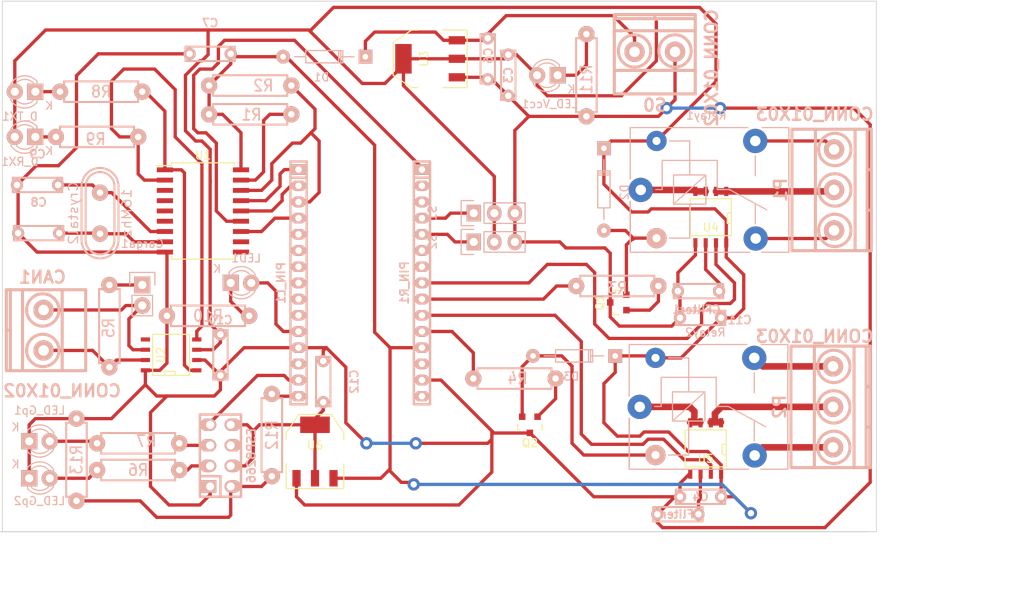
<source format=kicad_pcb>
(kicad_pcb (version 4) (host pcbnew 4.0.2-stable)

  (general
    (links 120)
    (no_connects 0)
    (area 58.115999 47.701999 166.420001 113.334001)
    (thickness 1.6)
    (drawings 7)
    (tracks 456)
    (zones 0)
    (modules 54)
    (nets 71)
  )

  (page A4)
  (layers
    (0 F.Cu signal)
    (31 B.Cu signal)
    (32 B.Adhes user)
    (33 F.Adhes user)
    (34 B.Paste user)
    (35 F.Paste user)
    (36 B.SilkS user)
    (37 F.SilkS user)
    (38 B.Mask user)
    (39 F.Mask user)
    (40 Dwgs.User user)
    (41 Cmts.User user)
    (42 Eco1.User user)
    (43 Eco2.User user)
    (44 Edge.Cuts user)
    (45 Margin user)
    (46 B.CrtYd user)
    (47 F.CrtYd user)
    (48 B.Fab user)
    (49 F.Fab user)
  )

  (setup
    (last_trace_width 0.4064)
    (user_trace_width 0.3048)
    (user_trace_width 0.4064)
    (user_trace_width 0.508)
    (user_trace_width 0.6096)
    (user_trace_width 0.8128)
    (user_trace_width 0.9144)
    (user_trace_width 1.016)
    (trace_clearance 0.2)
    (zone_clearance 0.508)
    (zone_45_only no)
    (trace_min 0.2)
    (segment_width 0.2)
    (edge_width 0.1)
    (via_size 0.6)
    (via_drill 0.4)
    (via_min_size 0.4)
    (via_min_drill 0.3)
    (user_via 0.59944 0.39878)
    (user_via 1.524 0.7874)
    (uvia_size 0.3)
    (uvia_drill 0.1)
    (uvias_allowed no)
    (uvia_min_size 0.2)
    (uvia_min_drill 0.1)
    (pcb_text_width 0.3)
    (pcb_text_size 1.5 1.5)
    (mod_edge_width 0.15)
    (mod_text_size 1 1)
    (mod_text_width 0.15)
    (pad_size 1.5 1.5)
    (pad_drill 0.6)
    (pad_to_mask_clearance 0)
    (aux_axis_origin 0 0)
    (visible_elements 7FFFFFFF)
    (pcbplotparams
      (layerselection 0x00030_80000001)
      (usegerberextensions false)
      (excludeedgelayer true)
      (linewidth 0.100000)
      (plotframeref false)
      (viasonmask false)
      (mode 1)
      (useauxorigin false)
      (hpglpennumber 1)
      (hpglpenspeed 20)
      (hpglpendiameter 15)
      (hpglpenoverlay 2)
      (psnegative false)
      (psa4output false)
      (plotreference true)
      (plotvalue true)
      (plotinvisibletext false)
      (padsonsilk false)
      (subtractmaskfromsilk false)
      (outputformat 1)
      (mirror false)
      (drillshape 1)
      (scaleselection 1)
      (outputdirectory ""))
  )

  (net 0 "")
  (net 1 +5V)
  (net 2 GND)
  (net 3 "Net-(C6-Pad1)")
  (net 4 "Net-(C8-Pad1)")
  (net 5 "Net-(C9-Pad1)")
  (net 6 "Net-(CAN1-Pad1)")
  (net 7 "Net-(CAN1-Pad2)")
  (net 8 "Net-(Carga1-Pad1)")
  (net 9 "Net-(CFilter1-Pad1)")
  (net 10 "Net-(CFliter1-Pad2)")
  (net 11 "Net-(D2-Pad2)")
  (net 12 "Net-(D3-Pad2)")
  (net 13 "Net-(D_RX1-Pad1)")
  (net 14 "Net-(D_TX1-Pad1)")
  (net 15 "Net-(ESP8266-Pad2)")
  (net 16 /Gp2)
  (net 17 /Gp1)
  (net 18 "Net-(ESP8266-Pad7)")
  (net 19 "Net-(LED1-Pad1)")
  (net 20 /LED)
  (net 21 "Net-(LED_Vcc1-Pad1)")
  (net 22 "Net-(P1-Pad3)")
  (net 23 "Net-(P1-Pad1)")
  (net 24 "Net-(P1-Pad2)")
  (net 25 "Net-(P2-Pad3)")
  (net 26 "Net-(P2-Pad1)")
  (net 27 "Net-(P2-Pad2)")
  (net 28 /SO)
  (net 29 /SI)
  (net 30 /CS)
  (net 31 /INT)
  (net 32 "Net-(PIN_L1-Pad5)")
  (net 33 "Net-(PIN_L1-Pad6)")
  (net 34 "Net-(PIN_L1-Pad7)")
  (net 35 "Net-(PIN_L1-Pad8)")
  (net 36 "Net-(PIN_L1-Pad9)")
  (net 37 "Net-(PIN_L1-Pad10)")
  (net 38 "Net-(PIN_L1-Pad13)")
  (net 39 "Net-(PIN_L1-Pad15)")
  (net 40 /SCK)
  (net 41 "Net-(PIN_R1-Pad3)")
  (net 42 /PIN24)
  (net 43 /PIN23)
  (net 44 "Net-(PIN_R1-Pad6)")
  (net 45 "Net-(PIN_R1-Pad7)")
  (net 46 /AC1)
  (net 47 /R2)
  (net 48 /AC2)
  (net 49 /R1)
  (net 50 "Net-(PIN_R1-Pad13)")
  (net 51 "Net-(PIN_R1-Pad15)")
  (net 52 "Net-(Q1-Pad1)")
  (net 53 "Net-(Q2-Pad1)")
  (net 54 "Net-(R1-Pad2)")
  (net 55 "Net-(R8-Pad2)")
  (net 56 "Net-(R9-Pad2)")
  (net 57 "Net-(Relay1-Pad1)")
  (net 58 "Net-(Relay2-Pad1)")
  (net 59 "Net-(U1-Pad3)")
  (net 60 "Net-(U1-Pad4)")
  (net 61 "Net-(U1-Pad5)")
  (net 62 "Net-(U1-Pad6)")
  (net 63 "Net-(U1-Pad10)")
  (net 64 "Net-(U1-Pad11)")
  (net 65 "Net-(U2-Pad5)")
  (net 66 "Net-(ESP8266-Pad6)")
  (net 67 "Net-(LED_Gp1-Pad2)")
  (net 68 "Net-(LED_Gp2-Pad2)")
  (net 69 +3.3V)
  (net 70 "Net-(PIN_R1-Pad2)")

  (net_class Default "Esta es la clase de red por defecto."
    (clearance 0.2)
    (trace_width 0.25)
    (via_dia 0.6)
    (via_drill 0.4)
    (uvia_dia 0.3)
    (uvia_drill 0.1)
    (add_net +3.3V)
    (add_net +5V)
    (add_net /AC1)
    (add_net /AC2)
    (add_net /CS)
    (add_net /Gp1)
    (add_net /Gp2)
    (add_net /INT)
    (add_net /LED)
    (add_net /PIN23)
    (add_net /PIN24)
    (add_net /R1)
    (add_net /R2)
    (add_net /SCK)
    (add_net /SI)
    (add_net /SO)
    (add_net GND)
    (add_net "Net-(C6-Pad1)")
    (add_net "Net-(C8-Pad1)")
    (add_net "Net-(C9-Pad1)")
    (add_net "Net-(CAN1-Pad1)")
    (add_net "Net-(CAN1-Pad2)")
    (add_net "Net-(CFilter1-Pad1)")
    (add_net "Net-(CFliter1-Pad2)")
    (add_net "Net-(Carga1-Pad1)")
    (add_net "Net-(D2-Pad2)")
    (add_net "Net-(D3-Pad2)")
    (add_net "Net-(D_RX1-Pad1)")
    (add_net "Net-(D_TX1-Pad1)")
    (add_net "Net-(ESP8266-Pad2)")
    (add_net "Net-(ESP8266-Pad6)")
    (add_net "Net-(ESP8266-Pad7)")
    (add_net "Net-(LED1-Pad1)")
    (add_net "Net-(LED_Gp1-Pad2)")
    (add_net "Net-(LED_Gp2-Pad2)")
    (add_net "Net-(LED_Vcc1-Pad1)")
    (add_net "Net-(P1-Pad1)")
    (add_net "Net-(P1-Pad2)")
    (add_net "Net-(P1-Pad3)")
    (add_net "Net-(P2-Pad1)")
    (add_net "Net-(P2-Pad2)")
    (add_net "Net-(P2-Pad3)")
    (add_net "Net-(PIN_L1-Pad10)")
    (add_net "Net-(PIN_L1-Pad13)")
    (add_net "Net-(PIN_L1-Pad15)")
    (add_net "Net-(PIN_L1-Pad5)")
    (add_net "Net-(PIN_L1-Pad6)")
    (add_net "Net-(PIN_L1-Pad7)")
    (add_net "Net-(PIN_L1-Pad8)")
    (add_net "Net-(PIN_L1-Pad9)")
    (add_net "Net-(PIN_R1-Pad13)")
    (add_net "Net-(PIN_R1-Pad15)")
    (add_net "Net-(PIN_R1-Pad2)")
    (add_net "Net-(PIN_R1-Pad3)")
    (add_net "Net-(PIN_R1-Pad6)")
    (add_net "Net-(PIN_R1-Pad7)")
    (add_net "Net-(Q1-Pad1)")
    (add_net "Net-(Q2-Pad1)")
    (add_net "Net-(R1-Pad2)")
    (add_net "Net-(R8-Pad2)")
    (add_net "Net-(R9-Pad2)")
    (add_net "Net-(Relay1-Pad1)")
    (add_net "Net-(Relay2-Pad1)")
    (add_net "Net-(U1-Pad10)")
    (add_net "Net-(U1-Pad11)")
    (add_net "Net-(U1-Pad3)")
    (add_net "Net-(U1-Pad4)")
    (add_net "Net-(U1-Pad5)")
    (add_net "Net-(U1-Pad6)")
    (add_net "Net-(U2-Pad5)")
  )

  (module TO_SOT_Packages_SMD:SOT-223 (layer F.Cu) (tedit 0) (tstamp 577DD598)
    (at 97.028 103.378)
    (descr "module CMS SOT223 4 pins")
    (tags "CMS SOT")
    (path /577DDDC7)
    (attr smd)
    (fp_text reference U6 (at 0 -0.762) (layer F.SilkS)
      (effects (font (size 1 1) (thickness 0.15)))
    )
    (fp_text value AMS1117 (at 0 0.762) (layer F.Fab)
      (effects (font (size 1 1) (thickness 0.15)))
    )
    (fp_line (start -3.556 1.524) (end -3.556 4.572) (layer F.SilkS) (width 0.15))
    (fp_line (start -3.556 4.572) (end 3.556 4.572) (layer F.SilkS) (width 0.15))
    (fp_line (start 3.556 4.572) (end 3.556 1.524) (layer F.SilkS) (width 0.15))
    (fp_line (start -3.556 -1.524) (end -3.556 -2.286) (layer F.SilkS) (width 0.15))
    (fp_line (start -3.556 -2.286) (end -2.032 -4.572) (layer F.SilkS) (width 0.15))
    (fp_line (start -2.032 -4.572) (end 2.032 -4.572) (layer F.SilkS) (width 0.15))
    (fp_line (start 2.032 -4.572) (end 3.556 -2.286) (layer F.SilkS) (width 0.15))
    (fp_line (start 3.556 -2.286) (end 3.556 -1.524) (layer F.SilkS) (width 0.15))
    (pad 4 smd rect (at 0 -3.302) (size 3.6576 2.032) (layers F.Cu F.Paste F.Mask)
      (net 69 +3.3V))
    (pad 2 smd rect (at 0 3.302) (size 1.016 2.032) (layers F.Cu F.Paste F.Mask)
      (net 69 +3.3V))
    (pad 3 smd rect (at 2.286 3.302) (size 1.016 2.032) (layers F.Cu F.Paste F.Mask)
      (net 1 +5V))
    (pad 1 smd rect (at -2.286 3.302) (size 1.016 2.032) (layers F.Cu F.Paste F.Mask)
      (net 2 GND))
    (model TO_SOT_Packages_SMD.3dshapes/SOT-223.wrl
      (at (xyz 0 0 0))
      (scale (xyz 0.4 0.4 0.4))
      (rotate (xyz 0 0 0))
    )
  )

  (module Relays_ThroughHole:Relay_SANYOU_SRD_Series_Form_C (layer B.Cu) (tedit 5418D3EA) (tstamp 577BDBAB)
    (at 137.138 97.862)
    (descr "relay, Sanyou SRD series Form C")
    (path /576C0775)
    (fp_text reference Relay2 (at 8.1 -9.2) (layer B.SilkS)
      (effects (font (size 1 1) (thickness 0.15)) (justify mirror))
    )
    (fp_text value Songle_SRD (at 8 9.6) (layer B.Fab)
      (effects (font (size 1 1) (thickness 0.15)) (justify mirror))
    )
    (fp_line (start 15 -7.7) (end 18.3 -7.7) (layer B.SilkS) (width 0.15))
    (fp_line (start 18.3 -7.7) (end 18.3 7.7) (layer B.SilkS) (width 0.15))
    (fp_line (start 18.3 7.7) (end 14.95 7.7) (layer B.SilkS) (width 0.15))
    (fp_line (start -1.3 -1.35) (end -1.3 -7.7) (layer B.SilkS) (width 0.15))
    (fp_line (start -1.3 -7.7) (end 13.25 -7.7) (layer B.SilkS) (width 0.15))
    (fp_line (start -1.3 1.4) (end -1.3 7.7) (layer B.SilkS) (width 0.15))
    (fp_line (start -1.3 7.7) (end 13.45 7.7) (layer B.SilkS) (width 0.15))
    (fp_line (start -1.3 7.65) (end -1.3 1.4) (layer B.SilkS) (width 0.15))
    (fp_line (start 14.15 -4.2) (end 14.15 -1.75) (layer B.SilkS) (width 0.15))
    (fp_line (start 14.15 4.2) (end 14.15 1.7) (layer B.SilkS) (width 0.15))
    (fp_line (start 3.55 -6.05) (end 6.05 -6.05) (layer B.SilkS) (width 0.15))
    (fp_line (start 2.65 -0.05) (end 1.85 -0.05) (layer B.SilkS) (width 0.15))
    (fp_line (start 6.05 5.95) (end 3.55 5.95) (layer B.SilkS) (width 0.15))
    (fp_line (start 9.45 -0.05) (end 10.95 -0.05) (layer B.SilkS) (width 0.15))
    (fp_line (start 10.95 -0.05) (end 15.55 2.45) (layer B.SilkS) (width 0.15))
    (fp_line (start 9.45 -3.65) (end 2.65 -3.65) (layer B.SilkS) (width 0.15))
    (fp_line (start 9.45 -0.05) (end 9.45 -3.65) (layer B.SilkS) (width 0.15))
    (fp_line (start 2.65 -0.05) (end 2.65 -3.65) (layer B.SilkS) (width 0.15))
    (fp_line (start 6.05 5.95) (end 6.05 1.75) (layer B.SilkS) (width 0.15))
    (fp_line (start 6.05 -1.85) (end 6.05 -6.05) (layer B.SilkS) (width 0.15))
    (fp_line (start 8.05 -1.85) (end 4.05 1.75) (layer B.SilkS) (width 0.15))
    (fp_line (start 4.05 -1.85) (end 4.05 1.75) (layer B.SilkS) (width 0.15))
    (fp_line (start 4.05 1.75) (end 8.05 1.75) (layer B.SilkS) (width 0.15))
    (fp_line (start 8.05 1.75) (end 8.05 -1.85) (layer B.SilkS) (width 0.15))
    (fp_line (start 8.05 -1.85) (end 4.05 -1.85) (layer B.SilkS) (width 0.15))
    (pad 2 thru_hole circle (at 1.95 -6.05 270) (size 2.5 2.5) (drill 1) (layers *.Cu *.Mask)
      (net 1 +5V))
    (pad 3 thru_hole circle (at 14.15 -6.05 270) (size 3 3) (drill 1.3) (layers *.Cu *.Mask)
      (net 26 "Net-(P2-Pad1)"))
    (pad 4 thru_hole circle (at 14.2 6 270) (size 3 3) (drill 1.3) (layers *.Cu *.Mask)
      (net 25 "Net-(P2-Pad3)"))
    (pad 5 thru_hole circle (at 1.95 5.95 270) (size 2.5 2.5) (drill 1) (layers *.Cu *.Mask B.SilkS)
      (net 12 "Net-(D3-Pad2)"))
    (pad 1 thru_hole circle (at 0 0 270) (size 3 3) (drill 1.3) (layers *.Cu *.Mask)
      (net 58 "Net-(Relay2-Pad1)"))
    (model Relays_ThroughHole.3dshapes/Relay_SANYOU_SRD_Series_Form_C.wrl
      (at (xyz 0 0 0))
      (scale (xyz 1 1 1))
      (rotate (xyz 0 0 0))
    )
  )

  (module w_capacitors:cnp_6mm_disc (layer B.Cu) (tedit 577D21F0) (tstamp 577BDA7F)
    (at 120.904 56.896 270)
    (descr "6mm disc ceramic capacitor")
    (tags C)
    (path /576C123C)
    (fp_text reference C3 (at 0 0 270) (layer B.SilkS)
      (effects (font (size 1.016 1.016) (thickness 0.2032)) (justify mirror))
    )
    (fp_text value 100nf (at 4.064 0 360) (layer B.SilkS) hide
      (effects (font (size 1.016 1.016) (thickness 0.2032)) (justify mirror))
    )
    (fp_line (start -3.048 0.889) (end -3.048 -0.889) (layer B.SilkS) (width 0.24892))
    (fp_line (start -3.048 -0.889) (end 3.048 -0.889) (layer B.SilkS) (width 0.24892))
    (fp_line (start 3.048 -0.889) (end 3.048 0.889) (layer B.SilkS) (width 0.24892))
    (fp_line (start 3.048 0.889) (end -3.048 0.889) (layer B.SilkS) (width 0.24892))
    (pad 1 thru_hole circle (at -2.54 0 270) (size 1.50114 1.50114) (drill 0.8001) (layers *.Cu *.Mask B.SilkS)
      (net 1 +5V))
    (pad 2 thru_hole circle (at 2.54 0 270) (size 1.50114 1.50114) (drill 0.8001) (layers *.Cu *.Mask B.SilkS)
      (net 2 GND))
    (model walter/capacitors/cnp_6mm_disc.wrl
      (at (xyz 0 0 0))
      (scale (xyz 1 1 1))
      (rotate (xyz 0 0 0))
    )
  )

  (module w_capacitors:cnp_6mm_disc (layer B.Cu) (tedit 577D22EC) (tstamp 577BDA85)
    (at 144.653 108.966 180)
    (descr "6mm disc ceramic capacitor")
    (tags C)
    (path /576C1566)
    (fp_text reference C4 (at 0 0 180) (layer B.SilkS)
      (effects (font (size 1.016 1.016) (thickness 0.2032)) (justify mirror))
    )
    (fp_text value 100nf (at -5.864 0.072 180) (layer B.SilkS) hide
      (effects (font (size 1.016 1.016) (thickness 0.2032)) (justify mirror))
    )
    (fp_line (start -3.048 0.889) (end -3.048 -0.889) (layer B.SilkS) (width 0.24892))
    (fp_line (start -3.048 -0.889) (end 3.048 -0.889) (layer B.SilkS) (width 0.24892))
    (fp_line (start 3.048 -0.889) (end 3.048 0.889) (layer B.SilkS) (width 0.24892))
    (fp_line (start 3.048 0.889) (end -3.048 0.889) (layer B.SilkS) (width 0.24892))
    (pad 1 thru_hole circle (at -2.54 0 180) (size 1.50114 1.50114) (drill 0.8001) (layers *.Cu *.Mask B.SilkS)
      (net 1 +5V))
    (pad 2 thru_hole circle (at 2.54 0 180) (size 1.50114 1.50114) (drill 0.8001) (layers *.Cu *.Mask B.SilkS)
      (net 2 GND))
    (model walter/capacitors/cnp_6mm_disc.wrl
      (at (xyz 0 0 0))
      (scale (xyz 1 1 1))
      (rotate (xyz 0 0 0))
    )
  )

  (module w_capacitors:cnp_6mm_disc (layer B.Cu) (tedit 577D21E7) (tstamp 577BDA8B)
    (at 118.364 54.864 270)
    (descr "6mm disc ceramic capacitor")
    (tags C)
    (path /576CAD6E)
    (fp_text reference C6 (at -0.384 -0.078 270) (layer B.SilkS)
      (effects (font (size 1.016 1.016) (thickness 0.2032)) (justify mirror))
    )
    (fp_text value 100nf (at 4.318 0.254 360) (layer B.SilkS) hide
      (effects (font (size 1.016 1.016) (thickness 0.2032)) (justify mirror))
    )
    (fp_line (start -3.048 0.889) (end -3.048 -0.889) (layer B.SilkS) (width 0.24892))
    (fp_line (start -3.048 -0.889) (end 3.048 -0.889) (layer B.SilkS) (width 0.24892))
    (fp_line (start 3.048 -0.889) (end 3.048 0.889) (layer B.SilkS) (width 0.24892))
    (fp_line (start 3.048 0.889) (end -3.048 0.889) (layer B.SilkS) (width 0.24892))
    (pad 1 thru_hole circle (at -2.54 0 270) (size 1.50114 1.50114) (drill 0.8001) (layers *.Cu *.Mask B.SilkS)
      (net 3 "Net-(C6-Pad1)"))
    (pad 2 thru_hole circle (at 2.54 0 270) (size 1.50114 1.50114) (drill 0.8001) (layers *.Cu *.Mask B.SilkS)
      (net 2 GND))
    (model walter/capacitors/cnp_6mm_disc.wrl
      (at (xyz 0 0 0))
      (scale (xyz 1 1 1))
      (rotate (xyz 0 0 0))
    )
  )

  (module w_capacitors:cnp_6mm_disc (layer B.Cu) (tedit 0) (tstamp 577BDA91)
    (at 84.074 54.2544 180)
    (descr "6mm disc ceramic capacitor")
    (tags C)
    (path /576CA689)
    (fp_text reference C7 (at 0 3.81 180) (layer B.SilkS)
      (effects (font (size 1.016 1.016) (thickness 0.2032)) (justify mirror))
    )
    (fp_text value 100nf (at 0 2.286 180) (layer B.SilkS) hide
      (effects (font (size 1.016 1.016) (thickness 0.2032)) (justify mirror))
    )
    (fp_line (start -3.048 0.889) (end -3.048 -0.889) (layer B.SilkS) (width 0.24892))
    (fp_line (start -3.048 -0.889) (end 3.048 -0.889) (layer B.SilkS) (width 0.24892))
    (fp_line (start 3.048 -0.889) (end 3.048 0.889) (layer B.SilkS) (width 0.24892))
    (fp_line (start 3.048 0.889) (end -3.048 0.889) (layer B.SilkS) (width 0.24892))
    (pad 1 thru_hole circle (at -2.54 0 180) (size 1.50114 1.50114) (drill 0.8001) (layers *.Cu *.Mask B.SilkS)
      (net 1 +5V))
    (pad 2 thru_hole circle (at 2.54 0 180) (size 1.50114 1.50114) (drill 0.8001) (layers *.Cu *.Mask B.SilkS)
      (net 2 GND))
    (model walter/capacitors/cnp_6mm_disc.wrl
      (at (xyz 0 0 0))
      (scale (xyz 1 1 1))
      (rotate (xyz 0 0 0))
    )
  )

  (module w_capacitors:cnp_6mm_disc (layer B.Cu) (tedit 0) (tstamp 577BDA97)
    (at 62.89 76.4 180)
    (descr "6mm disc ceramic capacitor")
    (tags C)
    (path /576B07F6)
    (fp_text reference C8 (at 0 3.81 180) (layer B.SilkS)
      (effects (font (size 1.016 1.016) (thickness 0.2032)) (justify mirror))
    )
    (fp_text value 22pf (at 0 2.286 180) (layer B.SilkS) hide
      (effects (font (size 1.016 1.016) (thickness 0.2032)) (justify mirror))
    )
    (fp_line (start -3.048 0.889) (end -3.048 -0.889) (layer B.SilkS) (width 0.24892))
    (fp_line (start -3.048 -0.889) (end 3.048 -0.889) (layer B.SilkS) (width 0.24892))
    (fp_line (start 3.048 -0.889) (end 3.048 0.889) (layer B.SilkS) (width 0.24892))
    (fp_line (start 3.048 0.889) (end -3.048 0.889) (layer B.SilkS) (width 0.24892))
    (pad 1 thru_hole circle (at -2.54 0 180) (size 1.50114 1.50114) (drill 0.8001) (layers *.Cu *.Mask B.SilkS)
      (net 4 "Net-(C8-Pad1)"))
    (pad 2 thru_hole circle (at 2.54 0 180) (size 1.50114 1.50114) (drill 0.8001) (layers *.Cu *.Mask B.SilkS)
      (net 2 GND))
    (model walter/capacitors/cnp_6mm_disc.wrl
      (at (xyz 0 0 0))
      (scale (xyz 1 1 1))
      (rotate (xyz 0 0 0))
    )
  )

  (module w_capacitors:cnp_6mm_disc (layer B.Cu) (tedit 0) (tstamp 577BDA9D)
    (at 62.75 70.45 180)
    (descr "6mm disc ceramic capacitor")
    (tags C)
    (path /576B07FC)
    (fp_text reference C9 (at 0 3.81 180) (layer B.SilkS)
      (effects (font (size 1.016 1.016) (thickness 0.2032)) (justify mirror))
    )
    (fp_text value 22pf (at 0 2.286 180) (layer B.SilkS) hide
      (effects (font (size 1.016 1.016) (thickness 0.2032)) (justify mirror))
    )
    (fp_line (start -3.048 0.889) (end -3.048 -0.889) (layer B.SilkS) (width 0.24892))
    (fp_line (start -3.048 -0.889) (end 3.048 -0.889) (layer B.SilkS) (width 0.24892))
    (fp_line (start 3.048 -0.889) (end 3.048 0.889) (layer B.SilkS) (width 0.24892))
    (fp_line (start 3.048 0.889) (end -3.048 0.889) (layer B.SilkS) (width 0.24892))
    (pad 1 thru_hole circle (at -2.54 0 180) (size 1.50114 1.50114) (drill 0.8001) (layers *.Cu *.Mask B.SilkS)
      (net 5 "Net-(C9-Pad1)"))
    (pad 2 thru_hole circle (at 2.54 0 180) (size 1.50114 1.50114) (drill 0.8001) (layers *.Cu *.Mask B.SilkS)
      (net 2 GND))
    (model walter/capacitors/cnp_6mm_disc.wrl
      (at (xyz 0 0 0))
      (scale (xyz 1 1 1))
      (rotate (xyz 0 0 0))
    )
  )

  (module w_capacitors:cnp_6mm_disc (layer B.Cu) (tedit 0) (tstamp 577BDAA3)
    (at 85.344 91.44 270)
    (descr "6mm disc ceramic capacitor")
    (tags C)
    (path /576D03C0)
    (fp_text reference C10 (at -4.3 0 360) (layer B.SilkS)
      (effects (font (size 1.016 1.016) (thickness 0.2032)) (justify mirror))
    )
    (fp_text value 100nf (at 0 -2 270) (layer B.SilkS) hide
      (effects (font (size 1.016 1.016) (thickness 0.2032)) (justify mirror))
    )
    (fp_line (start -3.048 0.889) (end -3.048 -0.889) (layer B.SilkS) (width 0.24892))
    (fp_line (start -3.048 -0.889) (end 3.048 -0.889) (layer B.SilkS) (width 0.24892))
    (fp_line (start 3.048 -0.889) (end 3.048 0.889) (layer B.SilkS) (width 0.24892))
    (fp_line (start 3.048 0.889) (end -3.048 0.889) (layer B.SilkS) (width 0.24892))
    (pad 1 thru_hole circle (at -2.54 0 270) (size 1.50114 1.50114) (drill 0.8001) (layers *.Cu *.Mask B.SilkS)
      (net 1 +5V))
    (pad 2 thru_hole circle (at 2.54 0 270) (size 1.50114 1.50114) (drill 0.8001) (layers *.Cu *.Mask B.SilkS)
      (net 2 GND))
    (model walter/capacitors/cnp_6mm_disc.wrl
      (at (xyz 0 0 0))
      (scale (xyz 1 1 1))
      (rotate (xyz 0 0 0))
    )
  )

  (module w_capacitors:cnp_6mm_disc (layer B.Cu) (tedit 0) (tstamp 577BDAA9)
    (at 144.653 86.868 180)
    (descr "6mm disc ceramic capacitor")
    (tags C)
    (path /576D1B8F)
    (fp_text reference C11 (at -4.826 -0.254 180) (layer B.SilkS)
      (effects (font (size 1.016 1.016) (thickness 0.2032)) (justify mirror))
    )
    (fp_text value 100nf (at 0.508 -2.032 180) (layer B.SilkS) hide
      (effects (font (size 1.016 1.016) (thickness 0.2032)) (justify mirror))
    )
    (fp_line (start -3.048 0.889) (end -3.048 -0.889) (layer B.SilkS) (width 0.24892))
    (fp_line (start -3.048 -0.889) (end 3.048 -0.889) (layer B.SilkS) (width 0.24892))
    (fp_line (start 3.048 -0.889) (end 3.048 0.889) (layer B.SilkS) (width 0.24892))
    (fp_line (start 3.048 0.889) (end -3.048 0.889) (layer B.SilkS) (width 0.24892))
    (pad 1 thru_hole circle (at -2.54 0 180) (size 1.50114 1.50114) (drill 0.8001) (layers *.Cu *.Mask B.SilkS)
      (net 1 +5V))
    (pad 2 thru_hole circle (at 2.54 0 180) (size 1.50114 1.50114) (drill 0.8001) (layers *.Cu *.Mask B.SilkS)
      (net 2 GND))
    (model walter/capacitors/cnp_6mm_disc.wrl
      (at (xyz 0 0 0))
      (scale (xyz 1 1 1))
      (rotate (xyz 0 0 0))
    )
  )

  (module w_conn_mkds:mkds_1,5-2 (layer B.Cu) (tedit 577D235C) (tstamp 577BDAAF)
    (at 63.5 88.392 90)
    (descr "2-way 5mm pitch terminal block, Phoenix MKDS series")
    (path /576B8DD1)
    (fp_text reference CAN1 (at 6.55 -0.15 180) (layer B.SilkS)
      (effects (font (size 1.5 1.5) (thickness 0.3)) (justify mirror))
    )
    (fp_text value CONN_01X02 (at -7.493 2.286 180) (layer B.SilkS)
      (effects (font (size 1.5 1.5) (thickness 0.3)) (justify mirror))
    )
    (fp_line (start 0 -4.1) (end 0 -4.6) (layer B.SilkS) (width 0.381))
    (fp_circle (center 2.5 -0.1) (end 0.5 -0.1) (layer B.SilkS) (width 0.381))
    (fp_circle (center -2.5 -0.1) (end -0.5 -0.1) (layer B.SilkS) (width 0.381))
    (fp_line (start -5 -2.6) (end 5 -2.6) (layer B.SilkS) (width 0.381))
    (fp_line (start -5 2.3) (end 5 2.3) (layer B.SilkS) (width 0.381))
    (fp_line (start -5 -4.1) (end 5 -4.1) (layer B.SilkS) (width 0.381))
    (fp_line (start -5 -4.6) (end 5 -4.6) (layer B.SilkS) (width 0.381))
    (fp_line (start 5 -4.6) (end 5 5.2) (layer B.SilkS) (width 0.381))
    (fp_line (start 5 5.2) (end -5 5.2) (layer B.SilkS) (width 0.381))
    (fp_line (start -5 5.2) (end -5 -4.6) (layer B.SilkS) (width 0.381))
    (pad 1 thru_hole circle (at -2.5 0 90) (size 2.5 2.5) (drill 1.3) (layers *.Cu *.Mask B.SilkS)
      (net 6 "Net-(CAN1-Pad1)"))
    (pad 2 thru_hole circle (at 2.5 0 90) (size 2.5 2.5) (drill 1.3) (layers *.Cu *.Mask B.SilkS)
      (net 7 "Net-(CAN1-Pad2)"))
    (model walter/conn_mkds/mkds_1,5-2.wrl
      (at (xyz 0 0 0))
      (scale (xyz 1 1 1))
      (rotate (xyz 0 0 0))
    )
  )

  (module Pin_Headers:Pin_Header_Straight_1x02 (layer B.Cu) (tedit 577D20BB) (tstamp 577BDAB5)
    (at 75.692 82.804 180)
    (descr "Through hole pin header")
    (tags "pin header")
    (path /576B90D8)
    (fp_text reference Carga1 (at 0 5.1 180) (layer B.SilkS)
      (effects (font (size 1 1) (thickness 0.15)) (justify mirror))
    )
    (fp_text value CONN_01X02 (at -7.506 -0.452 180) (layer B.Fab)
      (effects (font (size 1 1) (thickness 0.15)) (justify mirror))
    )
    (fp_line (start 1.27 -1.27) (end 1.27 -3.81) (layer B.SilkS) (width 0.15))
    (fp_line (start 1.55 1.55) (end 1.55 0) (layer B.SilkS) (width 0.15))
    (fp_line (start -1.75 1.75) (end -1.75 -4.3) (layer B.CrtYd) (width 0.05))
    (fp_line (start 1.75 1.75) (end 1.75 -4.3) (layer B.CrtYd) (width 0.05))
    (fp_line (start -1.75 1.75) (end 1.75 1.75) (layer B.CrtYd) (width 0.05))
    (fp_line (start -1.75 -4.3) (end 1.75 -4.3) (layer B.CrtYd) (width 0.05))
    (fp_line (start 1.27 -1.27) (end -1.27 -1.27) (layer B.SilkS) (width 0.15))
    (fp_line (start -1.55 0) (end -1.55 1.55) (layer B.SilkS) (width 0.15))
    (fp_line (start -1.55 1.55) (end 1.55 1.55) (layer B.SilkS) (width 0.15))
    (fp_line (start -1.27 -1.27) (end -1.27 -3.81) (layer B.SilkS) (width 0.15))
    (fp_line (start -1.27 -3.81) (end 1.27 -3.81) (layer B.SilkS) (width 0.15))
    (pad 1 thru_hole rect (at 0 0 180) (size 2.032 2.032) (drill 1.016) (layers *.Cu *.Mask B.SilkS)
      (net 8 "Net-(Carga1-Pad1)"))
    (pad 2 thru_hole oval (at 0 -2.54 180) (size 2.032 2.032) (drill 1.016) (layers *.Cu *.Mask B.SilkS)
      (net 7 "Net-(CAN1-Pad2)"))
    (model Pin_Headers.3dshapes/Pin_Header_Straight_1x02.wrl
      (at (xyz 0 -0.05 0))
      (scale (xyz 1 1 1))
      (rotate (xyz 0 0 90))
    )
  )

  (module w_capacitors:cnp_6mm_disc (layer B.Cu) (tedit 0) (tstamp 577BDABB)
    (at 144.399 83.566 180)
    (descr "6mm disc ceramic capacitor")
    (tags C)
    (path /576C1DAD)
    (fp_text reference CFilter1 (at 0.254 -2.286 180) (layer B.SilkS)
      (effects (font (size 1.016 1.016) (thickness 0.2032)) (justify mirror))
    )
    (fp_text value 1nf (at 5.334 -0.254 180) (layer B.SilkS) hide
      (effects (font (size 1.016 1.016) (thickness 0.2032)) (justify mirror))
    )
    (fp_line (start -3.048 0.889) (end -3.048 -0.889) (layer B.SilkS) (width 0.24892))
    (fp_line (start -3.048 -0.889) (end 3.048 -0.889) (layer B.SilkS) (width 0.24892))
    (fp_line (start 3.048 -0.889) (end 3.048 0.889) (layer B.SilkS) (width 0.24892))
    (fp_line (start 3.048 0.889) (end -3.048 0.889) (layer B.SilkS) (width 0.24892))
    (pad 1 thru_hole circle (at -2.54 0 180) (size 1.50114 1.50114) (drill 0.8001) (layers *.Cu *.Mask B.SilkS)
      (net 9 "Net-(CFilter1-Pad1)"))
    (pad 2 thru_hole circle (at 2.54 0 180) (size 1.50114 1.50114) (drill 0.8001) (layers *.Cu *.Mask B.SilkS)
      (net 2 GND))
    (model walter/capacitors/cnp_6mm_disc.wrl
      (at (xyz 0 0 0))
      (scale (xyz 1 1 1))
      (rotate (xyz 0 0 0))
    )
  )

  (module w_capacitors:cnp_6mm_disc (layer B.Cu) (tedit 577D2368) (tstamp 577BDAC1)
    (at 141.859 111.125)
    (descr "6mm disc ceramic capacitor")
    (tags C)
    (path /576C1E52)
    (fp_text reference CFliter1 (at 0 0 180) (layer B.SilkS)
      (effects (font (size 1.016 1.016) (thickness 0.2032)) (justify mirror))
    )
    (fp_text value 1nf (at -4.804 -0.072) (layer B.SilkS) hide
      (effects (font (size 1.016 1.016) (thickness 0.2032)) (justify mirror))
    )
    (fp_line (start -3.048 0.889) (end -3.048 -0.889) (layer B.SilkS) (width 0.24892))
    (fp_line (start -3.048 -0.889) (end 3.048 -0.889) (layer B.SilkS) (width 0.24892))
    (fp_line (start 3.048 -0.889) (end 3.048 0.889) (layer B.SilkS) (width 0.24892))
    (fp_line (start 3.048 0.889) (end -3.048 0.889) (layer B.SilkS) (width 0.24892))
    (pad 1 thru_hole circle (at -2.54 0) (size 1.50114 1.50114) (drill 0.8001) (layers *.Cu *.Mask B.SilkS)
      (net 2 GND))
    (pad 2 thru_hole circle (at 2.54 0) (size 1.50114 1.50114) (drill 0.8001) (layers *.Cu *.Mask B.SilkS)
      (net 10 "Net-(CFliter1-Pad2)"))
    (model walter/capacitors/cnp_6mm_disc.wrl
      (at (xyz 0 0 0))
      (scale (xyz 1 1 1))
      (rotate (xyz 0 0 0))
    )
  )

  (module Diodes_ThroughHole:Diode_DO-35_SOD27_Horizontal_RM10 (layer B.Cu) (tedit 577D367C) (tstamp 577BDACD)
    (at 103.251 54.61 180)
    (descr "Diode, DO-35,  SOD27, Horizontal, RM 10mm")
    (tags "Diode, DO-35, SOD27, Horizontal, RM 10mm, 1N4148,")
    (path /576C914D)
    (fp_text reference D1 (at 5.43052 -2.53746 180) (layer B.SilkS)
      (effects (font (size 1 1) (thickness 0.15)) (justify mirror))
    )
    (fp_text value 4007 (at 5.588 0 360) (layer B.Fab)
      (effects (font (size 1 1) (thickness 0.15)) (justify mirror))
    )
    (fp_line (start 7.36652 0.00254) (end 8.76352 0.00254) (layer B.SilkS) (width 0.15))
    (fp_line (start 2.92152 0.00254) (end 1.39752 0.00254) (layer B.SilkS) (width 0.15))
    (fp_line (start 3.30252 0.76454) (end 3.30252 -0.75946) (layer B.SilkS) (width 0.15))
    (fp_line (start 3.04852 0.76454) (end 3.04852 -0.75946) (layer B.SilkS) (width 0.15))
    (fp_line (start 2.79452 0.00254) (end 2.79452 -0.75946) (layer B.SilkS) (width 0.15))
    (fp_line (start 2.79452 -0.75946) (end 7.36652 -0.75946) (layer B.SilkS) (width 0.15))
    (fp_line (start 7.36652 -0.75946) (end 7.36652 0.76454) (layer B.SilkS) (width 0.15))
    (fp_line (start 7.36652 0.76454) (end 2.79452 0.76454) (layer B.SilkS) (width 0.15))
    (fp_line (start 2.79452 0.76454) (end 2.79452 0.00254) (layer B.SilkS) (width 0.15))
    (pad 2 thru_hole circle (at 10.16052 0.00254) (size 1.69926 1.69926) (drill 0.70104) (layers *.Cu *.Mask B.SilkS)
      (net 1 +5V))
    (pad 1 thru_hole rect (at 0.00052 0.00254) (size 1.69926 1.69926) (drill 0.70104) (layers *.Cu *.Mask B.SilkS)
      (net 3 "Net-(C6-Pad1)"))
    (model Diodes_ThroughHole.3dshapes/Diode_DO-35_SOD27_Horizontal_RM10.wrl
      (at (xyz 0.2 0 0))
      (scale (xyz 0.4 0.4 0.4))
      (rotate (xyz 0 0 180))
    )
  )

  (module Diodes_ThroughHole:Diode_DO-35_SOD27_Horizontal_RM10 (layer B.Cu) (tedit 552FFC30) (tstamp 577BDAD3)
    (at 132.715 65.913 270)
    (descr "Diode, DO-35,  SOD27, Horizontal, RM 10mm")
    (tags "Diode, DO-35, SOD27, Horizontal, RM 10mm, 1N4148,")
    (path /576AAB97)
    (fp_text reference D2 (at 5.43052 -2.53746 270) (layer B.SilkS)
      (effects (font (size 1 1) (thickness 0.15)) (justify mirror))
    )
    (fp_text value 1N4001 (at 4.41452 3.55854 270) (layer B.Fab)
      (effects (font (size 1 1) (thickness 0.15)) (justify mirror))
    )
    (fp_line (start 7.36652 0.00254) (end 8.76352 0.00254) (layer B.SilkS) (width 0.15))
    (fp_line (start 2.92152 0.00254) (end 1.39752 0.00254) (layer B.SilkS) (width 0.15))
    (fp_line (start 3.30252 0.76454) (end 3.30252 -0.75946) (layer B.SilkS) (width 0.15))
    (fp_line (start 3.04852 0.76454) (end 3.04852 -0.75946) (layer B.SilkS) (width 0.15))
    (fp_line (start 2.79452 0.00254) (end 2.79452 -0.75946) (layer B.SilkS) (width 0.15))
    (fp_line (start 2.79452 -0.75946) (end 7.36652 -0.75946) (layer B.SilkS) (width 0.15))
    (fp_line (start 7.36652 -0.75946) (end 7.36652 0.76454) (layer B.SilkS) (width 0.15))
    (fp_line (start 7.36652 0.76454) (end 2.79452 0.76454) (layer B.SilkS) (width 0.15))
    (fp_line (start 2.79452 0.76454) (end 2.79452 0.00254) (layer B.SilkS) (width 0.15))
    (pad 2 thru_hole circle (at 10.16052 0.00254 90) (size 1.69926 1.69926) (drill 0.70104) (layers *.Cu *.Mask B.SilkS)
      (net 11 "Net-(D2-Pad2)"))
    (pad 1 thru_hole rect (at 0.00052 0.00254 90) (size 1.69926 1.69926) (drill 0.70104) (layers *.Cu *.Mask B.SilkS)
      (net 1 +5V))
    (model Diodes_ThroughHole.3dshapes/Diode_DO-35_SOD27_Horizontal_RM10.wrl
      (at (xyz 0.2 0 0))
      (scale (xyz 0.4 0.4 0.4))
      (rotate (xyz 0 0 180))
    )
  )

  (module Diodes_ThroughHole:Diode_DO-35_SOD27_Horizontal_RM10 (layer B.Cu) (tedit 552FFC30) (tstamp 577BDAD9)
    (at 134.112 91.567 180)
    (descr "Diode, DO-35,  SOD27, Horizontal, RM 10mm")
    (tags "Diode, DO-35, SOD27, Horizontal, RM 10mm, 1N4148,")
    (path /576BCB33)
    (fp_text reference D3 (at 5.43052 -2.53746 180) (layer B.SilkS)
      (effects (font (size 1 1) (thickness 0.15)) (justify mirror))
    )
    (fp_text value 1N4001 (at 4.41452 3.55854 180) (layer B.Fab)
      (effects (font (size 1 1) (thickness 0.15)) (justify mirror))
    )
    (fp_line (start 7.36652 0.00254) (end 8.76352 0.00254) (layer B.SilkS) (width 0.15))
    (fp_line (start 2.92152 0.00254) (end 1.39752 0.00254) (layer B.SilkS) (width 0.15))
    (fp_line (start 3.30252 0.76454) (end 3.30252 -0.75946) (layer B.SilkS) (width 0.15))
    (fp_line (start 3.04852 0.76454) (end 3.04852 -0.75946) (layer B.SilkS) (width 0.15))
    (fp_line (start 2.79452 0.00254) (end 2.79452 -0.75946) (layer B.SilkS) (width 0.15))
    (fp_line (start 2.79452 -0.75946) (end 7.36652 -0.75946) (layer B.SilkS) (width 0.15))
    (fp_line (start 7.36652 -0.75946) (end 7.36652 0.76454) (layer B.SilkS) (width 0.15))
    (fp_line (start 7.36652 0.76454) (end 2.79452 0.76454) (layer B.SilkS) (width 0.15))
    (fp_line (start 2.79452 0.76454) (end 2.79452 0.00254) (layer B.SilkS) (width 0.15))
    (pad 2 thru_hole circle (at 10.16052 0.00254) (size 1.69926 1.69926) (drill 0.70104) (layers *.Cu *.Mask B.SilkS)
      (net 12 "Net-(D3-Pad2)"))
    (pad 1 thru_hole rect (at 0.00052 0.00254) (size 1.69926 1.69926) (drill 0.70104) (layers *.Cu *.Mask B.SilkS)
      (net 1 +5V))
    (model Diodes_ThroughHole.3dshapes/Diode_DO-35_SOD27_Horizontal_RM10.wrl
      (at (xyz 0.2 0 0))
      (scale (xyz 0.4 0.4 0.4))
      (rotate (xyz 0 0 180))
    )
  )

  (module LEDs:LED-3MM (layer B.Cu) (tedit 559B82F6) (tstamp 577BDADF)
    (at 62.484 64.516 180)
    (descr "LED 3mm round vertical")
    (tags "LED  3mm round vertical")
    (path /576E65E9)
    (fp_text reference D_RX1 (at 1.91 -3.06 180) (layer B.SilkS)
      (effects (font (size 1 1) (thickness 0.15)) (justify mirror))
    )
    (fp_text value LED (at 1.3 2.9 180) (layer B.Fab)
      (effects (font (size 1 1) (thickness 0.15)) (justify mirror))
    )
    (fp_line (start -1.2 -2.3) (end 3.8 -2.3) (layer B.CrtYd) (width 0.05))
    (fp_line (start 3.8 -2.3) (end 3.8 2.2) (layer B.CrtYd) (width 0.05))
    (fp_line (start 3.8 2.2) (end -1.2 2.2) (layer B.CrtYd) (width 0.05))
    (fp_line (start -1.2 2.2) (end -1.2 -2.3) (layer B.CrtYd) (width 0.05))
    (fp_line (start -0.199 -1.314) (end -0.199 -1.114) (layer B.SilkS) (width 0.15))
    (fp_line (start -0.199 1.28) (end -0.199 1.1) (layer B.SilkS) (width 0.15))
    (fp_arc (start 1.301 -0.034) (end -0.199 1.286) (angle -108.5) (layer B.SilkS) (width 0.15))
    (fp_arc (start 1.301 -0.034) (end 0.25 1.1) (angle -85.7) (layer B.SilkS) (width 0.15))
    (fp_arc (start 1.311 -0.034) (end 3.051 -0.994) (angle -110) (layer B.SilkS) (width 0.15))
    (fp_arc (start 1.301 -0.034) (end 2.335 -1.094) (angle -87.5) (layer B.SilkS) (width 0.15))
    (fp_text user K (at -1.69 -1.74 180) (layer B.SilkS)
      (effects (font (size 1 1) (thickness 0.15)) (justify mirror))
    )
    (pad 1 thru_hole rect (at 0 0 90) (size 2 2) (drill 1.00076) (layers *.Cu *.Mask B.SilkS)
      (net 13 "Net-(D_RX1-Pad1)"))
    (pad 2 thru_hole circle (at 2.54 0 180) (size 2 2) (drill 1.00076) (layers *.Cu *.Mask B.SilkS)
      (net 1 +5V))
    (model LEDs.3dshapes/LED-3MM.wrl
      (at (xyz 0.05 0 0))
      (scale (xyz 1 1 1))
      (rotate (xyz 0 0 90))
    )
  )

  (module LEDs:LED-3MM (layer B.Cu) (tedit 559B82F6) (tstamp 577BDAE5)
    (at 62.484 58.928 180)
    (descr "LED 3mm round vertical")
    (tags "LED  3mm round vertical")
    (path /576E5EF6)
    (fp_text reference D_TX1 (at 1.91 -3.06 180) (layer B.SilkS)
      (effects (font (size 1 1) (thickness 0.15)) (justify mirror))
    )
    (fp_text value LED (at 1.3 2.9 180) (layer B.Fab)
      (effects (font (size 1 1) (thickness 0.15)) (justify mirror))
    )
    (fp_line (start -1.2 -2.3) (end 3.8 -2.3) (layer B.CrtYd) (width 0.05))
    (fp_line (start 3.8 -2.3) (end 3.8 2.2) (layer B.CrtYd) (width 0.05))
    (fp_line (start 3.8 2.2) (end -1.2 2.2) (layer B.CrtYd) (width 0.05))
    (fp_line (start -1.2 2.2) (end -1.2 -2.3) (layer B.CrtYd) (width 0.05))
    (fp_line (start -0.199 -1.314) (end -0.199 -1.114) (layer B.SilkS) (width 0.15))
    (fp_line (start -0.199 1.28) (end -0.199 1.1) (layer B.SilkS) (width 0.15))
    (fp_arc (start 1.301 -0.034) (end -0.199 1.286) (angle -108.5) (layer B.SilkS) (width 0.15))
    (fp_arc (start 1.301 -0.034) (end 0.25 1.1) (angle -85.7) (layer B.SilkS) (width 0.15))
    (fp_arc (start 1.311 -0.034) (end 3.051 -0.994) (angle -110) (layer B.SilkS) (width 0.15))
    (fp_arc (start 1.301 -0.034) (end 2.335 -1.094) (angle -87.5) (layer B.SilkS) (width 0.15))
    (fp_text user K (at -1.69 -1.74 180) (layer B.SilkS)
      (effects (font (size 1 1) (thickness 0.15)) (justify mirror))
    )
    (pad 1 thru_hole rect (at 0 0 90) (size 2 2) (drill 1.00076) (layers *.Cu *.Mask B.SilkS)
      (net 14 "Net-(D_TX1-Pad1)"))
    (pad 2 thru_hole circle (at 2.54 0 180) (size 2 2) (drill 1.00076) (layers *.Cu *.Mask B.SilkS)
      (net 1 +5V))
    (model LEDs.3dshapes/LED-3MM.wrl
      (at (xyz 0.05 0 0))
      (scale (xyz 1 1 1))
      (rotate (xyz 0 0 90))
    )
  )

  (module LEDs:LED-3MM (layer B.Cu) (tedit 559B82F6) (tstamp 577BDAF7)
    (at 86.614 82.55)
    (descr "LED 3mm round vertical")
    (tags "LED  3mm round vertical")
    (path /576E88E2)
    (fp_text reference LED1 (at 1.91 -3.06) (layer B.SilkS)
      (effects (font (size 1 1) (thickness 0.15)) (justify mirror))
    )
    (fp_text value LED (at 1.3 2.9) (layer B.Fab)
      (effects (font (size 1 1) (thickness 0.15)) (justify mirror))
    )
    (fp_line (start -1.2 -2.3) (end 3.8 -2.3) (layer B.CrtYd) (width 0.05))
    (fp_line (start 3.8 -2.3) (end 3.8 2.2) (layer B.CrtYd) (width 0.05))
    (fp_line (start 3.8 2.2) (end -1.2 2.2) (layer B.CrtYd) (width 0.05))
    (fp_line (start -1.2 2.2) (end -1.2 -2.3) (layer B.CrtYd) (width 0.05))
    (fp_line (start -0.199 -1.314) (end -0.199 -1.114) (layer B.SilkS) (width 0.15))
    (fp_line (start -0.199 1.28) (end -0.199 1.1) (layer B.SilkS) (width 0.15))
    (fp_arc (start 1.301 -0.034) (end -0.199 1.286) (angle -108.5) (layer B.SilkS) (width 0.15))
    (fp_arc (start 1.301 -0.034) (end 0.25 1.1) (angle -85.7) (layer B.SilkS) (width 0.15))
    (fp_arc (start 1.311 -0.034) (end 3.051 -0.994) (angle -110) (layer B.SilkS) (width 0.15))
    (fp_arc (start 1.301 -0.034) (end 2.335 -1.094) (angle -87.5) (layer B.SilkS) (width 0.15))
    (fp_text user K (at -1.69 -1.74) (layer B.SilkS)
      (effects (font (size 1 1) (thickness 0.15)) (justify mirror))
    )
    (pad 1 thru_hole rect (at 0 0 270) (size 2 2) (drill 1.00076) (layers *.Cu *.Mask B.SilkS)
      (net 19 "Net-(LED1-Pad1)"))
    (pad 2 thru_hole circle (at 2.54 0) (size 2 2) (drill 1.00076) (layers *.Cu *.Mask B.SilkS)
      (net 20 /LED))
    (model LEDs.3dshapes/LED-3MM.wrl
      (at (xyz 0.05 0 0))
      (scale (xyz 1 1 1))
      (rotate (xyz 0 0 90))
    )
  )

  (module LEDs:LED-3MM (layer B.Cu) (tedit 577DD21C) (tstamp 577BDAFD)
    (at 61.722 102.108)
    (descr "LED 3mm round vertical")
    (tags "LED  3mm round vertical")
    (path /57770BB7)
    (fp_text reference LED_Gp1 (at 1.27 -3.81) (layer B.SilkS)
      (effects (font (size 1 1) (thickness 0.15)) (justify mirror))
    )
    (fp_text value LED (at 1.524 -2.286) (layer B.Fab)
      (effects (font (size 1 1) (thickness 0.15)) (justify mirror))
    )
    (fp_line (start -1.2 -2.3) (end 3.8 -2.3) (layer B.CrtYd) (width 0.05))
    (fp_line (start 3.8 -2.3) (end 3.8 2.2) (layer B.CrtYd) (width 0.05))
    (fp_line (start 3.8 2.2) (end -1.2 2.2) (layer B.CrtYd) (width 0.05))
    (fp_line (start -1.2 2.2) (end -1.2 -2.3) (layer B.CrtYd) (width 0.05))
    (fp_line (start -0.199 -1.314) (end -0.199 -1.114) (layer B.SilkS) (width 0.15))
    (fp_line (start -0.199 1.28) (end -0.199 1.1) (layer B.SilkS) (width 0.15))
    (fp_arc (start 1.301 -0.034) (end -0.199 1.286) (angle -108.5) (layer B.SilkS) (width 0.15))
    (fp_arc (start 1.301 -0.034) (end 0.25 1.1) (angle -85.7) (layer B.SilkS) (width 0.15))
    (fp_arc (start 1.311 -0.034) (end 3.051 -0.994) (angle -110) (layer B.SilkS) (width 0.15))
    (fp_arc (start 1.301 -0.034) (end 2.335 -1.094) (angle -87.5) (layer B.SilkS) (width 0.15))
    (fp_text user K (at -1.69 -1.74) (layer B.SilkS)
      (effects (font (size 1 1) (thickness 0.15)) (justify mirror))
    )
    (pad 1 thru_hole rect (at 0 0 270) (size 2 2) (drill 1.00076) (layers *.Cu *.Mask B.SilkS)
      (net 2 GND))
    (pad 2 thru_hole circle (at 2.54 0) (size 2 2) (drill 1.00076) (layers *.Cu *.Mask B.SilkS)
      (net 67 "Net-(LED_Gp1-Pad2)"))
    (model LEDs.3dshapes/LED-3MM.wrl
      (at (xyz 0.05 0 0))
      (scale (xyz 1 1 1))
      (rotate (xyz 0 0 90))
    )
  )

  (module LEDs:LED-3MM (layer B.Cu) (tedit 577DD218) (tstamp 577BDB03)
    (at 61.722 106.68)
    (descr "LED 3mm round vertical")
    (tags "LED  3mm round vertical")
    (path /5777088E)
    (fp_text reference LED_Gp2 (at 1.27 2.794) (layer B.SilkS)
      (effects (font (size 1 1) (thickness 0.15)) (justify mirror))
    )
    (fp_text value LED (at 2.54 -2.032) (layer B.Fab)
      (effects (font (size 1 1) (thickness 0.15)) (justify mirror))
    )
    (fp_line (start -1.2 -2.3) (end 3.8 -2.3) (layer B.CrtYd) (width 0.05))
    (fp_line (start 3.8 -2.3) (end 3.8 2.2) (layer B.CrtYd) (width 0.05))
    (fp_line (start 3.8 2.2) (end -1.2 2.2) (layer B.CrtYd) (width 0.05))
    (fp_line (start -1.2 2.2) (end -1.2 -2.3) (layer B.CrtYd) (width 0.05))
    (fp_line (start -0.199 -1.314) (end -0.199 -1.114) (layer B.SilkS) (width 0.15))
    (fp_line (start -0.199 1.28) (end -0.199 1.1) (layer B.SilkS) (width 0.15))
    (fp_arc (start 1.301 -0.034) (end -0.199 1.286) (angle -108.5) (layer B.SilkS) (width 0.15))
    (fp_arc (start 1.301 -0.034) (end 0.25 1.1) (angle -85.7) (layer B.SilkS) (width 0.15))
    (fp_arc (start 1.311 -0.034) (end 3.051 -0.994) (angle -110) (layer B.SilkS) (width 0.15))
    (fp_arc (start 1.301 -0.034) (end 2.335 -1.094) (angle -87.5) (layer B.SilkS) (width 0.15))
    (fp_text user K (at -1.69 -1.74) (layer B.SilkS)
      (effects (font (size 1 1) (thickness 0.15)) (justify mirror))
    )
    (pad 1 thru_hole rect (at 0 0 270) (size 2 2) (drill 1.00076) (layers *.Cu *.Mask B.SilkS)
      (net 2 GND))
    (pad 2 thru_hole circle (at 2.54 0) (size 2 2) (drill 1.00076) (layers *.Cu *.Mask B.SilkS)
      (net 68 "Net-(LED_Gp2-Pad2)"))
    (model LEDs.3dshapes/LED-3MM.wrl
      (at (xyz 0.05 0 0))
      (scale (xyz 1 1 1))
      (rotate (xyz 0 0 90))
    )
  )

  (module LEDs:LED-3MM (layer B.Cu) (tedit 559B82F6) (tstamp 577BDB09)
    (at 127 56.896 180)
    (descr "LED 3mm round vertical")
    (tags "LED  3mm round vertical")
    (path /57753C3E)
    (fp_text reference LED_Vcc1 (at 0.978 -3.552 180) (layer B.SilkS)
      (effects (font (size 1 1) (thickness 0.15)) (justify mirror))
    )
    (fp_text value LED (at 1.3 2.9 180) (layer B.Fab)
      (effects (font (size 1 1) (thickness 0.15)) (justify mirror))
    )
    (fp_line (start -1.2 -2.3) (end 3.8 -2.3) (layer B.CrtYd) (width 0.05))
    (fp_line (start 3.8 -2.3) (end 3.8 2.2) (layer B.CrtYd) (width 0.05))
    (fp_line (start 3.8 2.2) (end -1.2 2.2) (layer B.CrtYd) (width 0.05))
    (fp_line (start -1.2 2.2) (end -1.2 -2.3) (layer B.CrtYd) (width 0.05))
    (fp_line (start -0.199 -1.314) (end -0.199 -1.114) (layer B.SilkS) (width 0.15))
    (fp_line (start -0.199 1.28) (end -0.199 1.1) (layer B.SilkS) (width 0.15))
    (fp_arc (start 1.301 -0.034) (end -0.199 1.286) (angle -108.5) (layer B.SilkS) (width 0.15))
    (fp_arc (start 1.301 -0.034) (end 0.25 1.1) (angle -85.7) (layer B.SilkS) (width 0.15))
    (fp_arc (start 1.311 -0.034) (end 3.051 -0.994) (angle -110) (layer B.SilkS) (width 0.15))
    (fp_arc (start 1.301 -0.034) (end 2.335 -1.094) (angle -87.5) (layer B.SilkS) (width 0.15))
    (fp_text user K (at -1.69 -1.74 180) (layer B.SilkS)
      (effects (font (size 1 1) (thickness 0.15)) (justify mirror))
    )
    (pad 1 thru_hole rect (at 0 0 90) (size 2 2) (drill 1.00076) (layers *.Cu *.Mask B.SilkS)
      (net 21 "Net-(LED_Vcc1-Pad1)"))
    (pad 2 thru_hole circle (at 2.54 0 180) (size 2 2) (drill 1.00076) (layers *.Cu *.Mask B.SilkS)
      (net 1 +5V))
    (model LEDs.3dshapes/LED-3MM.wrl
      (at (xyz 0.05 0 0))
      (scale (xyz 1 1 1))
      (rotate (xyz 0 0 90))
    )
  )

  (module w_conn_mkds:mkds_1,5-3 (layer B.Cu) (tedit 577DD226) (tstamp 577BDB10)
    (at 161.141 71.065 270)
    (descr "3-way 5mm pitch terminal block, Phoenix MKDS series")
    (path /576B8C67)
    (fp_text reference P1 (at 0 6.6 270) (layer B.SilkS)
      (effects (font (size 1.5 1.5) (thickness 0.3)) (justify mirror))
    )
    (fp_text value CONN_01X03 (at -9.343 2.391 360) (layer B.SilkS)
      (effects (font (size 1.5 1.5) (thickness 0.3)) (justify mirror))
    )
    (fp_circle (center 5 -0.1) (end 3 -0.1) (layer B.SilkS) (width 0.381))
    (fp_line (start 2.5 -4.1) (end 2.5 -4.6) (layer B.SilkS) (width 0.381))
    (fp_line (start -2.5 -4.1) (end -2.5 -4.6) (layer B.SilkS) (width 0.381))
    (fp_circle (center 0 -0.1) (end -2 -0.1) (layer B.SilkS) (width 0.381))
    (fp_circle (center -5 -0.1) (end -3 -0.1) (layer B.SilkS) (width 0.381))
    (fp_line (start -7.5 -2.6) (end 7.5 -2.6) (layer B.SilkS) (width 0.381))
    (fp_line (start -7.5 2.3) (end 7.5 2.3) (layer B.SilkS) (width 0.381))
    (fp_line (start -7.5 -4.1) (end 7.5 -4.1) (layer B.SilkS) (width 0.381))
    (fp_line (start -7.5 -4.6) (end 7.5 -4.6) (layer B.SilkS) (width 0.381))
    (fp_line (start 7.5 -4.6) (end 7.5 5.2) (layer B.SilkS) (width 0.381))
    (fp_line (start 7.5 5.2) (end -7.5 5.2) (layer B.SilkS) (width 0.381))
    (fp_line (start -7.5 5.2) (end -7.5 -4.6) (layer B.SilkS) (width 0.381))
    (pad 3 thru_hole circle (at 5 0 270) (size 2.5 2.5) (drill 1.3) (layers *.Cu *.Mask B.SilkS)
      (net 22 "Net-(P1-Pad3)"))
    (pad 1 thru_hole circle (at -5 0 270) (size 2.5 2.5) (drill 1.3) (layers *.Cu *.Mask B.SilkS)
      (net 23 "Net-(P1-Pad1)"))
    (pad 2 thru_hole circle (at 0 0 270) (size 2.5 2.5) (drill 1.3) (layers *.Cu *.Mask B.SilkS)
      (net 24 "Net-(P1-Pad2)"))
    (model walter/conn_mkds/mkds_1,5-3.wrl
      (at (xyz 0 0 0))
      (scale (xyz 1 1 1))
      (rotate (xyz 0 0 0))
    )
  )

  (module w_conn_mkds:mkds_1,5-3 (layer B.Cu) (tedit 577DD22B) (tstamp 577BDB17)
    (at 161.014 97.862 270)
    (descr "3-way 5mm pitch terminal block, Phoenix MKDS series")
    (path /576BCB5D)
    (fp_text reference P2 (at 0 6.6 270) (layer B.SilkS)
      (effects (font (size 1.5 1.5) (thickness 0.3)) (justify mirror))
    )
    (fp_text value CONN_01X03 (at -8.708 2.264 360) (layer B.SilkS)
      (effects (font (size 1.5 1.5) (thickness 0.3)) (justify mirror))
    )
    (fp_circle (center 5 -0.1) (end 3 -0.1) (layer B.SilkS) (width 0.381))
    (fp_line (start 2.5 -4.1) (end 2.5 -4.6) (layer B.SilkS) (width 0.381))
    (fp_line (start -2.5 -4.1) (end -2.5 -4.6) (layer B.SilkS) (width 0.381))
    (fp_circle (center 0 -0.1) (end -2 -0.1) (layer B.SilkS) (width 0.381))
    (fp_circle (center -5 -0.1) (end -3 -0.1) (layer B.SilkS) (width 0.381))
    (fp_line (start -7.5 -2.6) (end 7.5 -2.6) (layer B.SilkS) (width 0.381))
    (fp_line (start -7.5 2.3) (end 7.5 2.3) (layer B.SilkS) (width 0.381))
    (fp_line (start -7.5 -4.1) (end 7.5 -4.1) (layer B.SilkS) (width 0.381))
    (fp_line (start -7.5 -4.6) (end 7.5 -4.6) (layer B.SilkS) (width 0.381))
    (fp_line (start 7.5 -4.6) (end 7.5 5.2) (layer B.SilkS) (width 0.381))
    (fp_line (start 7.5 5.2) (end -7.5 5.2) (layer B.SilkS) (width 0.381))
    (fp_line (start -7.5 5.2) (end -7.5 -4.6) (layer B.SilkS) (width 0.381))
    (pad 3 thru_hole circle (at 5 0 270) (size 2.5 2.5) (drill 1.3) (layers *.Cu *.Mask B.SilkS)
      (net 25 "Net-(P2-Pad3)"))
    (pad 1 thru_hole circle (at -5 0 270) (size 2.5 2.5) (drill 1.3) (layers *.Cu *.Mask B.SilkS)
      (net 26 "Net-(P2-Pad1)"))
    (pad 2 thru_hole circle (at 0 0 270) (size 2.5 2.5) (drill 1.3) (layers *.Cu *.Mask B.SilkS)
      (net 27 "Net-(P2-Pad2)"))
    (model walter/conn_mkds/mkds_1,5-3.wrl
      (at (xyz 0 0 0))
      (scale (xyz 1 1 1))
      (rotate (xyz 0 0 0))
    )
  )

  (module w_pin_strip:pin_socket_2mm_15 (layer B.Cu) (tedit 0) (tstamp 577BDB2A)
    (at 94.996 82.55 270)
    (descr "Pin socket 2mm 15pin")
    (tags "CONN DEV")
    (path /576FD46C)
    (fp_text reference PIN_L1 (at 0 2.159 270) (layer B.SilkS)
      (effects (font (size 1.016 1.016) (thickness 0.2032)) (justify mirror))
    )
    (fp_text value CONN_01X15 (at 0.254 3.556 270) (layer B.SilkS) hide
      (effects (font (size 1.016 0.889) (thickness 0.2032)) (justify mirror))
    )
    (fp_line (start 15 1) (end 15 -1) (layer B.SilkS) (width 0.3048))
    (fp_line (start 15 -1) (end -15 -1) (layer B.SilkS) (width 0.3048))
    (fp_line (start -15 1) (end 15 1) (layer B.SilkS) (width 0.3048))
    (fp_line (start -15 -1) (end -15 1) (layer B.SilkS) (width 0.3048))
    (fp_line (start -13 1) (end -13 -1) (layer B.SilkS) (width 0.3048))
    (pad 1 thru_hole rect (at -14 0 270) (size 1.3 1.8) (drill 0.8) (layers *.Cu *.Mask B.SilkS)
      (net 28 /SO))
    (pad 2 thru_hole oval (at -12 0 270) (size 1.3 1.8) (drill 0.8) (layers *.Cu *.Mask B.SilkS)
      (net 29 /SI))
    (pad 3 thru_hole oval (at -10 0 270) (size 1.3 1.8) (drill 0.8) (layers *.Cu *.Mask B.SilkS)
      (net 30 /CS))
    (pad 4 thru_hole oval (at -8 0 270) (size 1.3 1.8) (drill 0.8) (layers *.Cu *.Mask B.SilkS)
      (net 31 /INT))
    (pad 5 thru_hole oval (at -6 0 270) (size 1.3 1.8) (drill 0.8) (layers *.Cu *.Mask B.SilkS)
      (net 32 "Net-(PIN_L1-Pad5)"))
    (pad 6 thru_hole oval (at -4 0 270) (size 1.3 1.8) (drill 0.8) (layers *.Cu *.Mask B.SilkS)
      (net 33 "Net-(PIN_L1-Pad6)"))
    (pad 7 thru_hole oval (at -2 0 270) (size 1.3 1.8) (drill 0.8) (layers *.Cu *.Mask B.SilkS)
      (net 34 "Net-(PIN_L1-Pad7)"))
    (pad 8 thru_hole oval (at 0 0 270) (size 1.3 1.8) (drill 0.8) (layers *.Cu *.Mask B.SilkS)
      (net 35 "Net-(PIN_L1-Pad8)"))
    (pad 9 thru_hole oval (at 2 0 270) (size 1.3 1.8) (drill 0.8) (layers *.Cu *.Mask B.SilkS)
      (net 36 "Net-(PIN_L1-Pad9)"))
    (pad 10 thru_hole oval (at 4 0 270) (size 1.3 1.8) (drill 0.8) (layers *.Cu *.Mask B.SilkS)
      (net 37 "Net-(PIN_L1-Pad10)"))
    (pad 11 thru_hole oval (at 6 0 270) (size 1.3 1.8) (drill 0.8) (layers *.Cu *.Mask B.SilkS)
      (net 20 /LED))
    (pad 12 thru_hole oval (at 8 0 270) (size 1.3 1.8) (drill 0.8) (layers *.Cu *.Mask B.SilkS)
      (net 2 GND))
    (pad 13 thru_hole oval (at 10 0 270) (size 1.3 1.8) (drill 0.8) (layers *.Cu *.Mask B.SilkS)
      (net 38 "Net-(PIN_L1-Pad13)"))
    (pad 14 thru_hole oval (at 12 0 270) (size 1.3 1.8) (drill 0.8) (layers *.Cu *.Mask B.SilkS)
      (net 18 "Net-(ESP8266-Pad7)"))
    (pad 15 thru_hole oval (at 14 0 270) (size 1.3 1.8) (drill 0.8) (layers *.Cu *.Mask B.SilkS)
      (net 39 "Net-(PIN_L1-Pad15)"))
    (model walter/pin_strip/pin_socket_2mm_15.wrl
      (at (xyz 0 0 0))
      (scale (xyz 1 1 1))
      (rotate (xyz 0 0 0))
    )
  )

  (module w_pin_strip:pin_socket_2mm_15 (layer B.Cu) (tedit 0) (tstamp 577BDB3D)
    (at 110.236 82.55 270)
    (descr "Pin socket 2mm 15pin")
    (tags "CONN DEV")
    (path /576FD3C9)
    (fp_text reference PIN_R1 (at 0 2.159 270) (layer B.SilkS)
      (effects (font (size 1.016 1.016) (thickness 0.2032)) (justify mirror))
    )
    (fp_text value CONN_01X15 (at 0.254 3.556 270) (layer B.SilkS) hide
      (effects (font (size 1.016 0.889) (thickness 0.2032)) (justify mirror))
    )
    (fp_line (start 15 1) (end 15 -1) (layer B.SilkS) (width 0.3048))
    (fp_line (start 15 -1) (end -15 -1) (layer B.SilkS) (width 0.3048))
    (fp_line (start -15 1) (end 15 1) (layer B.SilkS) (width 0.3048))
    (fp_line (start -15 -1) (end -15 1) (layer B.SilkS) (width 0.3048))
    (fp_line (start -13 1) (end -13 -1) (layer B.SilkS) (width 0.3048))
    (pad 1 thru_hole rect (at -14 0 270) (size 1.3 1.8) (drill 0.8) (layers *.Cu *.Mask B.SilkS)
      (net 40 /SCK))
    (pad 2 thru_hole oval (at -12 0 270) (size 1.3 1.8) (drill 0.8) (layers *.Cu *.Mask B.SilkS)
      (net 70 "Net-(PIN_R1-Pad2)"))
    (pad 3 thru_hole oval (at -10 0 270) (size 1.3 1.8) (drill 0.8) (layers *.Cu *.Mask B.SilkS)
      (net 41 "Net-(PIN_R1-Pad3)"))
    (pad 4 thru_hole oval (at -8 0 270) (size 1.3 1.8) (drill 0.8) (layers *.Cu *.Mask B.SilkS)
      (net 42 /PIN24))
    (pad 5 thru_hole oval (at -6 0 270) (size 1.3 1.8) (drill 0.8) (layers *.Cu *.Mask B.SilkS)
      (net 43 /PIN23))
    (pad 6 thru_hole oval (at -4 0 270) (size 1.3 1.8) (drill 0.8) (layers *.Cu *.Mask B.SilkS)
      (net 44 "Net-(PIN_R1-Pad6)"))
    (pad 7 thru_hole oval (at -2 0 270) (size 1.3 1.8) (drill 0.8) (layers *.Cu *.Mask B.SilkS)
      (net 45 "Net-(PIN_R1-Pad7)"))
    (pad 8 thru_hole oval (at 0 0 270) (size 1.3 1.8) (drill 0.8) (layers *.Cu *.Mask B.SilkS)
      (net 46 /AC1))
    (pad 9 thru_hole oval (at 2 0 270) (size 1.3 1.8) (drill 0.8) (layers *.Cu *.Mask B.SilkS)
      (net 47 /R2))
    (pad 10 thru_hole oval (at 4 0 270) (size 1.3 1.8) (drill 0.8) (layers *.Cu *.Mask B.SilkS)
      (net 48 /AC2))
    (pad 11 thru_hole oval (at 6 0 270) (size 1.3 1.8) (drill 0.8) (layers *.Cu *.Mask B.SilkS)
      (net 49 /R1))
    (pad 12 thru_hole oval (at 8 0 270) (size 1.3 1.8) (drill 0.8) (layers *.Cu *.Mask B.SilkS)
      (net 1 +5V))
    (pad 13 thru_hole oval (at 10 0 270) (size 1.3 1.8) (drill 0.8) (layers *.Cu *.Mask B.SilkS)
      (net 50 "Net-(PIN_R1-Pad13)"))
    (pad 14 thru_hole oval (at 12 0 270) (size 1.3 1.8) (drill 0.8) (layers *.Cu *.Mask B.SilkS)
      (net 2 GND))
    (pad 15 thru_hole oval (at 14 0 270) (size 1.3 1.8) (drill 0.8) (layers *.Cu *.Mask B.SilkS)
      (net 51 "Net-(PIN_R1-Pad15)"))
    (model walter/pin_strip/pin_socket_2mm_15.wrl
      (at (xyz 0 0 0))
      (scale (xyz 1 1 1))
      (rotate (xyz 0 0 0))
    )
  )

  (module TO_SOT_Packages_SMD:SOT-23 (layer F.Cu) (tedit 553634F8) (tstamp 577BDB44)
    (at 134.493 84.963 90)
    (descr "SOT-23, Standard")
    (tags SOT-23)
    (path /576B4BA6)
    (attr smd)
    (fp_text reference Q1 (at 0 -2.25 90) (layer F.SilkS)
      (effects (font (size 1 1) (thickness 0.15)))
    )
    (fp_text value BC808-40 (at 0 2.3 90) (layer F.Fab)
      (effects (font (size 1 1) (thickness 0.15)))
    )
    (fp_line (start -1.65 -1.6) (end 1.65 -1.6) (layer F.CrtYd) (width 0.05))
    (fp_line (start 1.65 -1.6) (end 1.65 1.6) (layer F.CrtYd) (width 0.05))
    (fp_line (start 1.65 1.6) (end -1.65 1.6) (layer F.CrtYd) (width 0.05))
    (fp_line (start -1.65 1.6) (end -1.65 -1.6) (layer F.CrtYd) (width 0.05))
    (fp_line (start 1.29916 -0.65024) (end 1.2509 -0.65024) (layer F.SilkS) (width 0.15))
    (fp_line (start -1.49982 0.0508) (end -1.49982 -0.65024) (layer F.SilkS) (width 0.15))
    (fp_line (start -1.49982 -0.65024) (end -1.2509 -0.65024) (layer F.SilkS) (width 0.15))
    (fp_line (start 1.29916 -0.65024) (end 1.49982 -0.65024) (layer F.SilkS) (width 0.15))
    (fp_line (start 1.49982 -0.65024) (end 1.49982 0.0508) (layer F.SilkS) (width 0.15))
    (pad 1 smd rect (at -0.95 1.00076 90) (size 0.8001 0.8001) (layers F.Cu F.Paste F.Mask)
      (net 52 "Net-(Q1-Pad1)"))
    (pad 2 smd rect (at 0.95 1.00076 90) (size 0.8001 0.8001) (layers F.Cu F.Paste F.Mask)
      (net 11 "Net-(D2-Pad2)"))
    (pad 3 smd rect (at 0 -0.99822 90) (size 0.8001 0.8001) (layers F.Cu F.Paste F.Mask)
      (net 2 GND))
    (model TO_SOT_Packages_SMD.3dshapes/SOT-23.wrl
      (at (xyz 0 0 0))
      (scale (xyz 1 1 1))
      (rotate (xyz 0 0 0))
    )
  )

  (module TO_SOT_Packages_SMD:SOT-23 (layer F.Cu) (tedit 553634F8) (tstamp 577BDB4B)
    (at 123.571 100.076 180)
    (descr "SOT-23, Standard")
    (tags SOT-23)
    (path /576BCB45)
    (attr smd)
    (fp_text reference Q2 (at 0 -2.25 180) (layer F.SilkS)
      (effects (font (size 1 1) (thickness 0.15)))
    )
    (fp_text value BC808-40 (at 0 2.3 180) (layer F.Fab)
      (effects (font (size 1 1) (thickness 0.15)))
    )
    (fp_line (start -1.65 -1.6) (end 1.65 -1.6) (layer F.CrtYd) (width 0.05))
    (fp_line (start 1.65 -1.6) (end 1.65 1.6) (layer F.CrtYd) (width 0.05))
    (fp_line (start 1.65 1.6) (end -1.65 1.6) (layer F.CrtYd) (width 0.05))
    (fp_line (start -1.65 1.6) (end -1.65 -1.6) (layer F.CrtYd) (width 0.05))
    (fp_line (start 1.29916 -0.65024) (end 1.2509 -0.65024) (layer F.SilkS) (width 0.15))
    (fp_line (start -1.49982 0.0508) (end -1.49982 -0.65024) (layer F.SilkS) (width 0.15))
    (fp_line (start -1.49982 -0.65024) (end -1.2509 -0.65024) (layer F.SilkS) (width 0.15))
    (fp_line (start 1.29916 -0.65024) (end 1.49982 -0.65024) (layer F.SilkS) (width 0.15))
    (fp_line (start 1.49982 -0.65024) (end 1.49982 0.0508) (layer F.SilkS) (width 0.15))
    (pad 1 smd rect (at -0.95 1.00076 180) (size 0.8001 0.8001) (layers F.Cu F.Paste F.Mask)
      (net 53 "Net-(Q2-Pad1)"))
    (pad 2 smd rect (at 0.95 1.00076 180) (size 0.8001 0.8001) (layers F.Cu F.Paste F.Mask)
      (net 12 "Net-(D3-Pad2)"))
    (pad 3 smd rect (at 0 -0.99822 180) (size 0.8001 0.8001) (layers F.Cu F.Paste F.Mask)
      (net 2 GND))
    (model TO_SOT_Packages_SMD.3dshapes/SOT-23.wrl
      (at (xyz 0 0 0))
      (scale (xyz 1 1 1))
      (rotate (xyz 0 0 0))
    )
  )

  (module w_pth_resistors:RC05 (layer B.Cu) (tedit 577D3627) (tstamp 577BDB51)
    (at 89.027 61.722)
    (descr "Resistor, RC05")
    (tags R)
    (path /576B17FB)
    (autoplace_cost180 10)
    (fp_text reference R1 (at 0.15 0.05) (layer B.SilkS)
      (effects (font (size 1.397 1.27) (thickness 0.2032)) (justify mirror))
    )
    (fp_text value 10k (at -0.762 2.159) (layer B.SilkS) hide
      (effects (font (size 1.397 1.27) (thickness 0.2032)) (justify mirror))
    )
    (fp_line (start 4.572 -1.27) (end -4.572 -1.27) (layer B.SilkS) (width 0.254))
    (fp_line (start -4.572 -1.27) (end -4.572 1.27) (layer B.SilkS) (width 0.254))
    (fp_line (start -4.572 1.27) (end 4.572 1.27) (layer B.SilkS) (width 0.254))
    (fp_line (start 4.572 1.27) (end 4.572 -1.27) (layer B.SilkS) (width 0.254))
    (fp_line (start -5.08 0) (end -4.572 0) (layer B.SilkS) (width 0.3048))
    (fp_line (start 5.08 0) (end 4.572 0) (layer B.SilkS) (width 0.3048))
    (pad 1 thru_hole circle (at -5.08 0) (size 1.99898 1.99898) (drill 0.8001) (layers *.Cu *.Mask B.SilkS)
      (net 1 +5V))
    (pad 2 thru_hole circle (at 5.08 0) (size 1.99898 1.99898) (drill 0.8001) (layers *.Cu *.Mask B.SilkS)
      (net 54 "Net-(R1-Pad2)"))
    (model walter/pth_resistors/rc05.wrl
      (at (xyz 0 0 0))
      (scale (xyz 1 1 1))
      (rotate (xyz 0 0 0))
    )
  )

  (module w_pth_resistors:RC05 (layer B.Cu) (tedit 577BF167) (tstamp 577BDB57)
    (at 89.027 58.166)
    (descr "Resistor, RC05")
    (tags R)
    (path /576B1A0A)
    (autoplace_cost180 10)
    (fp_text reference R2 (at 1.61751 0.007999) (layer B.SilkS)
      (effects (font (size 1.397 1.27) (thickness 0.2032)) (justify mirror))
    )
    (fp_text value 10k (at 0 -2.032) (layer B.SilkS) hide
      (effects (font (size 1.397 1.27) (thickness 0.2032)) (justify mirror))
    )
    (fp_line (start 4.572 -1.27) (end -4.572 -1.27) (layer B.SilkS) (width 0.254))
    (fp_line (start -4.572 -1.27) (end -4.572 1.27) (layer B.SilkS) (width 0.254))
    (fp_line (start -4.572 1.27) (end 4.572 1.27) (layer B.SilkS) (width 0.254))
    (fp_line (start 4.572 1.27) (end 4.572 -1.27) (layer B.SilkS) (width 0.254))
    (fp_line (start -5.08 0) (end -4.572 0) (layer B.SilkS) (width 0.3048))
    (fp_line (start 5.08 0) (end 4.572 0) (layer B.SilkS) (width 0.3048))
    (pad 1 thru_hole circle (at -5.08 0) (size 1.99898 1.99898) (drill 0.8001) (layers *.Cu *.Mask B.SilkS)
      (net 1 +5V))
    (pad 2 thru_hole circle (at 5.08 0) (size 1.99898 1.99898) (drill 0.8001) (layers *.Cu *.Mask B.SilkS)
      (net 30 /CS))
    (model walter/pth_resistors/rc05.wrl
      (at (xyz 0 0 0))
      (scale (xyz 1 1 1))
      (rotate (xyz 0 0 0))
    )
  )

  (module w_pth_resistors:RC05 (layer B.Cu) (tedit 0) (tstamp 577BDB5D)
    (at 134.366 82.931 180)
    (descr "Resistor, RC05")
    (tags R)
    (path /576B5188)
    (autoplace_cost180 10)
    (fp_text reference R3 (at 0 -0.254 180) (layer B.SilkS)
      (effects (font (size 1.397 1.27) (thickness 0.2032)) (justify mirror))
    )
    (fp_text value 1k (at 0 -2.032 180) (layer B.SilkS) hide
      (effects (font (size 1.397 1.27) (thickness 0.2032)) (justify mirror))
    )
    (fp_line (start 4.572 -1.27) (end -4.572 -1.27) (layer B.SilkS) (width 0.254))
    (fp_line (start -4.572 -1.27) (end -4.572 1.27) (layer B.SilkS) (width 0.254))
    (fp_line (start -4.572 1.27) (end 4.572 1.27) (layer B.SilkS) (width 0.254))
    (fp_line (start 4.572 1.27) (end 4.572 -1.27) (layer B.SilkS) (width 0.254))
    (fp_line (start -5.08 0) (end -4.572 0) (layer B.SilkS) (width 0.3048))
    (fp_line (start 5.08 0) (end 4.572 0) (layer B.SilkS) (width 0.3048))
    (pad 1 thru_hole circle (at -5.08 0 180) (size 1.99898 1.99898) (drill 0.8001) (layers *.Cu *.Mask B.SilkS)
      (net 52 "Net-(Q1-Pad1)"))
    (pad 2 thru_hole circle (at 5.08 0 180) (size 1.99898 1.99898) (drill 0.8001) (layers *.Cu *.Mask B.SilkS)
      (net 47 /R2))
    (model walter/pth_resistors/rc05.wrl
      (at (xyz 0 0 0))
      (scale (xyz 1 1 1))
      (rotate (xyz 0 0 0))
    )
  )

  (module w_pth_resistors:RC05 (layer B.Cu) (tedit 577D3D77) (tstamp 577BDB63)
    (at 121.666 94.361 180)
    (descr "Resistor, RC05")
    (tags R)
    (path /576BCB57)
    (autoplace_cost180 10)
    (fp_text reference R4 (at -0.381 0 360) (layer B.SilkS)
      (effects (font (size 1.397 1.27) (thickness 0.2032)) (justify mirror))
    )
    (fp_text value 1k (at 0 -2.032 180) (layer B.SilkS) hide
      (effects (font (size 1.397 1.27) (thickness 0.2032)) (justify mirror))
    )
    (fp_line (start 4.572 -1.27) (end -4.572 -1.27) (layer B.SilkS) (width 0.254))
    (fp_line (start -4.572 -1.27) (end -4.572 1.27) (layer B.SilkS) (width 0.254))
    (fp_line (start -4.572 1.27) (end 4.572 1.27) (layer B.SilkS) (width 0.254))
    (fp_line (start 4.572 1.27) (end 4.572 -1.27) (layer B.SilkS) (width 0.254))
    (fp_line (start -5.08 0) (end -4.572 0) (layer B.SilkS) (width 0.3048))
    (fp_line (start 5.08 0) (end 4.572 0) (layer B.SilkS) (width 0.3048))
    (pad 1 thru_hole circle (at -5.08 0 180) (size 1.99898 1.99898) (drill 0.8001) (layers *.Cu *.Mask B.SilkS)
      (net 53 "Net-(Q2-Pad1)"))
    (pad 2 thru_hole circle (at 5.08 0 180) (size 1.99898 1.99898) (drill 0.8001) (layers *.Cu *.Mask B.SilkS)
      (net 49 /R1))
    (model walter/pth_resistors/rc05.wrl
      (at (xyz 0 0 0))
      (scale (xyz 1 1 1))
      (rotate (xyz 0 0 0))
    )
  )

  (module w_pth_resistors:RC05 (layer B.Cu) (tedit 0) (tstamp 577BDB69)
    (at 71.628 87.884 90)
    (descr "Resistor, RC05")
    (tags R)
    (path /576E1285)
    (autoplace_cost180 10)
    (fp_text reference R5 (at -0.23 -0.1 90) (layer B.SilkS)
      (effects (font (size 1.397 1.27) (thickness 0.2032)) (justify mirror))
    )
    (fp_text value 120 (at 0 -2.032 90) (layer B.SilkS) hide
      (effects (font (size 1.397 1.27) (thickness 0.2032)) (justify mirror))
    )
    (fp_line (start 4.572 -1.27) (end -4.572 -1.27) (layer B.SilkS) (width 0.254))
    (fp_line (start -4.572 -1.27) (end -4.572 1.27) (layer B.SilkS) (width 0.254))
    (fp_line (start -4.572 1.27) (end 4.572 1.27) (layer B.SilkS) (width 0.254))
    (fp_line (start 4.572 1.27) (end 4.572 -1.27) (layer B.SilkS) (width 0.254))
    (fp_line (start -5.08 0) (end -4.572 0) (layer B.SilkS) (width 0.3048))
    (fp_line (start 5.08 0) (end 4.572 0) (layer B.SilkS) (width 0.3048))
    (pad 1 thru_hole circle (at -5.08 0 90) (size 1.99898 1.99898) (drill 0.8001) (layers *.Cu *.Mask B.SilkS)
      (net 6 "Net-(CAN1-Pad1)"))
    (pad 2 thru_hole circle (at 5.08 0 90) (size 1.99898 1.99898) (drill 0.8001) (layers *.Cu *.Mask B.SilkS)
      (net 8 "Net-(Carga1-Pad1)"))
    (model walter/pth_resistors/rc05.wrl
      (at (xyz 0 0 0))
      (scale (xyz 1 1 1))
      (rotate (xyz 0 0 0))
    )
  )

  (module w_pth_resistors:RC05 (layer B.Cu) (tedit 0) (tstamp 577BDB6F)
    (at 75.184 105.664 180)
    (descr "Resistor, RC05")
    (tags R)
    (path /57770894)
    (autoplace_cost180 10)
    (fp_text reference R6 (at 0 0 180) (layer B.SilkS)
      (effects (font (size 1.397 1.27) (thickness 0.2032)) (justify mirror))
    )
    (fp_text value 1k (at 0 -2.032 180) (layer B.SilkS) hide
      (effects (font (size 1.397 1.27) (thickness 0.2032)) (justify mirror))
    )
    (fp_line (start 4.572 -1.27) (end -4.572 -1.27) (layer B.SilkS) (width 0.254))
    (fp_line (start -4.572 -1.27) (end -4.572 1.27) (layer B.SilkS) (width 0.254))
    (fp_line (start -4.572 1.27) (end 4.572 1.27) (layer B.SilkS) (width 0.254))
    (fp_line (start 4.572 1.27) (end 4.572 -1.27) (layer B.SilkS) (width 0.254))
    (fp_line (start -5.08 0) (end -4.572 0) (layer B.SilkS) (width 0.3048))
    (fp_line (start 5.08 0) (end 4.572 0) (layer B.SilkS) (width 0.3048))
    (pad 1 thru_hole circle (at -5.08 0 180) (size 1.99898 1.99898) (drill 0.8001) (layers *.Cu *.Mask B.SilkS)
      (net 16 /Gp2))
    (pad 2 thru_hole circle (at 5.08 0 180) (size 1.99898 1.99898) (drill 0.8001) (layers *.Cu *.Mask B.SilkS)
      (net 68 "Net-(LED_Gp2-Pad2)"))
    (model walter/pth_resistors/rc05.wrl
      (at (xyz 0 0 0))
      (scale (xyz 1 1 1))
      (rotate (xyz 0 0 0))
    )
  )

  (module w_pth_resistors:RC05 (layer B.Cu) (tedit 0) (tstamp 577BDB75)
    (at 75.184 102.362 180)
    (descr "Resistor, RC05")
    (tags R)
    (path /57770BBD)
    (autoplace_cost180 10)
    (fp_text reference R7 (at -1.016 0.254 180) (layer B.SilkS)
      (effects (font (size 1.397 1.27) (thickness 0.2032)) (justify mirror))
    )
    (fp_text value 1k (at 0.254 2.54 180) (layer B.SilkS) hide
      (effects (font (size 1.397 1.27) (thickness 0.2032)) (justify mirror))
    )
    (fp_line (start 4.572 -1.27) (end -4.572 -1.27) (layer B.SilkS) (width 0.254))
    (fp_line (start -4.572 -1.27) (end -4.572 1.27) (layer B.SilkS) (width 0.254))
    (fp_line (start -4.572 1.27) (end 4.572 1.27) (layer B.SilkS) (width 0.254))
    (fp_line (start 4.572 1.27) (end 4.572 -1.27) (layer B.SilkS) (width 0.254))
    (fp_line (start -5.08 0) (end -4.572 0) (layer B.SilkS) (width 0.3048))
    (fp_line (start 5.08 0) (end 4.572 0) (layer B.SilkS) (width 0.3048))
    (pad 1 thru_hole circle (at -5.08 0 180) (size 1.99898 1.99898) (drill 0.8001) (layers *.Cu *.Mask B.SilkS)
      (net 17 /Gp1))
    (pad 2 thru_hole circle (at 5.08 0 180) (size 1.99898 1.99898) (drill 0.8001) (layers *.Cu *.Mask B.SilkS)
      (net 67 "Net-(LED_Gp1-Pad2)"))
    (model walter/pth_resistors/rc05.wrl
      (at (xyz 0 0 0))
      (scale (xyz 1 1 1))
      (rotate (xyz 0 0 0))
    )
  )

  (module w_pth_resistors:RC05 (layer B.Cu) (tedit 0) (tstamp 577BDB7B)
    (at 70.612 58.928)
    (descr "Resistor, RC05")
    (tags R)
    (path /576E5EFC)
    (autoplace_cost180 10)
    (fp_text reference R8 (at 0 0) (layer B.SilkS)
      (effects (font (size 1.397 1.27) (thickness 0.2032)) (justify mirror))
    )
    (fp_text value 1k (at 0 -2.032) (layer B.SilkS) hide
      (effects (font (size 1.397 1.27) (thickness 0.2032)) (justify mirror))
    )
    (fp_line (start 4.572 -1.27) (end -4.572 -1.27) (layer B.SilkS) (width 0.254))
    (fp_line (start -4.572 -1.27) (end -4.572 1.27) (layer B.SilkS) (width 0.254))
    (fp_line (start -4.572 1.27) (end 4.572 1.27) (layer B.SilkS) (width 0.254))
    (fp_line (start 4.572 1.27) (end 4.572 -1.27) (layer B.SilkS) (width 0.254))
    (fp_line (start -5.08 0) (end -4.572 0) (layer B.SilkS) (width 0.3048))
    (fp_line (start 5.08 0) (end 4.572 0) (layer B.SilkS) (width 0.3048))
    (pad 1 thru_hole circle (at -5.08 0) (size 1.99898 1.99898) (drill 0.8001) (layers *.Cu *.Mask B.SilkS)
      (net 14 "Net-(D_TX1-Pad1)"))
    (pad 2 thru_hole circle (at 5.08 0) (size 1.99898 1.99898) (drill 0.8001) (layers *.Cu *.Mask B.SilkS)
      (net 55 "Net-(R8-Pad2)"))
    (model walter/pth_resistors/rc05.wrl
      (at (xyz 0 0 0))
      (scale (xyz 1 1 1))
      (rotate (xyz 0 0 0))
    )
  )

  (module w_pth_resistors:RC05 (layer B.Cu) (tedit 0) (tstamp 577BDB81)
    (at 70.104 64.516)
    (descr "Resistor, RC05")
    (tags R)
    (path /576E65EF)
    (autoplace_cost180 10)
    (fp_text reference R9 (at -0.16649 0.275999) (layer B.SilkS)
      (effects (font (size 1.397 1.27) (thickness 0.2032)) (justify mirror))
    )
    (fp_text value 1k (at 0 -2.032) (layer B.SilkS) hide
      (effects (font (size 1.397 1.27) (thickness 0.2032)) (justify mirror))
    )
    (fp_line (start 4.572 -1.27) (end -4.572 -1.27) (layer B.SilkS) (width 0.254))
    (fp_line (start -4.572 -1.27) (end -4.572 1.27) (layer B.SilkS) (width 0.254))
    (fp_line (start -4.572 1.27) (end 4.572 1.27) (layer B.SilkS) (width 0.254))
    (fp_line (start 4.572 1.27) (end 4.572 -1.27) (layer B.SilkS) (width 0.254))
    (fp_line (start -5.08 0) (end -4.572 0) (layer B.SilkS) (width 0.3048))
    (fp_line (start 5.08 0) (end 4.572 0) (layer B.SilkS) (width 0.3048))
    (pad 1 thru_hole circle (at -5.08 0) (size 1.99898 1.99898) (drill 0.8001) (layers *.Cu *.Mask B.SilkS)
      (net 13 "Net-(D_RX1-Pad1)"))
    (pad 2 thru_hole circle (at 5.08 0) (size 1.99898 1.99898) (drill 0.8001) (layers *.Cu *.Mask B.SilkS)
      (net 56 "Net-(R9-Pad2)"))
    (model walter/pth_resistors/rc05.wrl
      (at (xyz 0 0 0))
      (scale (xyz 1 1 1))
      (rotate (xyz 0 0 0))
    )
  )

  (module w_pth_resistors:RC05 (layer B.Cu) (tedit 0) (tstamp 577BDB87)
    (at 83.82 86.614 180)
    (descr "Resistor, RC05")
    (tags R)
    (path /576E88E8)
    (autoplace_cost180 10)
    (fp_text reference R10 (at 0 0 180) (layer B.SilkS)
      (effects (font (size 1.397 1.27) (thickness 0.2032)) (justify mirror))
    )
    (fp_text value 1k (at 0 -2.032 180) (layer B.SilkS) hide
      (effects (font (size 1.397 1.27) (thickness 0.2032)) (justify mirror))
    )
    (fp_line (start 4.572 -1.27) (end -4.572 -1.27) (layer B.SilkS) (width 0.254))
    (fp_line (start -4.572 -1.27) (end -4.572 1.27) (layer B.SilkS) (width 0.254))
    (fp_line (start -4.572 1.27) (end 4.572 1.27) (layer B.SilkS) (width 0.254))
    (fp_line (start 4.572 1.27) (end 4.572 -1.27) (layer B.SilkS) (width 0.254))
    (fp_line (start -5.08 0) (end -4.572 0) (layer B.SilkS) (width 0.3048))
    (fp_line (start 5.08 0) (end 4.572 0) (layer B.SilkS) (width 0.3048))
    (pad 1 thru_hole circle (at -5.08 0 180) (size 1.99898 1.99898) (drill 0.8001) (layers *.Cu *.Mask B.SilkS)
      (net 19 "Net-(LED1-Pad1)"))
    (pad 2 thru_hole circle (at 5.08 0 180) (size 1.99898 1.99898) (drill 0.8001) (layers *.Cu *.Mask B.SilkS)
      (net 2 GND))
    (model walter/pth_resistors/rc05.wrl
      (at (xyz 0 0 0))
      (scale (xyz 1 1 1))
      (rotate (xyz 0 0 0))
    )
  )

  (module w_pth_resistors:RC05 (layer B.Cu) (tedit 577D21CF) (tstamp 577BDB8D)
    (at 130.556 56.896 270)
    (descr "Resistor, RC05")
    (tags R)
    (path /57753C44)
    (autoplace_cost180 10)
    (fp_text reference R11 (at 0.508 0 270) (layer B.SilkS)
      (effects (font (size 1.397 1.27) (thickness 0.2032)) (justify mirror))
    )
    (fp_text value 1k (at 0 -2.032 270) (layer B.SilkS) hide
      (effects (font (size 1.397 1.27) (thickness 0.2032)) (justify mirror))
    )
    (fp_line (start 4.572 -1.27) (end -4.572 -1.27) (layer B.SilkS) (width 0.254))
    (fp_line (start -4.572 -1.27) (end -4.572 1.27) (layer B.SilkS) (width 0.254))
    (fp_line (start -4.572 1.27) (end 4.572 1.27) (layer B.SilkS) (width 0.254))
    (fp_line (start 4.572 1.27) (end 4.572 -1.27) (layer B.SilkS) (width 0.254))
    (fp_line (start -5.08 0) (end -4.572 0) (layer B.SilkS) (width 0.3048))
    (fp_line (start 5.08 0) (end 4.572 0) (layer B.SilkS) (width 0.3048))
    (pad 1 thru_hole circle (at -5.08 0 270) (size 1.99898 1.99898) (drill 0.8001) (layers *.Cu *.Mask B.SilkS)
      (net 21 "Net-(LED_Vcc1-Pad1)"))
    (pad 2 thru_hole circle (at 5.08 0 270) (size 1.99898 1.99898) (drill 0.8001) (layers *.Cu *.Mask B.SilkS)
      (net 2 GND))
    (model walter/pth_resistors/rc05.wrl
      (at (xyz 0 0 0))
      (scale (xyz 1 1 1))
      (rotate (xyz 0 0 0))
    )
  )

  (module w_pth_resistors:RC05 (layer B.Cu) (tedit 0) (tstamp 577BDB93)
    (at 91.694 101.346 270)
    (descr "Resistor, RC05")
    (tags R)
    (path /57769EA7)
    (autoplace_cost180 10)
    (fp_text reference R12 (at 0 0 270) (layer B.SilkS)
      (effects (font (size 1.397 1.27) (thickness 0.2032)) (justify mirror))
    )
    (fp_text value 1k (at -7.62 -0.254 360) (layer B.SilkS) hide
      (effects (font (size 1.397 1.27) (thickness 0.2032)) (justify mirror))
    )
    (fp_line (start 4.572 -1.27) (end -4.572 -1.27) (layer B.SilkS) (width 0.254))
    (fp_line (start -4.572 -1.27) (end -4.572 1.27) (layer B.SilkS) (width 0.254))
    (fp_line (start -4.572 1.27) (end 4.572 1.27) (layer B.SilkS) (width 0.254))
    (fp_line (start 4.572 1.27) (end 4.572 -1.27) (layer B.SilkS) (width 0.254))
    (fp_line (start -5.08 0) (end -4.572 0) (layer B.SilkS) (width 0.3048))
    (fp_line (start 5.08 0) (end 4.572 0) (layer B.SilkS) (width 0.3048))
    (pad 1 thru_hole circle (at -5.08 0 270) (size 1.99898 1.99898) (drill 0.8001) (layers *.Cu *.Mask B.SilkS)
      (net 39 "Net-(PIN_L1-Pad15)"))
    (pad 2 thru_hole circle (at 5.08 0 270) (size 1.99898 1.99898) (drill 0.8001) (layers *.Cu *.Mask B.SilkS)
      (net 15 "Net-(ESP8266-Pad2)"))
    (model walter/pth_resistors/rc05.wrl
      (at (xyz 0 0 0))
      (scale (xyz 1 1 1))
      (rotate (xyz 0 0 0))
    )
  )

  (module w_pth_resistors:RC05 (layer B.Cu) (tedit 0) (tstamp 577BDB99)
    (at 67.564 104.394 90)
    (descr "Resistor, RC05")
    (tags R)
    (path /57769DD5)
    (autoplace_cost180 10)
    (fp_text reference R13 (at 0 0 90) (layer B.SilkS)
      (effects (font (size 1.397 1.27) (thickness 0.2032)) (justify mirror))
    )
    (fp_text value 2k2 (at 7.874 0 360) (layer B.SilkS) hide
      (effects (font (size 1.397 1.27) (thickness 0.2032)) (justify mirror))
    )
    (fp_line (start 4.572 -1.27) (end -4.572 -1.27) (layer B.SilkS) (width 0.254))
    (fp_line (start -4.572 -1.27) (end -4.572 1.27) (layer B.SilkS) (width 0.254))
    (fp_line (start -4.572 1.27) (end 4.572 1.27) (layer B.SilkS) (width 0.254))
    (fp_line (start 4.572 1.27) (end 4.572 -1.27) (layer B.SilkS) (width 0.254))
    (fp_line (start -5.08 0) (end -4.572 0) (layer B.SilkS) (width 0.3048))
    (fp_line (start 5.08 0) (end 4.572 0) (layer B.SilkS) (width 0.3048))
    (pad 1 thru_hole circle (at -5.08 0 90) (size 1.99898 1.99898) (drill 0.8001) (layers *.Cu *.Mask B.SilkS)
      (net 15 "Net-(ESP8266-Pad2)"))
    (pad 2 thru_hole circle (at 5.08 0 90) (size 1.99898 1.99898) (drill 0.8001) (layers *.Cu *.Mask B.SilkS)
      (net 2 GND))
    (model walter/pth_resistors/rc05.wrl
      (at (xyz 0 0 0))
      (scale (xyz 1 1 1))
      (rotate (xyz 0 0 0))
    )
  )

  (module Relays_ThroughHole:Relay_SANYOU_SRD_Series_Form_C (layer B.Cu) (tedit 5418D3EA) (tstamp 577BDBA2)
    (at 137.265 71.065)
    (descr "relay, Sanyou SRD series Form C")
    (path /576C0583)
    (fp_text reference Relay1 (at 8.1 -9.2) (layer B.SilkS)
      (effects (font (size 1 1) (thickness 0.15)) (justify mirror))
    )
    (fp_text value Songle_SRD (at 8 9.6) (layer B.Fab)
      (effects (font (size 1 1) (thickness 0.15)) (justify mirror))
    )
    (fp_line (start 15 -7.7) (end 18.3 -7.7) (layer B.SilkS) (width 0.15))
    (fp_line (start 18.3 -7.7) (end 18.3 7.7) (layer B.SilkS) (width 0.15))
    (fp_line (start 18.3 7.7) (end 14.95 7.7) (layer B.SilkS) (width 0.15))
    (fp_line (start -1.3 -1.35) (end -1.3 -7.7) (layer B.SilkS) (width 0.15))
    (fp_line (start -1.3 -7.7) (end 13.25 -7.7) (layer B.SilkS) (width 0.15))
    (fp_line (start -1.3 1.4) (end -1.3 7.7) (layer B.SilkS) (width 0.15))
    (fp_line (start -1.3 7.7) (end 13.45 7.7) (layer B.SilkS) (width 0.15))
    (fp_line (start -1.3 7.65) (end -1.3 1.4) (layer B.SilkS) (width 0.15))
    (fp_line (start 14.15 -4.2) (end 14.15 -1.75) (layer B.SilkS) (width 0.15))
    (fp_line (start 14.15 4.2) (end 14.15 1.7) (layer B.SilkS) (width 0.15))
    (fp_line (start 3.55 -6.05) (end 6.05 -6.05) (layer B.SilkS) (width 0.15))
    (fp_line (start 2.65 -0.05) (end 1.85 -0.05) (layer B.SilkS) (width 0.15))
    (fp_line (start 6.05 5.95) (end 3.55 5.95) (layer B.SilkS) (width 0.15))
    (fp_line (start 9.45 -0.05) (end 10.95 -0.05) (layer B.SilkS) (width 0.15))
    (fp_line (start 10.95 -0.05) (end 15.55 2.45) (layer B.SilkS) (width 0.15))
    (fp_line (start 9.45 -3.65) (end 2.65 -3.65) (layer B.SilkS) (width 0.15))
    (fp_line (start 9.45 -0.05) (end 9.45 -3.65) (layer B.SilkS) (width 0.15))
    (fp_line (start 2.65 -0.05) (end 2.65 -3.65) (layer B.SilkS) (width 0.15))
    (fp_line (start 6.05 5.95) (end 6.05 1.75) (layer B.SilkS) (width 0.15))
    (fp_line (start 6.05 -1.85) (end 6.05 -6.05) (layer B.SilkS) (width 0.15))
    (fp_line (start 8.05 -1.85) (end 4.05 1.75) (layer B.SilkS) (width 0.15))
    (fp_line (start 4.05 -1.85) (end 4.05 1.75) (layer B.SilkS) (width 0.15))
    (fp_line (start 4.05 1.75) (end 8.05 1.75) (layer B.SilkS) (width 0.15))
    (fp_line (start 8.05 1.75) (end 8.05 -1.85) (layer B.SilkS) (width 0.15))
    (fp_line (start 8.05 -1.85) (end 4.05 -1.85) (layer B.SilkS) (width 0.15))
    (pad 2 thru_hole circle (at 1.95 -6.05 270) (size 2.5 2.5) (drill 1) (layers *.Cu *.Mask)
      (net 1 +5V))
    (pad 3 thru_hole circle (at 14.15 -6.05 270) (size 3 3) (drill 1.3) (layers *.Cu *.Mask)
      (net 23 "Net-(P1-Pad1)"))
    (pad 4 thru_hole circle (at 14.2 6 270) (size 3 3) (drill 1.3) (layers *.Cu *.Mask)
      (net 22 "Net-(P1-Pad3)"))
    (pad 5 thru_hole circle (at 1.95 5.95 270) (size 2.5 2.5) (drill 1) (layers *.Cu *.Mask B.SilkS)
      (net 11 "Net-(D2-Pad2)"))
    (pad 1 thru_hole circle (at 0 0 270) (size 3 3) (drill 1.3) (layers *.Cu *.Mask)
      (net 57 "Net-(Relay1-Pad1)"))
    (model Relays_ThroughHole.3dshapes/Relay_SANYOU_SRD_Series_Form_C.wrl
      (at (xyz 0 0 0))
      (scale (xyz 1 1 1))
      (rotate (xyz 0 0 0))
    )
  )

  (module w_conn_mkds:mkds_1,5-2 (layer B.Cu) (tedit 577D22BF) (tstamp 577BDBB1)
    (at 139 54)
    (descr "2-way 5mm pitch terminal block, Phoenix MKDS series")
    (path /576D275D)
    (fp_text reference S0 (at 0 6.6) (layer B.SilkS)
      (effects (font (size 1.5 1.5) (thickness 0.3)) (justify mirror))
    )
    (fp_text value CONN_01X02 (at 7 2 90) (layer B.SilkS)
      (effects (font (size 1.5 1.5) (thickness 0.3)) (justify mirror))
    )
    (fp_line (start 0 -4.1) (end 0 -4.6) (layer B.SilkS) (width 0.381))
    (fp_circle (center 2.5 -0.1) (end 0.5 -0.1) (layer B.SilkS) (width 0.381))
    (fp_circle (center -2.5 -0.1) (end -0.5 -0.1) (layer B.SilkS) (width 0.381))
    (fp_line (start -5 -2.6) (end 5 -2.6) (layer B.SilkS) (width 0.381))
    (fp_line (start -5 2.3) (end 5 2.3) (layer B.SilkS) (width 0.381))
    (fp_line (start -5 -4.1) (end 5 -4.1) (layer B.SilkS) (width 0.381))
    (fp_line (start -5 -4.6) (end 5 -4.6) (layer B.SilkS) (width 0.381))
    (fp_line (start 5 -4.6) (end 5 5.2) (layer B.SilkS) (width 0.381))
    (fp_line (start 5 5.2) (end -5 5.2) (layer B.SilkS) (width 0.381))
    (fp_line (start -5 5.2) (end -5 -4.6) (layer B.SilkS) (width 0.381))
    (pad 1 thru_hole circle (at -2.5 0) (size 2.5 2.5) (drill 1.3) (layers *.Cu *.Mask B.SilkS)
      (net 3 "Net-(C6-Pad1)"))
    (pad 2 thru_hole circle (at 2.5 0) (size 2.5 2.5) (drill 1.3) (layers *.Cu *.Mask B.SilkS)
      (net 2 GND))
    (model walter/conn_mkds/mkds_1,5-2.wrl
      (at (xyz 0 0 0))
      (scale (xyz 1 1 1))
      (rotate (xyz 0 0 0))
    )
  )

  (module Pin_Headers:Pin_Header_Straight_1x03 (layer B.Cu) (tedit 0) (tstamp 577BDBB8)
    (at 116.634 73.93 270)
    (descr "Through hole pin header")
    (tags "pin header")
    (path /576B56B1)
    (fp_text reference S1 (at 0 5.1 270) (layer B.SilkS)
      (effects (font (size 1 1) (thickness 0.15)) (justify mirror))
    )
    (fp_text value CONN_01X03 (at 0 3.1 270) (layer B.Fab)
      (effects (font (size 1 1) (thickness 0.15)) (justify mirror))
    )
    (fp_line (start -1.75 1.75) (end -1.75 -6.85) (layer B.CrtYd) (width 0.05))
    (fp_line (start 1.75 1.75) (end 1.75 -6.85) (layer B.CrtYd) (width 0.05))
    (fp_line (start -1.75 1.75) (end 1.75 1.75) (layer B.CrtYd) (width 0.05))
    (fp_line (start -1.75 -6.85) (end 1.75 -6.85) (layer B.CrtYd) (width 0.05))
    (fp_line (start -1.27 -1.27) (end -1.27 -6.35) (layer B.SilkS) (width 0.15))
    (fp_line (start -1.27 -6.35) (end 1.27 -6.35) (layer B.SilkS) (width 0.15))
    (fp_line (start 1.27 -6.35) (end 1.27 -1.27) (layer B.SilkS) (width 0.15))
    (fp_line (start 1.55 1.55) (end 1.55 0) (layer B.SilkS) (width 0.15))
    (fp_line (start 1.27 -1.27) (end -1.27 -1.27) (layer B.SilkS) (width 0.15))
    (fp_line (start -1.55 0) (end -1.55 1.55) (layer B.SilkS) (width 0.15))
    (fp_line (start -1.55 1.55) (end 1.55 1.55) (layer B.SilkS) (width 0.15))
    (pad 1 thru_hole rect (at 0 0 270) (size 2.032 1.7272) (drill 1.016) (layers *.Cu *.Mask B.SilkS)
      (net 42 /PIN24))
    (pad 2 thru_hole oval (at 0 -2.54 270) (size 2.032 1.7272) (drill 1.016) (layers *.Cu *.Mask B.SilkS)
      (net 1 +5V))
    (pad 3 thru_hole oval (at 0 -5.08 270) (size 2.032 1.7272) (drill 1.016) (layers *.Cu *.Mask B.SilkS)
      (net 2 GND))
    (model Pin_Headers.3dshapes/Pin_Header_Straight_1x03.wrl
      (at (xyz 0 -0.1 0))
      (scale (xyz 1 1 1))
      (rotate (xyz 0 0 90))
    )
  )

  (module Pin_Headers:Pin_Header_Straight_1x03 (layer B.Cu) (tedit 0) (tstamp 577BDBBF)
    (at 116.634 77.486 270)
    (descr "Through hole pin header")
    (tags "pin header")
    (path /576B5FFE)
    (fp_text reference S2 (at 0 5.1 270) (layer B.SilkS)
      (effects (font (size 1 1) (thickness 0.15)) (justify mirror))
    )
    (fp_text value CONN_01X03 (at 0 3.1 270) (layer B.Fab)
      (effects (font (size 1 1) (thickness 0.15)) (justify mirror))
    )
    (fp_line (start -1.75 1.75) (end -1.75 -6.85) (layer B.CrtYd) (width 0.05))
    (fp_line (start 1.75 1.75) (end 1.75 -6.85) (layer B.CrtYd) (width 0.05))
    (fp_line (start -1.75 1.75) (end 1.75 1.75) (layer B.CrtYd) (width 0.05))
    (fp_line (start -1.75 -6.85) (end 1.75 -6.85) (layer B.CrtYd) (width 0.05))
    (fp_line (start -1.27 -1.27) (end -1.27 -6.35) (layer B.SilkS) (width 0.15))
    (fp_line (start -1.27 -6.35) (end 1.27 -6.35) (layer B.SilkS) (width 0.15))
    (fp_line (start 1.27 -6.35) (end 1.27 -1.27) (layer B.SilkS) (width 0.15))
    (fp_line (start 1.55 1.55) (end 1.55 0) (layer B.SilkS) (width 0.15))
    (fp_line (start 1.27 -1.27) (end -1.27 -1.27) (layer B.SilkS) (width 0.15))
    (fp_line (start -1.55 0) (end -1.55 1.55) (layer B.SilkS) (width 0.15))
    (fp_line (start -1.55 1.55) (end 1.55 1.55) (layer B.SilkS) (width 0.15))
    (pad 1 thru_hole rect (at 0 0 270) (size 2.032 1.7272) (drill 1.016) (layers *.Cu *.Mask B.SilkS)
      (net 43 /PIN23))
    (pad 2 thru_hole oval (at 0 -2.54 270) (size 2.032 1.7272) (drill 1.016) (layers *.Cu *.Mask B.SilkS)
      (net 1 +5V))
    (pad 3 thru_hole oval (at 0 -5.08 270) (size 2.032 1.7272) (drill 1.016) (layers *.Cu *.Mask B.SilkS)
      (net 2 GND))
    (model Pin_Headers.3dshapes/Pin_Header_Straight_1x03.wrl
      (at (xyz 0 -0.1 0))
      (scale (xyz 1 1 1))
      (rotate (xyz 0 0 90))
    )
  )

  (module Housings_SOIC:SOIC-18_7.5x11.6mm_Pitch1.27mm (layer F.Cu) (tedit 577BEB4A) (tstamp 577BDBD5)
    (at 83.185 73.66)
    (descr "18-Lead Plastic Small Outline (SO) - Wide, 7.50 mm Body [SOIC] (see Microchip Packaging Specification 00000049BS.pdf)")
    (tags "SOIC 1.27")
    (path /576AE893)
    (attr smd)
    (fp_text reference U1 (at 0 -6.875) (layer F.SilkS)
      (effects (font (size 1 1) (thickness 0.15)))
    )
    (fp_text value MCP2515 (at 0 -1.778) (layer F.Fab)
      (effects (font (size 1 1) (thickness 0.15)))
    )
    (fp_line (start -5.95 -6.15) (end -5.95 6.15) (layer F.CrtYd) (width 0.05))
    (fp_line (start 5.95 -6.15) (end 5.95 6.15) (layer F.CrtYd) (width 0.05))
    (fp_line (start -5.95 -6.15) (end 5.95 -6.15) (layer F.CrtYd) (width 0.05))
    (fp_line (start -5.95 6.15) (end 5.95 6.15) (layer F.CrtYd) (width 0.05))
    (fp_line (start -3.875 -5.95) (end -3.875 -5.605) (layer F.SilkS) (width 0.15))
    (fp_line (start 3.875 -5.95) (end 3.875 -5.605) (layer F.SilkS) (width 0.15))
    (fp_line (start 3.875 5.95) (end 3.875 5.605) (layer F.SilkS) (width 0.15))
    (fp_line (start -3.875 5.95) (end -3.875 5.605) (layer F.SilkS) (width 0.15))
    (fp_line (start -3.875 -5.95) (end 3.875 -5.95) (layer F.SilkS) (width 0.15))
    (fp_line (start -3.875 5.95) (end 3.875 5.95) (layer F.SilkS) (width 0.15))
    (fp_line (start -3.875 -5.605) (end -5.7 -5.605) (layer F.SilkS) (width 0.15))
    (pad 1 smd rect (at -4.7 -5.08) (size 2 0.6) (layers F.Cu F.Paste F.Mask)
      (net 55 "Net-(R8-Pad2)"))
    (pad 2 smd rect (at -4.7 -3.81) (size 2 0.6) (layers F.Cu F.Paste F.Mask)
      (net 56 "Net-(R9-Pad2)"))
    (pad 3 smd rect (at -4.7 -2.54) (size 2 0.6) (layers F.Cu F.Paste F.Mask)
      (net 59 "Net-(U1-Pad3)"))
    (pad 4 smd rect (at -4.7 -1.27) (size 2 0.6) (layers F.Cu F.Paste F.Mask)
      (net 60 "Net-(U1-Pad4)"))
    (pad 5 smd rect (at -4.7 0) (size 2 0.6) (layers F.Cu F.Paste F.Mask)
      (net 61 "Net-(U1-Pad5)"))
    (pad 6 smd rect (at -4.7 1.27) (size 2 0.6) (layers F.Cu F.Paste F.Mask)
      (net 62 "Net-(U1-Pad6)"))
    (pad 7 smd rect (at -4.7 2.54) (size 2 0.6) (layers F.Cu F.Paste F.Mask)
      (net 5 "Net-(C9-Pad1)"))
    (pad 8 smd rect (at -4.7 3.81) (size 2 0.6) (layers F.Cu F.Paste F.Mask)
      (net 4 "Net-(C8-Pad1)"))
    (pad 9 smd rect (at -4.7 5.08) (size 2 0.6) (layers F.Cu F.Paste F.Mask)
      (net 2 GND))
    (pad 10 smd rect (at 4.7 5.08) (size 2 0.6) (layers F.Cu F.Paste F.Mask)
      (net 63 "Net-(U1-Pad10)"))
    (pad 11 smd rect (at 4.7 3.81) (size 2 0.6) (layers F.Cu F.Paste F.Mask)
      (net 64 "Net-(U1-Pad11)"))
    (pad 12 smd rect (at 4.7 2.54) (size 2 0.6) (layers F.Cu F.Paste F.Mask)
      (net 31 /INT))
    (pad 13 smd rect (at 4.7 1.27) (size 2 0.6) (layers F.Cu F.Paste F.Mask)
      (net 40 /SCK))
    (pad 14 smd rect (at 4.7 0) (size 2 0.6) (layers F.Cu F.Paste F.Mask)
      (net 29 /SI))
    (pad 15 smd rect (at 4.7 -1.27) (size 2 0.6) (layers F.Cu F.Paste F.Mask)
      (net 28 /SO))
    (pad 16 smd rect (at 4.7 -2.54) (size 2 0.6) (layers F.Cu F.Paste F.Mask)
      (net 30 /CS))
    (pad 17 smd rect (at 4.7 -3.81) (size 2 0.6) (layers F.Cu F.Paste F.Mask)
      (net 54 "Net-(R1-Pad2)"))
    (pad 18 smd rect (at 4.7 -5.08) (size 2 0.6) (layers F.Cu F.Paste F.Mask)
      (net 1 +5V))
    (model Housings_SOIC.3dshapes/SOIC-18_7.5x11.6mm_Pitch1.27mm.wrl
      (at (xyz 0 0 0))
      (scale (xyz 1 1 1))
      (rotate (xyz 0 0 0))
    )
  )

  (module SMD_Packages:SOIC-8-N (layer F.Cu) (tedit 577BEB45) (tstamp 577BDBE1)
    (at 79.248 91.44 90)
    (descr "Module Narrow CMS SOJ 8 pins large")
    (tags "CMS SOJ")
    (path /576AE76D)
    (attr smd)
    (fp_text reference U2 (at 0 -1.27 90) (layer F.SilkS)
      (effects (font (size 1 1) (thickness 0.15)))
    )
    (fp_text value MCP2551-I/SN (at 4.064 -0.508 180) (layer F.Fab)
      (effects (font (size 1 1) (thickness 0.15)))
    )
    (fp_line (start -2.54 -2.286) (end 2.54 -2.286) (layer F.SilkS) (width 0.15))
    (fp_line (start 2.54 -2.286) (end 2.54 2.286) (layer F.SilkS) (width 0.15))
    (fp_line (start 2.54 2.286) (end -2.54 2.286) (layer F.SilkS) (width 0.15))
    (fp_line (start -2.54 2.286) (end -2.54 -2.286) (layer F.SilkS) (width 0.15))
    (fp_line (start -2.54 -0.762) (end -2.032 -0.762) (layer F.SilkS) (width 0.15))
    (fp_line (start -2.032 -0.762) (end -2.032 0.508) (layer F.SilkS) (width 0.15))
    (fp_line (start -2.032 0.508) (end -2.54 0.508) (layer F.SilkS) (width 0.15))
    (pad 8 smd rect (at -1.905 -3.175 90) (size 0.508 1.143) (layers F.Cu F.Paste F.Mask)
      (net 2 GND))
    (pad 7 smd rect (at -0.635 -3.175 90) (size 0.508 1.143) (layers F.Cu F.Paste F.Mask)
      (net 6 "Net-(CAN1-Pad1)"))
    (pad 6 smd rect (at 0.635 -3.175 90) (size 0.508 1.143) (layers F.Cu F.Paste F.Mask)
      (net 7 "Net-(CAN1-Pad2)"))
    (pad 5 smd rect (at 1.905 -3.175 90) (size 0.508 1.143) (layers F.Cu F.Paste F.Mask)
      (net 65 "Net-(U2-Pad5)"))
    (pad 4 smd rect (at 1.905 3.175 90) (size 0.508 1.143) (layers F.Cu F.Paste F.Mask)
      (net 56 "Net-(R9-Pad2)"))
    (pad 3 smd rect (at 0.635 3.175 90) (size 0.508 1.143) (layers F.Cu F.Paste F.Mask)
      (net 1 +5V))
    (pad 2 smd rect (at -0.635 3.175 90) (size 0.508 1.143) (layers F.Cu F.Paste F.Mask)
      (net 2 GND))
    (pad 1 smd rect (at -1.905 3.175 90) (size 0.508 1.143) (layers F.Cu F.Paste F.Mask)
      (net 55 "Net-(R8-Pad2)"))
    (model SMD_Packages.3dshapes/SOIC-8-N.wrl
      (at (xyz 0 0 0))
      (scale (xyz 0.5 0.38 0.5))
      (rotate (xyz 0 0 0))
    )
  )

  (module SMD_Packages:SOIC-8-N (layer F.Cu) (tedit 0) (tstamp 577BDBF5)
    (at 145.923 74.422 180)
    (descr "Module Narrow CMS SOJ 8 pins large")
    (tags "CMS SOJ")
    (path /576B3870)
    (attr smd)
    (fp_text reference U4 (at 0 -1.27 180) (layer F.SilkS)
      (effects (font (size 1 1) (thickness 0.15)))
    )
    (fp_text value ACS712 (at 0 1.27 180) (layer F.Fab)
      (effects (font (size 1 1) (thickness 0.15)))
    )
    (fp_line (start -2.54 -2.286) (end 2.54 -2.286) (layer F.SilkS) (width 0.15))
    (fp_line (start 2.54 -2.286) (end 2.54 2.286) (layer F.SilkS) (width 0.15))
    (fp_line (start 2.54 2.286) (end -2.54 2.286) (layer F.SilkS) (width 0.15))
    (fp_line (start -2.54 2.286) (end -2.54 -2.286) (layer F.SilkS) (width 0.15))
    (fp_line (start -2.54 -0.762) (end -2.032 -0.762) (layer F.SilkS) (width 0.15))
    (fp_line (start -2.032 -0.762) (end -2.032 0.508) (layer F.SilkS) (width 0.15))
    (fp_line (start -2.032 0.508) (end -2.54 0.508) (layer F.SilkS) (width 0.15))
    (pad 8 smd rect (at -1.905 -3.175 180) (size 0.508 1.143) (layers F.Cu F.Paste F.Mask)
      (net 1 +5V))
    (pad 7 smd rect (at -0.635 -3.175 180) (size 0.508 1.143) (layers F.Cu F.Paste F.Mask)
      (net 46 /AC1))
    (pad 6 smd rect (at 0.635 -3.175 180) (size 0.508 1.143) (layers F.Cu F.Paste F.Mask)
      (net 9 "Net-(CFilter1-Pad1)"))
    (pad 5 smd rect (at 1.905 -3.175 180) (size 0.508 1.143) (layers F.Cu F.Paste F.Mask)
      (net 2 GND))
    (pad 4 smd rect (at 1.905 3.175 180) (size 0.508 1.143) (layers F.Cu F.Paste F.Mask)
      (net 57 "Net-(Relay1-Pad1)"))
    (pad 3 smd rect (at 0.635 3.175 180) (size 0.508 1.143) (layers F.Cu F.Paste F.Mask)
      (net 57 "Net-(Relay1-Pad1)"))
    (pad 2 smd rect (at -0.635 3.175 180) (size 0.508 1.143) (layers F.Cu F.Paste F.Mask)
      (net 24 "Net-(P1-Pad2)"))
    (pad 1 smd rect (at -1.905 3.175 180) (size 0.508 1.143) (layers F.Cu F.Paste F.Mask)
      (net 24 "Net-(P1-Pad2)"))
    (model SMD_Packages.3dshapes/SOIC-8-N.wrl
      (at (xyz 0 0 0))
      (scale (xyz 0.5 0.38 0.5))
      (rotate (xyz 0 0 0))
    )
  )

  (module SMD_Packages:SOIC-8-N (layer F.Cu) (tedit 0) (tstamp 577BDC01)
    (at 145.288 102.997 180)
    (descr "Module Narrow CMS SOJ 8 pins large")
    (tags "CMS SOJ")
    (path /576BCB3F)
    (attr smd)
    (fp_text reference U5 (at 0 -1.27 180) (layer F.SilkS)
      (effects (font (size 1 1) (thickness 0.15)))
    )
    (fp_text value ACS712 (at 0 1.27 180) (layer F.Fab)
      (effects (font (size 1 1) (thickness 0.15)))
    )
    (fp_line (start -2.54 -2.286) (end 2.54 -2.286) (layer F.SilkS) (width 0.15))
    (fp_line (start 2.54 -2.286) (end 2.54 2.286) (layer F.SilkS) (width 0.15))
    (fp_line (start 2.54 2.286) (end -2.54 2.286) (layer F.SilkS) (width 0.15))
    (fp_line (start -2.54 2.286) (end -2.54 -2.286) (layer F.SilkS) (width 0.15))
    (fp_line (start -2.54 -0.762) (end -2.032 -0.762) (layer F.SilkS) (width 0.15))
    (fp_line (start -2.032 -0.762) (end -2.032 0.508) (layer F.SilkS) (width 0.15))
    (fp_line (start -2.032 0.508) (end -2.54 0.508) (layer F.SilkS) (width 0.15))
    (pad 8 smd rect (at -1.905 -3.175 180) (size 0.508 1.143) (layers F.Cu F.Paste F.Mask)
      (net 1 +5V))
    (pad 7 smd rect (at -0.635 -3.175 180) (size 0.508 1.143) (layers F.Cu F.Paste F.Mask)
      (net 48 /AC2))
    (pad 6 smd rect (at 0.635 -3.175 180) (size 0.508 1.143) (layers F.Cu F.Paste F.Mask)
      (net 10 "Net-(CFliter1-Pad2)"))
    (pad 5 smd rect (at 1.905 -3.175 180) (size 0.508 1.143) (layers F.Cu F.Paste F.Mask)
      (net 2 GND))
    (pad 4 smd rect (at 1.905 3.175 180) (size 0.508 1.143) (layers F.Cu F.Paste F.Mask)
      (net 58 "Net-(Relay2-Pad1)"))
    (pad 3 smd rect (at 0.635 3.175 180) (size 0.508 1.143) (layers F.Cu F.Paste F.Mask)
      (net 58 "Net-(Relay2-Pad1)"))
    (pad 2 smd rect (at -0.635 3.175 180) (size 0.508 1.143) (layers F.Cu F.Paste F.Mask)
      (net 27 "Net-(P2-Pad2)"))
    (pad 1 smd rect (at -1.905 3.175 180) (size 0.508 1.143) (layers F.Cu F.Paste F.Mask)
      (net 27 "Net-(P2-Pad2)"))
    (model SMD_Packages.3dshapes/SOIC-8-N.wrl
      (at (xyz 0 0 0))
      (scale (xyz 0.5 0.38 0.5))
      (rotate (xyz 0 0 0))
    )
  )

  (module w_crystal:crystal_hc-49s (layer B.Cu) (tedit 0) (tstamp 577BDE12)
    (at 70.472 73.936 270)
    (descr "Crystal, HC-49S")
    (tags QUARTZ)
    (path /576B07F0)
    (autoplace_cost180 10)
    (fp_text reference Crystal2 (at 0 3.302 270) (layer B.SilkS)
      (effects (font (size 1.143 1.27) (thickness 0.1524)) (justify mirror))
    )
    (fp_text value 16Mhz (at 0 -3.302 270) (layer B.SilkS)
      (effects (font (size 1.143 1.27) (thickness 0.1524)) (justify mirror))
    )
    (fp_arc (start 3.302 0) (end 3.302 2.286) (angle -90) (layer B.SilkS) (width 0.254))
    (fp_line (start -3.302 -1.778) (end 3.302 -1.778) (layer B.SilkS) (width 0.254))
    (fp_line (start 3.302 1.778) (end -3.302 1.778) (layer B.SilkS) (width 0.254))
    (fp_arc (start 3.302 0) (end 5.08 0) (angle -90) (layer B.SilkS) (width 0.254))
    (fp_arc (start 3.302 0) (end 3.302 1.778) (angle -90) (layer B.SilkS) (width 0.254))
    (fp_arc (start -3.302 0) (end -3.302 -1.778) (angle -90) (layer B.SilkS) (width 0.254))
    (fp_arc (start -3.302 0) (end -5.08 0) (angle -90) (layer B.SilkS) (width 0.254))
    (fp_arc (start 3.302 0) (end 5.588 0) (angle -90) (layer B.SilkS) (width 0.254))
    (fp_line (start 3.302 -2.286) (end -3.302 -2.286) (layer B.SilkS) (width 0.254))
    (fp_line (start -3.302 2.286) (end 3.302 2.286) (layer B.SilkS) (width 0.254))
    (fp_arc (start -3.302 0) (end -3.302 -2.286) (angle -90) (layer B.SilkS) (width 0.254))
    (fp_arc (start -3.302 0) (end -5.588 0) (angle -90) (layer B.SilkS) (width 0.254))
    (pad 1 thru_hole circle (at -2.54 0 270) (size 1.99898 1.99898) (drill 0.8001) (layers *.Cu *.Mask B.SilkS)
      (net 5 "Net-(C9-Pad1)"))
    (pad 2 thru_hole circle (at 2.54 0 270) (size 1.99898 1.99898) (drill 0.8001) (layers *.Cu *.Mask B.SilkS)
      (net 4 "Net-(C8-Pad1)"))
    (model walter/crystal/crystal_hc-49s.wrl
      (at (xyz 0 0 0))
      (scale (xyz 1 1 1))
      (rotate (xyz 0 0 0))
    )
  )

  (module w_pin_strip:pin_socket_4x2 (layer B.Cu) (tedit 0) (tstamp 577BDFD7)
    (at 85.344 103.886 90)
    (descr "Pin socket 4x2pin")
    (tags "CONN DEV")
    (path /57766399)
    (fp_text reference ESP8266 (at 0 3.81 90) (layer B.SilkS)
      (effects (font (size 1.016 1.016) (thickness 0.2032)) (justify mirror))
    )
    (fp_text value CONN_02X04 (at 0 5.08 90) (layer B.SilkS) hide
      (effects (font (size 1.016 0.889) (thickness 0.2032)) (justify mirror))
    )
    (fp_line (start -5.08 2.54) (end 5.08 2.54) (layer B.SilkS) (width 0.3048))
    (fp_line (start 5.08 2.54) (end 5.08 -2.54) (layer B.SilkS) (width 0.3048))
    (fp_line (start 5.08 -2.54) (end -5.08 -2.54) (layer B.SilkS) (width 0.3048))
    (fp_line (start -5.08 0) (end -2.54 0) (layer B.SilkS) (width 0.3048))
    (fp_line (start -2.54 0) (end -2.54 -2.54) (layer B.SilkS) (width 0.3048))
    (fp_line (start -5.08 2.54) (end -5.08 -2.54) (layer B.SilkS) (width 0.3048))
    (pad 1 thru_hole rect (at -3.81 -1.27 90) (size 1.524 1.99898) (drill 1.00076 (offset 0 -0.24892)) (layers *.Cu *.Mask B.SilkS)
      (net 2 GND))
    (pad 2 thru_hole oval (at -3.81 1.27 90) (size 1.524 1.99898) (drill 1.00076 (offset 0 0.24892)) (layers *.Cu *.Mask B.SilkS)
      (net 15 "Net-(ESP8266-Pad2)"))
    (pad 3 thru_hole oval (at -1.27 -1.27 90) (size 1.524 1.99898) (drill 1.00076 (offset 0 -0.24892)) (layers *.Cu *.Mask B.SilkS)
      (net 16 /Gp2))
    (pad 4 thru_hole oval (at -1.27 1.27 90) (size 1.524 1.99898) (drill 1.00076 (offset 0 0.24892)) (layers *.Cu *.Mask B.SilkS)
      (net 69 +3.3V))
    (pad 5 thru_hole oval (at 1.27 -1.27 90) (size 1.524 1.99898) (drill 1.00076 (offset 0 -0.24892)) (layers *.Cu *.Mask B.SilkS)
      (net 17 /Gp1))
    (pad 6 thru_hole oval (at 1.27 1.27 90) (size 1.524 1.99898) (drill 1.00076 (offset 0 0.24892)) (layers *.Cu *.Mask B.SilkS)
      (net 66 "Net-(ESP8266-Pad6)"))
    (pad 7 thru_hole oval (at 3.81 -1.27 90) (size 1.524 1.99898) (drill 1.00076 (offset 0 -0.24892)) (layers *.Cu *.Mask B.SilkS)
      (net 18 "Net-(ESP8266-Pad7)"))
    (pad 8 thru_hole oval (at 3.81 1.27 90) (size 1.524 1.99898) (drill 1.00076 (offset 0 0.24892)) (layers *.Cu *.Mask B.SilkS)
      (net 69 +3.3V))
    (model walter/pin_strip/pin_socket_4x2.wrl
      (at (xyz 0 0 0))
      (scale (xyz 1 1 1))
      (rotate (xyz 0 0 0))
    )
  )

  (module TO_SOT_Packages_SMD:SOT-223 (layer F.Cu) (tedit 0) (tstamp 577BF118)
    (at 111.252 54.864 90)
    (descr "module CMS SOT223 4 pins")
    (tags "CMS SOT")
    (path /576B4051)
    (attr smd)
    (fp_text reference U3 (at 0 -0.762 90) (layer F.SilkS)
      (effects (font (size 1 1) (thickness 0.15)))
    )
    (fp_text value AMS1117 (at 0 0.762 90) (layer F.Fab)
      (effects (font (size 1 1) (thickness 0.15)))
    )
    (fp_line (start -3.556 1.524) (end -3.556 4.572) (layer F.SilkS) (width 0.15))
    (fp_line (start -3.556 4.572) (end 3.556 4.572) (layer F.SilkS) (width 0.15))
    (fp_line (start 3.556 4.572) (end 3.556 1.524) (layer F.SilkS) (width 0.15))
    (fp_line (start -3.556 -1.524) (end -3.556 -2.286) (layer F.SilkS) (width 0.15))
    (fp_line (start -3.556 -2.286) (end -2.032 -4.572) (layer F.SilkS) (width 0.15))
    (fp_line (start -2.032 -4.572) (end 2.032 -4.572) (layer F.SilkS) (width 0.15))
    (fp_line (start 2.032 -4.572) (end 3.556 -2.286) (layer F.SilkS) (width 0.15))
    (fp_line (start 3.556 -2.286) (end 3.556 -1.524) (layer F.SilkS) (width 0.15))
    (pad 4 smd rect (at 0 -3.302 90) (size 3.6576 2.032) (layers F.Cu F.Paste F.Mask)
      (net 1 +5V))
    (pad 2 smd rect (at 0 3.302 90) (size 1.016 2.032) (layers F.Cu F.Paste F.Mask)
      (net 1 +5V))
    (pad 3 smd rect (at 2.286 3.302 90) (size 1.016 2.032) (layers F.Cu F.Paste F.Mask)
      (net 3 "Net-(C6-Pad1)"))
    (pad 1 smd rect (at -2.286 3.302 90) (size 1.016 2.032) (layers F.Cu F.Paste F.Mask)
      (net 2 GND))
    (model TO_SOT_Packages_SMD.3dshapes/SOT-223.wrl
      (at (xyz 0 0 0))
      (scale (xyz 0.4 0.4 0.4))
      (rotate (xyz 0 0 0))
    )
  )

  (module w_capacitors:cnp_6mm_disc (layer B.Cu) (tedit 0) (tstamp 577DD588)
    (at 98.044 94.742 90)
    (descr "6mm disc ceramic capacitor")
    (tags C)
    (path /577DDDD3)
    (fp_text reference C12 (at 0 3.81 90) (layer B.SilkS)
      (effects (font (size 1.016 1.016) (thickness 0.2032)) (justify mirror))
    )
    (fp_text value 100nf (at 0 2.286 90) (layer B.SilkS) hide
      (effects (font (size 1.016 1.016) (thickness 0.2032)) (justify mirror))
    )
    (fp_line (start -3.048 0.889) (end -3.048 -0.889) (layer B.SilkS) (width 0.24892))
    (fp_line (start -3.048 -0.889) (end 3.048 -0.889) (layer B.SilkS) (width 0.24892))
    (fp_line (start 3.048 -0.889) (end 3.048 0.889) (layer B.SilkS) (width 0.24892))
    (fp_line (start 3.048 0.889) (end -3.048 0.889) (layer B.SilkS) (width 0.24892))
    (pad 1 thru_hole circle (at -2.54 0 90) (size 1.50114 1.50114) (drill 0.8001) (layers *.Cu *.Mask B.SilkS)
      (net 69 +3.3V))
    (pad 2 thru_hole circle (at 2.54 0 90) (size 1.50114 1.50114) (drill 0.8001) (layers *.Cu *.Mask B.SilkS)
      (net 2 GND))
    (model walter/capacitors/cnp_6mm_disc.wrl
      (at (xyz 0 0 0))
      (scale (xyz 1 1 1))
      (rotate (xyz 0 0 0))
    )
  )

  (dimension 65.532 (width 0.3) (layer Dwgs.User)
    (gr_text 65,532mm (at 181.943999 80.518 90) (layer Dwgs.User)
      (effects (font (size 1.5 1.5) (thickness 0.3)))
    )
    (feature1 (pts (xy 165.862 47.752) (xy 183.293999 47.752)))
    (feature2 (pts (xy 165.862 113.284) (xy 183.293999 113.284)))
    (crossbar (pts (xy 180.593999 113.284) (xy 180.593999 47.752)))
    (arrow1a (pts (xy 180.593999 47.752) (xy 181.18042 48.878504)))
    (arrow1b (pts (xy 180.593999 47.752) (xy 180.007578 48.878504)))
    (arrow2a (pts (xy 180.593999 113.284) (xy 181.18042 112.157496)))
    (arrow2b (pts (xy 180.593999 113.284) (xy 180.007578 112.157496)))
  )
  (dimension 107.950299 (width 0.3) (layer Dwgs.User)
    (gr_text 107,950mm (at 112.417285 121.612377 0.1348133501) (layer Dwgs.User)
      (effects (font (size 1.5 1.5) (thickness 0.3)))
    )
    (feature1 (pts (xy 166.37 112.014) (xy 166.395462 122.835374)))
    (feature2 (pts (xy 58.42 112.268) (xy 58.445462 123.089374)))
    (crossbar (pts (xy 58.439109 120.389381) (xy 166.389109 120.135381)))
    (arrow1a (pts (xy 166.389109 120.135381) (xy 165.263988 120.724451)))
    (arrow1b (pts (xy 166.389109 120.135381) (xy 165.261229 119.551612)))
    (arrow2a (pts (xy 58.439109 120.389381) (xy 59.566989 120.97315)))
    (arrow2b (pts (xy 58.439109 120.389381) (xy 59.56423 119.800311)))
  )
  (gr_line (start 58.42 47.752) (end 58.42 113.284) (angle 90) (layer Edge.Cuts) (width 0.1))
  (gr_line (start 166.37 47.752) (end 58.42 47.752) (angle 90) (layer Edge.Cuts) (width 0.1))
  (gr_line (start 166.37 113.284) (end 166.37 47.752) (angle 90) (layer Edge.Cuts) (width 0.1))
  (gr_line (start 58.166 113.284) (end 165.354 113.284) (angle 90) (layer Edge.Cuts) (width 0.1))
  (gr_line (start 166.37 113.284) (end 58.166 113.284) (angle 90) (layer Edge.Cuts) (width 0.1))

  (segment (start 147.193 108.966) (end 148.844 108.966) (width 0.4064) (layer F.Cu) (net 1))
  (segment (start 107.696 107.188) (end 106.172 105.664) (width 0.4064) (layer F.Cu) (net 1) (tstamp 577DD8D9))
  (segment (start 108.966 107.188) (end 107.696 107.188) (width 0.4064) (layer F.Cu) (net 1) (tstamp 577DD8D6))
  (segment (start 109.22 107.442) (end 108.966 107.188) (width 0.4064) (layer F.Cu) (net 1) (tstamp 577DD8D5))
  (via (at 109.22 107.442) (size 1.524) (drill 0.7874) (layers F.Cu B.Cu) (net 1))
  (segment (start 147.32 107.442) (end 109.22 107.442) (width 0.4064) (layer B.Cu) (net 1) (tstamp 577DD8C0))
  (segment (start 150.876 110.998) (end 147.32 107.442) (width 0.4064) (layer B.Cu) (net 1) (tstamp 577DD8BF))
  (via (at 150.876 110.998) (size 1.524) (drill 0.7874) (layers F.Cu B.Cu) (net 1))
  (segment (start 148.844 108.966) (end 150.876 110.998) (width 0.4064) (layer F.Cu) (net 1) (tstamp 577DD8BB))
  (segment (start 124.46 58.166) (end 125.73 59.436) (width 0.4064) (layer F.Cu) (net 1) (tstamp 577DC468))
  (segment (start 125.73 59.436) (end 134.874 59.436) (width 0.4064) (layer F.Cu) (net 1) (tstamp 577DC469))
  (segment (start 134.874 59.436) (end 139.192 55.118) (width 0.4064) (layer F.Cu) (net 1) (tstamp 577DC46A))
  (segment (start 139.192 50.546) (end 139.192 50.292) (width 0.4064) (layer F.Cu) (net 1) (tstamp 577DC48D))
  (segment (start 139.192 55.118) (end 139.192 50.546) (width 0.4064) (layer F.Cu) (net 1) (tstamp 577DC46C))
  (segment (start 124.46 58.166) (end 124.46 56.896) (width 0.4064) (layer F.Cu) (net 1))
  (segment (start 99.314 106.68) (end 105.156 106.68) (width 0.4064) (layer F.Cu) (net 1))
  (segment (start 105.156 106.68) (end 106.172 105.664) (width 0.4064) (layer F.Cu) (net 1) (tstamp 577DD6D5))
  (segment (start 106.172 105.664) (end 106.298 105.538) (width 0.4064) (layer F.Cu) (net 1) (tstamp 577DD8DD))
  (segment (start 106.298 105.538) (end 106.298 90.55) (width 0.4064) (layer F.Cu) (net 1) (tstamp 577DD6D6))
  (segment (start 107.95 54.864) (end 114.554 54.864) (width 0.4064) (layer F.Cu) (net 1))
  (segment (start 93.09048 54.60746) (end 93.46946 54.60746) (width 0.4064) (layer F.Cu) (net 1))
  (segment (start 93.46946 54.60746) (end 104.394 65.532) (width 0.4064) (layer F.Cu) (net 1) (tstamp 577DD063))
  (segment (start 104.394 65.532) (end 104.394 88.646) (width 0.4064) (layer F.Cu) (net 1) (tstamp 577DD064))
  (segment (start 104.394 88.646) (end 106.298 90.55) (width 0.4064) (layer F.Cu) (net 1) (tstamp 577DD06C))
  (segment (start 106.298 90.55) (end 110.236 90.55) (width 0.4064) (layer F.Cu) (net 1) (tstamp 577DD06E))
  (segment (start 139.088 91.812) (end 142.249 91.812) (width 0.4064) (layer F.Cu) (net 1))
  (segment (start 142.249 91.812) (end 147.193 86.868) (width 0.4064) (layer F.Cu) (net 1) (tstamp 577DCFC8))
  (segment (start 96.52 51.562) (end 96.52 51.308) (width 0.4064) (layer F.Cu) (net 1))
  (segment (start 146.558 57.672) (end 139.215 65.015) (width 0.4064) (layer F.Cu) (net 1) (tstamp 577DCFAA))
  (segment (start 146.558 50.546) (end 146.558 57.672) (width 0.4064) (layer F.Cu) (net 1) (tstamp 577DCFA8))
  (segment (start 144.526 48.514) (end 146.558 50.546) (width 0.4064) (layer F.Cu) (net 1) (tstamp 577DCFA4))
  (segment (start 99.314 48.514) (end 144.526 48.514) (width 0.4064) (layer F.Cu) (net 1) (tstamp 577DCFA0))
  (segment (start 96.52 51.308) (end 99.314 48.514) (width 0.4064) (layer F.Cu) (net 1) (tstamp 577DCF9E))
  (segment (start 119.174 73.93) (end 119.174 69.39) (width 0.4064) (layer F.Cu) (net 1))
  (segment (start 107.95 58.166) (end 107.95 54.864) (width 0.4064) (layer F.Cu) (net 1) (tstamp 577DCF69))
  (segment (start 119.174 69.39) (end 107.95 58.166) (width 0.4064) (layer F.Cu) (net 1) (tstamp 577DCF65))
  (segment (start 119.174 77.486) (end 119.174 73.93) (width 0.4064) (layer F.Cu) (net 1))
  (segment (start 133.61098 65.015) (end 132.71246 65.91352) (width 0.4064) (layer F.Cu) (net 1) (tstamp 577D4305))
  (segment (start 139.215 65.015) (end 133.61098 65.015) (width 0.4064) (layer F.Cu) (net 1))
  (segment (start 81.026 56.896) (end 81.026 63.754) (width 0.4064) (layer F.Cu) (net 1))
  (segment (start 83.82 54.356) (end 83.058 55.118) (width 0.4064) (layer F.Cu) (net 1) (tstamp 577DC996))
  (segment (start 83.058 55.118) (end 82.804 55.118) (width 0.4064) (layer F.Cu) (net 1) (tstamp 577DC999))
  (segment (start 82.804 55.118) (end 81.026 56.896) (width 0.4064) (layer F.Cu) (net 1) (tstamp 577DC99C))
  (segment (start 83.82 51.308) (end 83.82 54.356) (width 0.4064) (layer F.Cu) (net 1))
  (segment (start 84.074 66.04) (end 84.074 70.104) (width 0.4064) (layer F.Cu) (net 1) (tstamp 577DCADA))
  (segment (start 83.058 65.024) (end 84.074 66.04) (width 0.4064) (layer F.Cu) (net 1) (tstamp 577DCAD8))
  (segment (start 82.296 65.024) (end 83.058 65.024) (width 0.4064) (layer F.Cu) (net 1) (tstamp 577DCAD7))
  (segment (start 81.026 63.754) (end 82.296 65.024) (width 0.4064) (layer F.Cu) (net 1) (tstamp 577DCAD2))
  (segment (start 84.074 87.63) (end 85.344 88.9) (width 0.4064) (layer F.Cu) (net 1) (tstamp 577DC9B3))
  (segment (start 84.074 70.104) (end 84.074 87.63) (width 0.4064) (layer F.Cu) (net 1) (tstamp 577DCADE))
  (segment (start 84.074 69.85) (end 84.074 70.104) (width 0.4064) (layer F.Cu) (net 1) (tstamp 577DC9AD))
  (segment (start 107.95 54.864) (end 107.95 55.626) (width 0.4064) (layer F.Cu) (net 1))
  (segment (start 107.95 55.626) (end 105.664 57.912) (width 0.4064) (layer F.Cu) (net 1) (tstamp 577DC93D))
  (segment (start 59.944 55.118) (end 59.944 58.928) (width 0.4064) (layer F.Cu) (net 1) (tstamp 577DC95A))
  (segment (start 63.754 51.308) (end 59.944 55.118) (width 0.4064) (layer F.Cu) (net 1) (tstamp 577DC954))
  (segment (start 96.266 51.308) (end 83.82 51.308) (width 0.4064) (layer F.Cu) (net 1) (tstamp 577DC946))
  (segment (start 83.82 51.308) (end 63.754 51.308) (width 0.4064) (layer F.Cu) (net 1) (tstamp 577DC994))
  (segment (start 102.87 57.912) (end 96.52 51.562) (width 0.4064) (layer F.Cu) (net 1) (tstamp 577DC944))
  (segment (start 96.52 51.562) (end 96.266 51.308) (width 0.4064) (layer F.Cu) (net 1) (tstamp 577DCF9C))
  (segment (start 105.664 57.912) (end 102.87 57.912) (width 0.4064) (layer F.Cu) (net 1) (tstamp 577DC941))
  (segment (start 83.947 61.722) (end 85.598 61.722) (width 0.4064) (layer F.Cu) (net 1))
  (segment (start 87.885 64.009) (end 87.885 68.58) (width 0.4064) (layer F.Cu) (net 1) (tstamp 577DC74E))
  (segment (start 85.598 61.722) (end 87.885 64.009) (width 0.4064) (layer F.Cu) (net 1) (tstamp 577DC74C))
  (segment (start 83.947 61.722) (end 83.947 58.166) (width 0.4064) (layer F.Cu) (net 1))
  (segment (start 86.614 54.2544) (end 86.614 55.499) (width 0.4064) (layer F.Cu) (net 1))
  (segment (start 86.614 55.499) (end 83.947 58.166) (width 0.4064) (layer F.Cu) (net 1) (tstamp 577DC73E))
  (segment (start 93.09048 54.60746) (end 86.96706 54.60746) (width 0.4064) (layer F.Cu) (net 1))
  (segment (start 86.96706 54.60746) (end 86.614 54.2544) (width 0.4064) (layer F.Cu) (net 1) (tstamp 577D451B))
  (segment (start 132.71246 70.35546) (end 132.71246 65.91352) (width 0.4064) (layer F.Cu) (net 1) (tstamp 577D43C6))
  (segment (start 136.144 73.787) (end 132.71246 70.35546) (width 0.4064) (layer F.Cu) (net 1) (tstamp 577D43B4))
  (segment (start 138.176 73.787) (end 136.144 73.787) (width 0.4064) (layer F.Cu) (net 1) (tstamp 577D43B2))
  (segment (start 138.557 73.406) (end 138.176 73.787) (width 0.4064) (layer F.Cu) (net 1) (tstamp 577D43AF))
  (segment (start 146.431 73.406) (end 138.557 73.406) (width 0.4064) (layer F.Cu) (net 1) (tstamp 577D43AC))
  (segment (start 148.844 86.868) (end 147.193 86.868) (width 0.4064) (layer F.Cu) (net 1) (tstamp 577D4324))
  (segment (start 147.828 79.375) (end 149.987 81.534) (width 0.4064) (layer F.Cu) (net 1) (tstamp 577D431F))
  (segment (start 147.828 77.597) (end 147.828 79.375) (width 0.4064) (layer F.Cu) (net 1))
  (segment (start 149.987 81.534) (end 149.987 85.725) (width 0.4064) (layer F.Cu) (net 1) (tstamp 577D4321))
  (segment (start 149.987 85.725) (end 148.844 86.868) (width 0.4064) (layer F.Cu) (net 1) (tstamp 577D4323))
  (segment (start 147.193 106.172) (end 147.193 105.029) (width 0.4064) (layer F.Cu) (net 1))
  (segment (start 134.11148 93.59952) (end 134.11148 91.56446) (width 0.4064) (layer F.Cu) (net 1) (tstamp 577D40CC))
  (segment (start 132.715 94.996) (end 134.11148 93.59952) (width 0.4064) (layer F.Cu) (net 1) (tstamp 577D40CB))
  (segment (start 132.715 99.822) (end 132.715 94.996) (width 0.4064) (layer F.Cu) (net 1) (tstamp 577D40C4))
  (segment (start 134.366 101.473) (end 132.715 99.822) (width 0.4064) (layer F.Cu) (net 1) (tstamp 577D40C3))
  (segment (start 137.16 101.473) (end 134.366 101.473) (width 0.4064) (layer F.Cu) (net 1) (tstamp 577D40BD))
  (segment (start 137.668 100.965) (end 137.16 101.473) (width 0.4064) (layer F.Cu) (net 1) (tstamp 577D40BB))
  (segment (start 140.716 100.965) (end 137.668 100.965) (width 0.4064) (layer F.Cu) (net 1) (tstamp 577D40B9))
  (segment (start 143.129 103.378) (end 140.716 100.965) (width 0.4064) (layer F.Cu) (net 1) (tstamp 577D40AE))
  (segment (start 145.542 103.378) (end 143.129 103.378) (width 0.4064) (layer F.Cu) (net 1) (tstamp 577D40AB))
  (segment (start 147.193 105.029) (end 145.542 103.378) (width 0.4064) (layer F.Cu) (net 1) (tstamp 577D40A4))
  (segment (start 134.11148 91.56446) (end 138.84046 91.56446) (width 0.4064) (layer F.Cu) (net 1))
  (segment (start 138.84046 91.56446) (end 139.088 91.812) (width 0.4064) (layer F.Cu) (net 1) (tstamp 577D408A))
  (segment (start 147.193 108.966) (end 147.193 106.139) (width 0.4064) (layer F.Cu) (net 1))
  (segment (start 147.193 106.139) (end 147.171 106.117) (width 0.4064) (layer F.Cu) (net 1) (tstamp 577D3C3E))
  (segment (start 82.423 90.805) (end 84.455 90.805) (width 0.4064) (layer F.Cu) (net 1))
  (segment (start 85.344 89.916) (end 85.344 88.9) (width 0.4064) (layer F.Cu) (net 1) (tstamp 577D382C))
  (segment (start 84.455 90.805) (end 85.344 89.916) (width 0.4064) (layer F.Cu) (net 1) (tstamp 577D382B))
  (segment (start 107.95 56.388) (end 107.95 54.864) (width 0.4064) (layer F.Cu) (net 1) (tstamp 577D27F3))
  (segment (start 120.904 54.356) (end 121.92 54.356) (width 0.4064) (layer F.Cu) (net 1))
  (segment (start 121.92 54.356) (end 124.46 56.896) (width 0.4064) (layer F.Cu) (net 1) (tstamp 577D2781))
  (segment (start 114.554 54.864) (end 120.396 54.864) (width 0.4064) (layer F.Cu) (net 1))
  (segment (start 120.396 54.864) (end 120.904 54.356) (width 0.4064) (layer F.Cu) (net 1) (tstamp 577D2774))
  (segment (start 59.944 64.516) (end 59.944 58.928) (width 0.4064) (layer F.Cu) (net 1))
  (segment (start 147.828 74.803) (end 146.431 73.406) (width 0.4064) (layer F.Cu) (net 1) (tstamp 577D43A9))
  (segment (start 147.828 77.597) (end 147.828 74.803) (width 0.4064) (layer F.Cu) (net 1))
  (segment (start 94.742 106.68) (end 94.742 108.966) (width 0.4064) (layer F.Cu) (net 2))
  (segment (start 114.808 109.982) (end 118.872 105.918) (width 0.4064) (layer F.Cu) (net 2) (tstamp 577DD8E8))
  (segment (start 95.758 109.982) (end 114.808 109.982) (width 0.4064) (layer F.Cu) (net 2) (tstamp 577DD8E6))
  (segment (start 94.742 108.966) (end 95.758 109.982) (width 0.4064) (layer F.Cu) (net 2) (tstamp 577DD8E5))
  (segment (start 139.319 111.125) (end 139.319 112.141) (width 0.4064) (layer F.Cu) (net 2))
  (via (at 140.462 60.96) (size 1.524) (drill 0.7874) (layers F.Cu B.Cu) (net 2))
  (segment (start 147.066 60.96) (end 140.462 60.96) (width 0.4064) (layer B.Cu) (net 2) (tstamp 577DD1F0))
  (via (at 147.066 60.96) (size 1.524) (drill 0.7874) (layers F.Cu B.Cu) (net 2))
  (segment (start 163.576 60.96) (end 147.066 60.96) (width 0.4064) (layer F.Cu) (net 2) (tstamp 577DD1E8))
  (segment (start 165.608 62.992) (end 163.576 60.96) (width 0.4064) (layer F.Cu) (net 2) (tstamp 577DD1E2))
  (segment (start 165.608 107.188) (end 165.608 62.992) (width 0.4064) (layer F.Cu) (net 2) (tstamp 577DD1DD))
  (segment (start 160.02 112.776) (end 165.608 107.188) (width 0.4064) (layer F.Cu) (net 2) (tstamp 577DD1C7))
  (segment (start 139.954 112.776) (end 160.02 112.776) (width 0.4064) (layer F.Cu) (net 2) (tstamp 577DD1C5))
  (segment (start 139.319 112.141) (end 139.954 112.776) (width 0.4064) (layer F.Cu) (net 2) (tstamp 577DD1C3))
  (segment (start 94.996 90.55) (end 98.424 90.55) (width 0.4064) (layer F.Cu) (net 2))
  (segment (start 133.49478 84.963) (end 133.49478 78.88478) (width 0.4064) (layer F.Cu) (net 2))
  (segment (start 127.27 77.486) (end 121.714 77.486) (width 0.4064) (layer F.Cu) (net 2) (tstamp 577DD01C))
  (segment (start 128.016 78.232) (end 127.27 77.486) (width 0.4064) (layer F.Cu) (net 2) (tstamp 577DD01B))
  (segment (start 132.842 78.232) (end 128.016 78.232) (width 0.4064) (layer F.Cu) (net 2) (tstamp 577DD018))
  (segment (start 133.49478 78.88478) (end 132.842 78.232) (width 0.4064) (layer F.Cu) (net 2) (tstamp 577DD013))
  (segment (start 121.714 73.93) (end 121.714 63.706) (width 0.4064) (layer F.Cu) (net 2))
  (segment (start 121.714 63.706) (end 123.444 61.976) (width 0.4064) (layer F.Cu) (net 2) (tstamp 577DCF61))
  (segment (start 130.556 61.976) (end 123.444 61.976) (width 0.4064) (layer F.Cu) (net 2))
  (segment (start 123.444 61.976) (end 120.904 59.436) (width 0.4064) (layer F.Cu) (net 2) (tstamp 577DCF5D))
  (segment (start 141.5 54) (end 141.5 59.922) (width 0.4064) (layer F.Cu) (net 2))
  (segment (start 141.5 59.922) (end 140.462 60.96) (width 0.4064) (layer F.Cu) (net 2) (tstamp 577DCF58))
  (segment (start 139.446 61.976) (end 130.556 61.976) (width 0.4064) (layer F.Cu) (net 2) (tstamp 577DCF59))
  (segment (start 140.462 60.96) (end 139.446 61.976) (width 0.4064) (layer F.Cu) (net 2) (tstamp 577DD1FB))
  (segment (start 121.714 77.486) (end 121.714 73.93) (width 0.4064) (layer F.Cu) (net 2))
  (segment (start 133.49478 84.963) (end 133.49478 86.75878) (width 0.4064) (layer F.Cu) (net 2))
  (segment (start 141.097 87.884) (end 142.113 86.868) (width 0.4064) (layer F.Cu) (net 2) (tstamp 577DCF35))
  (segment (start 134.62 87.884) (end 141.097 87.884) (width 0.4064) (layer F.Cu) (net 2) (tstamp 577DCF34))
  (segment (start 133.49478 86.75878) (end 134.62 87.884) (width 0.4064) (layer F.Cu) (net 2) (tstamp 577DCF33))
  (segment (start 142.113 108.966) (end 131.46278 108.966) (width 0.4064) (layer F.Cu) (net 2))
  (segment (start 131.46278 108.966) (end 123.571 101.07422) (width 0.4064) (layer F.Cu) (net 2) (tstamp 577DCF1E))
  (segment (start 110.236 94.55) (end 112.584 94.55) (width 0.4064) (layer F.Cu) (net 2))
  (segment (start 112.584 94.55) (end 118.872 100.838) (width 0.4064) (layer F.Cu) (net 2) (tstamp 577DCF17))
  (segment (start 118.872 100.838) (end 119.126 101.092) (width 0.4064) (layer F.Cu) (net 2) (tstamp 577DD18A))
  (segment (start 119.126 101.092) (end 123.55322 101.092) (width 0.4064) (layer F.Cu) (net 2) (tstamp 577DCF19))
  (segment (start 123.55322 101.092) (end 123.571 101.07422) (width 0.4064) (layer F.Cu) (net 2) (tstamp 577DCF1B))
  (segment (start 78.74 96.52) (end 77.47 96.52) (width 0.4064) (layer F.Cu) (net 2))
  (segment (start 77.47 96.52) (end 76.073 95.123) (width 0.4064) (layer F.Cu) (net 2) (tstamp 577DCB01))
  (segment (start 67.564 99.314) (end 71.882 99.314) (width 0.4064) (layer F.Cu) (net 2))
  (segment (start 71.882 99.314) (end 76.073 95.123) (width 0.4064) (layer F.Cu) (net 2) (tstamp 577DCA8F))
  (segment (start 76.073 95.123) (end 76.073 93.345) (width 0.4064) (layer F.Cu) (net 2) (tstamp 577DCA99))
  (segment (start 61.722 102.108) (end 61.722 100.076) (width 0.4064) (layer F.Cu) (net 2))
  (segment (start 62.484 99.314) (end 67.564 99.314) (width 0.4064) (layer F.Cu) (net 2) (tstamp 577DCA8C))
  (segment (start 61.722 100.076) (end 62.484 99.314) (width 0.4064) (layer F.Cu) (net 2) (tstamp 577DCA8A))
  (segment (start 85.344 93.98) (end 85.344 95.758) (width 0.4064) (layer F.Cu) (net 2))
  (segment (start 84.074 108.712) (end 84.074 107.696) (width 0.4064) (layer F.Cu) (net 2) (tstamp 577DCA0F))
  (segment (start 82.804 109.982) (end 84.074 108.712) (width 0.4064) (layer F.Cu) (net 2) (tstamp 577DCA0E))
  (segment (start 78.994 109.982) (end 82.804 109.982) (width 0.4064) (layer F.Cu) (net 2) (tstamp 577DCA0C))
  (segment (start 76.708 107.696) (end 78.994 109.982) (width 0.4064) (layer F.Cu) (net 2) (tstamp 577DCA0B))
  (segment (start 76.708 98.552) (end 76.708 107.696) (width 0.4064) (layer F.Cu) (net 2) (tstamp 577DCA09))
  (segment (start 78.74 96.52) (end 76.708 98.552) (width 0.4064) (layer F.Cu) (net 2) (tstamp 577DCA08))
  (segment (start 84.582 96.52) (end 78.74 96.52) (width 0.4064) (layer F.Cu) (net 2) (tstamp 577DCA06))
  (segment (start 85.344 95.758) (end 84.582 96.52) (width 0.4064) (layer F.Cu) (net 2) (tstamp 577DCA03))
  (segment (start 85.344 93.98) (end 85.344 93.472) (width 0.4064) (layer F.Cu) (net 2))
  (segment (start 85.344 93.472) (end 88.266 90.55) (width 0.4064) (layer F.Cu) (net 2) (tstamp 577DC9E3))
  (segment (start 88.266 90.55) (end 94.996 90.55) (width 0.4064) (layer F.Cu) (net 2) (tstamp 577DC9EE))
  (segment (start 76.073 93.345) (end 77.851 93.345) (width 0.4064) (layer F.Cu) (net 2))
  (segment (start 77.851 93.345) (end 78.74 92.456) (width 0.4064) (layer F.Cu) (net 2) (tstamp 577DC9DE))
  (segment (start 78.74 92.456) (end 78.74 86.614) (width 0.4064) (layer F.Cu) (net 2) (tstamp 577DC9E0))
  (segment (start 78.74 86.614) (end 78.74 78.995) (width 0.4064) (layer F.Cu) (net 2))
  (segment (start 78.74 78.995) (end 78.485 78.74) (width 0.4064) (layer F.Cu) (net 2) (tstamp 577DC398))
  (segment (start 81.534 54.2544) (end 70.2564 54.2544) (width 0.4064) (layer F.Cu) (net 2))
  (segment (start 62.588 68.072) (end 60.21 70.45) (width 0.4064) (layer F.Cu) (net 2) (tstamp 577D453C))
  (segment (start 65.3288 68.072) (end 62.588 68.072) (width 0.4064) (layer F.Cu) (net 2) (tstamp 577D453A))
  (segment (start 67.564 65.8368) (end 65.3288 68.072) (width 0.4064) (layer F.Cu) (net 2) (tstamp 577D4538))
  (segment (start 67.564 56.9468) (end 67.564 65.8368) (width 0.4064) (layer F.Cu) (net 2) (tstamp 577D4536))
  (segment (start 70.2564 54.2544) (end 67.564 56.9468) (width 0.4064) (layer F.Cu) (net 2) (tstamp 577D4533))
  (segment (start 141.859 83.566) (end 141.859 81.28) (width 0.4064) (layer F.Cu) (net 2))
  (segment (start 144.018 79.121) (end 144.018 77.597) (width 0.4064) (layer F.Cu) (net 2) (tstamp 577D4341))
  (segment (start 141.859 81.28) (end 144.018 79.121) (width 0.4064) (layer F.Cu) (net 2) (tstamp 577D4340))
  (segment (start 142.113 86.868) (end 142.113 83.82) (width 0.4064) (layer F.Cu) (net 2))
  (segment (start 142.113 83.82) (end 141.859 83.566) (width 0.4064) (layer F.Cu) (net 2) (tstamp 577D4308))
  (segment (start 143.361 106.117) (end 143.311 106.117) (width 0.4064) (layer F.Cu) (net 2))
  (segment (start 143.311 106.117) (end 142.113 107.315) (width 0.4064) (layer F.Cu) (net 2) (tstamp 577D3C44))
  (segment (start 142.113 107.315) (end 142.113 108.966) (width 0.4064) (layer F.Cu) (net 2) (tstamp 577D3C46))
  (segment (start 142.113 108.966) (end 141.478 108.966) (width 0.4064) (layer F.Cu) (net 2))
  (segment (start 141.478 108.966) (end 139.319 111.125) (width 0.4064) (layer F.Cu) (net 2) (tstamp 577D3B9A))
  (segment (start 82.423 92.075) (end 83.439 92.075) (width 0.4064) (layer F.Cu) (net 2))
  (segment (start 83.439 92.075) (end 85.344 93.98) (width 0.4064) (layer F.Cu) (net 2) (tstamp 577D381C))
  (segment (start 61.722 106.68) (end 61.722 102.108) (width 0.4064) (layer F.Cu) (net 2))
  (segment (start 118.364 57.404) (end 118.872 57.404) (width 0.4064) (layer F.Cu) (net 2))
  (segment (start 118.872 57.404) (end 120.904 59.436) (width 0.4064) (layer F.Cu) (net 2) (tstamp 577D277E))
  (segment (start 114.554 57.15) (end 118.11 57.15) (width 0.4064) (layer F.Cu) (net 2))
  (segment (start 118.11 57.15) (end 118.364 57.404) (width 0.4064) (layer F.Cu) (net 2) (tstamp 577D277B))
  (segment (start 60.35 76.4) (end 60.35 70.59) (width 0.4064) (layer F.Cu) (net 2))
  (segment (start 60.35 70.59) (end 60.21 70.45) (width 0.4064) (layer F.Cu) (net 2) (tstamp 577D2740))
  (segment (start 78.485 78.74) (end 62.69 78.74) (width 0.4064) (layer F.Cu) (net 2))
  (segment (start 62.69 78.74) (end 60.35 76.4) (width 0.4064) (layer F.Cu) (net 2) (tstamp 577D2738))
  (segment (start 118.872 105.918) (end 118.872 101.854) (width 0.4064) (layer F.Cu) (net 2) (tstamp 577DD8EB))
  (segment (start 98.044 92.202) (end 98.044 90.93) (width 0.4064) (layer F.Cu) (net 2))
  (segment (start 98.044 90.93) (end 98.424 90.55) (width 0.4064) (layer F.Cu) (net 2) (tstamp 577DD6AB))
  (segment (start 98.424 90.55) (end 100.838 92.964) (width 0.4064) (layer F.Cu) (net 2) (tstamp 577DD169))
  (segment (start 100.838 92.964) (end 100.838 97.79) (width 0.4064) (layer F.Cu) (net 2) (tstamp 577DD16C))
  (segment (start 118.872 101.854) (end 118.872 100.838) (width 0.4064) (layer F.Cu) (net 2) (tstamp 577DD186))
  (segment (start 100.838 97.79) (end 100.838 99.822) (width 0.4064) (layer F.Cu) (net 2) (tstamp 577DD5DD))
  (segment (start 100.838 99.822) (end 103.378 102.362) (width 0.4064) (layer F.Cu) (net 2) (tstamp 577DD170))
  (via (at 103.378 102.362) (size 1.524) (drill 0.7874) (layers F.Cu B.Cu) (net 2))
  (segment (start 103.378 102.362) (end 109.474 102.362) (width 0.4064) (layer B.Cu) (net 2) (tstamp 577DD175))
  (via (at 109.474 102.362) (size 1.524) (drill 0.7874) (layers F.Cu B.Cu) (net 2))
  (segment (start 109.474 102.362) (end 118.364 102.362) (width 0.4064) (layer F.Cu) (net 2) (tstamp 577DD178))
  (segment (start 118.364 102.362) (end 118.872 101.854) (width 0.4064) (layer F.Cu) (net 2) (tstamp 577DD179))
  (segment (start 118.364 52.324) (end 118.364 51.816) (width 0.4064) (layer F.Cu) (net 3))
  (segment (start 118.364 51.816) (end 120.65 49.53) (width 0.4064) (layer F.Cu) (net 3) (tstamp 577DCDF4))
  (segment (start 136.5 52.172) (end 136.5 54) (width 0.4064) (layer F.Cu) (net 3) (tstamp 577DCDF8))
  (segment (start 133.858 49.53) (end 136.5 52.172) (width 0.4064) (layer F.Cu) (net 3) (tstamp 577DCDF7))
  (segment (start 120.65 49.53) (end 133.858 49.53) (width 0.4064) (layer F.Cu) (net 3) (tstamp 577DCDF5))
  (segment (start 114.554 52.578) (end 112.903 52.578) (width 0.4064) (layer F.Cu) (net 3))
  (segment (start 103.25048 52.70552) (end 103.25048 54.60746) (width 0.4064) (layer F.Cu) (net 3) (tstamp 577D36ED))
  (segment (start 104.394 51.562) (end 103.25048 52.70552) (width 0.4064) (layer F.Cu) (net 3) (tstamp 577D36EC))
  (segment (start 111.887 51.562) (end 104.394 51.562) (width 0.4064) (layer F.Cu) (net 3) (tstamp 577D36EB))
  (segment (start 112.903 52.578) (end 111.887 51.562) (width 0.4064) (layer F.Cu) (net 3) (tstamp 577D36EA))
  (segment (start 114.554 52.578) (end 118.11 52.578) (width 0.4064) (layer F.Cu) (net 3))
  (segment (start 118.11 52.578) (end 118.364 52.324) (width 0.4064) (layer F.Cu) (net 3) (tstamp 577D2771))
  (segment (start 78.485 77.47) (end 74.676 77.47) (width 0.4064) (layer F.Cu) (net 4))
  (segment (start 73.682 76.476) (end 70.472 76.476) (width 0.4064) (layer F.Cu) (net 4) (tstamp 577D2734))
  (segment (start 74.676 77.47) (end 73.682 76.476) (width 0.4064) (layer F.Cu) (net 4) (tstamp 577D272F))
  (segment (start 65.43 76.4) (end 70.396 76.4) (width 0.4064) (layer F.Cu) (net 4))
  (segment (start 70.396 76.4) (end 70.472 76.476) (width 0.4064) (layer F.Cu) (net 4) (tstamp 577D272C))
  (segment (start 65.29 70.45) (end 69.526 70.45) (width 0.4064) (layer F.Cu) (net 5))
  (segment (start 69.526 70.45) (end 70.472 71.396) (width 0.4064) (layer F.Cu) (net 5) (tstamp 577D2724))
  (segment (start 78.485 76.2) (end 76.708 76.2) (width 0.4064) (layer F.Cu) (net 5))
  (segment (start 71.904 71.396) (end 70.472 71.396) (width 0.4064) (layer F.Cu) (net 5) (tstamp 577D271F))
  (segment (start 76.708 76.2) (end 71.904 71.396) (width 0.4064) (layer F.Cu) (net 5) (tstamp 577D271D))
  (segment (start 76.073 92.075) (end 72.517 92.075) (width 0.4064) (layer F.Cu) (net 6))
  (segment (start 72.517 92.075) (end 71.628 92.964) (width 0.4064) (layer F.Cu) (net 6) (tstamp 577D384E))
  (segment (start 63.5 90.892) (end 69.556 90.892) (width 0.4064) (layer F.Cu) (net 6))
  (segment (start 69.556 90.892) (end 71.628 92.964) (width 0.4064) (layer F.Cu) (net 6) (tstamp 577D3848))
  (segment (start 76.073 90.805) (end 74.549 90.805) (width 0.4064) (layer F.Cu) (net 7))
  (segment (start 74.041 86.995) (end 75.692 85.344) (width 0.4064) (layer F.Cu) (net 7) (tstamp 577D3862))
  (segment (start 74.041 90.297) (end 74.041 86.995) (width 0.4064) (layer F.Cu) (net 7) (tstamp 577D3860))
  (segment (start 74.549 90.805) (end 74.041 90.297) (width 0.4064) (layer F.Cu) (net 7) (tstamp 577D385C))
  (segment (start 75.692 85.344) (end 73.66 85.344) (width 0.4064) (layer F.Cu) (net 7))
  (segment (start 73.112 85.892) (end 63.5 85.892) (width 0.4064) (layer F.Cu) (net 7) (tstamp 577D3844))
  (segment (start 73.66 85.344) (end 73.112 85.892) (width 0.4064) (layer F.Cu) (net 7) (tstamp 577D3843))
  (segment (start 71.628 82.804) (end 75.692 82.804) (width 0.4064) (layer F.Cu) (net 8))
  (segment (start 146.939 83.566) (end 146.939 82.55) (width 0.4064) (layer F.Cu) (net 9))
  (segment (start 145.288 80.899) (end 145.288 77.597) (width 0.4064) (layer F.Cu) (net 9) (tstamp 577D433B))
  (segment (start 146.939 82.55) (end 145.288 80.899) (width 0.4064) (layer F.Cu) (net 9) (tstamp 577D433A))
  (segment (start 144.399 111.125) (end 144.399 109.474) (width 0.4064) (layer F.Cu) (net 10))
  (segment (start 144.631 109.242) (end 144.631 106.117) (width 0.4064) (layer F.Cu) (net 10) (tstamp 577D3C4C))
  (segment (start 144.399 109.474) (end 144.631 109.242) (width 0.4064) (layer F.Cu) (net 10) (tstamp 577D3C49))
  (segment (start 135.49376 84.013) (end 135.49376 77.84524) (width 0.4064) (layer F.Cu) (net 11))
  (segment (start 135.49376 77.84524) (end 136.324 77.015) (width 0.4064) (layer F.Cu) (net 11) (tstamp 577DCF3D))
  (segment (start 136.324 77.015) (end 136.324 77.142) (width 0.4064) (layer F.Cu) (net 11) (tstamp 577DCF3E))
  (segment (start 136.324 77.142) (end 136.324 77.015) (width 0.4064) (layer F.Cu) (net 11) (tstamp 577DCF3F))
  (segment (start 132.71246 76.07352) (end 135.38252 76.07352) (width 0.4064) (layer F.Cu) (net 11))
  (segment (start 135.38252 76.07352) (end 136.324 77.015) (width 0.4064) (layer F.Cu) (net 11) (tstamp 577D4347))
  (segment (start 136.324 77.015) (end 139.215 77.015) (width 0.4064) (layer F.Cu) (net 11) (tstamp 577D434C))
  (segment (start 123.95148 91.56446) (end 127.50546 91.56446) (width 0.4064) (layer F.Cu) (net 12))
  (segment (start 130.228 103.812) (end 139.088 103.812) (width 0.4064) (layer F.Cu) (net 12) (tstamp 577D4093))
  (segment (start 128.778 102.362) (end 130.228 103.812) (width 0.4064) (layer F.Cu) (net 12) (tstamp 577D4092))
  (segment (start 128.778 92.837) (end 128.778 102.362) (width 0.4064) (layer F.Cu) (net 12) (tstamp 577D4091))
  (segment (start 127.50546 91.56446) (end 128.778 92.837) (width 0.4064) (layer F.Cu) (net 12) (tstamp 577D4090))
  (segment (start 122.621 99.07524) (end 122.621 92.89494) (width 0.4064) (layer F.Cu) (net 12))
  (segment (start 122.621 92.89494) (end 123.95148 91.56446) (width 0.4064) (layer F.Cu) (net 12) (tstamp 577D408D))
  (segment (start 62.484 64.516) (end 65.024 64.516) (width 0.4064) (layer F.Cu) (net 13))
  (segment (start 62.484 58.928) (end 65.532 58.928) (width 0.4064) (layer F.Cu) (net 14))
  (segment (start 86.614 107.696) (end 90.424 107.696) (width 0.4064) (layer F.Cu) (net 15))
  (segment (start 90.424 107.696) (end 91.694 106.426) (width 0.4064) (layer F.Cu) (net 15) (tstamp 577DCA73))
  (segment (start 86.868 107.95) (end 86.614 107.696) (width 0.4064) (layer F.Cu) (net 15) (tstamp 577DCA20))
  (segment (start 67.564 109.474) (end 75.438 109.474) (width 0.4064) (layer F.Cu) (net 15))
  (segment (start 86.614 111.252) (end 86.614 107.696) (width 0.4064) (layer F.Cu) (net 15) (tstamp 577DCA1B))
  (segment (start 86.36 111.506) (end 86.614 111.252) (width 0.4064) (layer F.Cu) (net 15) (tstamp 577DCA1A))
  (segment (start 77.47 111.506) (end 86.36 111.506) (width 0.4064) (layer F.Cu) (net 15) (tstamp 577DCA17))
  (segment (start 75.438 109.474) (end 77.47 111.506) (width 0.4064) (layer F.Cu) (net 15) (tstamp 577DCA13))
  (segment (start 80.264 105.664) (end 81.28 105.664) (width 0.4064) (layer F.Cu) (net 16))
  (segment (start 81.788 105.156) (end 84.074 105.156) (width 0.4064) (layer F.Cu) (net 16) (tstamp 577DCA7C))
  (segment (start 81.28 105.664) (end 81.788 105.156) (width 0.4064) (layer F.Cu) (net 16) (tstamp 577DCA7A))
  (segment (start 84.074 102.616) (end 80.518 102.616) (width 0.4064) (layer F.Cu) (net 17))
  (segment (start 80.518 102.616) (end 80.264 102.362) (width 0.4064) (layer F.Cu) (net 17) (tstamp 577DCA77))
  (segment (start 84.074 100.076) (end 84.074 99.822) (width 0.4064) (layer F.Cu) (net 18))
  (segment (start 84.074 99.822) (end 89.916 93.98) (width 0.4064) (layer F.Cu) (net 18) (tstamp 577DCA66))
  (segment (start 89.916 93.98) (end 93.218 93.98) (width 0.4064) (layer F.Cu) (net 18) (tstamp 577DCA67))
  (segment (start 93.218 93.98) (end 93.788 94.55) (width 0.4064) (layer F.Cu) (net 18) (tstamp 577DCA69))
  (segment (start 93.788 94.55) (end 94.996 94.55) (width 0.4064) (layer F.Cu) (net 18) (tstamp 577DCA6A))
  (segment (start 88.9 86.614) (end 88.392 86.614) (width 0.4064) (layer F.Cu) (net 19))
  (segment (start 88.392 86.614) (end 86.614 84.836) (width 0.4064) (layer F.Cu) (net 19) (tstamp 577DC393))
  (segment (start 86.614 84.836) (end 86.614 82.55) (width 0.4064) (layer F.Cu) (net 19) (tstamp 577DC394))
  (segment (start 94.996 88.55) (end 93.122 88.55) (width 0.4064) (layer F.Cu) (net 20))
  (segment (start 91.186 82.55) (end 89.154 82.55) (width 0.4064) (layer F.Cu) (net 20) (tstamp 577DC96B))
  (segment (start 92.202 83.566) (end 91.186 82.55) (width 0.4064) (layer F.Cu) (net 20) (tstamp 577DC969))
  (segment (start 92.202 87.63) (end 92.202 83.566) (width 0.4064) (layer F.Cu) (net 20) (tstamp 577DC968))
  (segment (start 93.122 88.55) (end 92.202 87.63) (width 0.4064) (layer F.Cu) (net 20) (tstamp 577DC964))
  (segment (start 127 56.896) (end 129.286 56.896) (width 0.4064) (layer F.Cu) (net 21))
  (segment (start 130.556 55.626) (end 130.556 51.816) (width 0.4064) (layer F.Cu) (net 21) (tstamp 577DCDF1))
  (segment (start 129.286 56.896) (end 130.556 55.626) (width 0.4064) (layer F.Cu) (net 21) (tstamp 577DCDF0))
  (segment (start 151.465 77.065) (end 160.141 77.065) (width 0.4064) (layer F.Cu) (net 22))
  (segment (start 160.141 77.065) (end 161.141 76.065) (width 0.4064) (layer F.Cu) (net 22) (tstamp 577D2872))
  (segment (start 151.415 65.015) (end 160.091 65.015) (width 0.4064) (layer F.Cu) (net 23))
  (segment (start 160.091 65.015) (end 161.141 66.065) (width 0.4064) (layer F.Cu) (net 23) (tstamp 577D286F))
  (segment (start 147.828 71.247) (end 160.959 71.247) (width 0.8128) (layer F.Cu) (net 24))
  (segment (start 160.959 71.247) (end 161.141 71.065) (width 0.8128) (layer F.Cu) (net 24) (tstamp 577D4302))
  (segment (start 146.558 71.247) (end 147.828 71.247) (width 0.8128) (layer F.Cu) (net 24))
  (segment (start 161.014 102.862) (end 152.338 102.862) (width 0.8128) (layer F.Cu) (net 25))
  (segment (start 152.338 102.862) (end 151.338 103.862) (width 0.8128) (layer F.Cu) (net 25) (tstamp 577D3E3E))
  (segment (start 161.014 92.862) (end 152.338 92.862) (width 0.8128) (layer F.Cu) (net 26))
  (segment (start 152.338 92.862) (end 151.288 91.812) (width 0.8128) (layer F.Cu) (net 26) (tstamp 577D3E3B))
  (segment (start 161.014 97.862) (end 147.248 97.862) (width 0.8128) (layer F.Cu) (net 27))
  (segment (start 146.431 98.679) (end 146.431 99.767) (width 0.8128) (layer F.Cu) (net 27) (tstamp 577D3C27))
  (segment (start 147.248 97.862) (end 146.431 98.679) (width 0.8128) (layer F.Cu) (net 27) (tstamp 577D3C25))
  (segment (start 145.901 99.767) (end 146.431 99.767) (width 0.8128) (layer F.Cu) (net 27))
  (segment (start 146.431 99.767) (end 147.171 99.767) (width 0.8128) (layer F.Cu) (net 27) (tstamp 577D3C2A))
  (segment (start 87.885 72.39) (end 90.932 72.39) (width 0.4064) (layer F.Cu) (net 28))
  (segment (start 93.248 68.55) (end 94.996 68.55) (width 0.4064) (layer F.Cu) (net 28) (tstamp 577DC7F1))
  (segment (start 92.71 69.088) (end 93.248 68.55) (width 0.4064) (layer F.Cu) (net 28) (tstamp 577DC7F0))
  (segment (start 92.71 70.612) (end 92.71 69.088) (width 0.4064) (layer F.Cu) (net 28) (tstamp 577DC7EF))
  (segment (start 90.932 72.39) (end 92.71 70.612) (width 0.4064) (layer F.Cu) (net 28) (tstamp 577DC7EE))
  (segment (start 87.885 73.66) (end 91.694 73.66) (width 0.4064) (layer F.Cu) (net 29))
  (segment (start 94.042 70.55) (end 94.996 70.55) (width 0.4064) (layer F.Cu) (net 29) (tstamp 577DC814))
  (segment (start 92.964 71.628) (end 94.042 70.55) (width 0.4064) (layer F.Cu) (net 29) (tstamp 577DC812))
  (segment (start 92.964 72.39) (end 92.964 71.628) (width 0.4064) (layer F.Cu) (net 29) (tstamp 577DC811))
  (segment (start 91.694 73.66) (end 92.964 72.39) (width 0.4064) (layer F.Cu) (net 29) (tstamp 577DC810))
  (segment (start 94.996 72.55) (end 96.36 72.55) (width 0.4064) (layer F.Cu) (net 30))
  (segment (start 97.536 65.024) (end 96.52 64.008) (width 0.4064) (layer F.Cu) (net 30) (tstamp 577DC80A))
  (segment (start 97.536 71.374) (end 97.536 65.024) (width 0.4064) (layer F.Cu) (net 30) (tstamp 577DC805))
  (segment (start 96.36 72.55) (end 97.536 71.374) (width 0.4064) (layer F.Cu) (net 30) (tstamp 577DC804))
  (segment (start 87.885 71.12) (end 90.424 71.12) (width 0.4064) (layer F.Cu) (net 30))
  (segment (start 97.028 61.087) (end 94.107 58.166) (width 0.4064) (layer F.Cu) (net 30) (tstamp 577DC7FE))
  (segment (start 97.028 63.5) (end 97.028 61.087) (width 0.4064) (layer F.Cu) (net 30) (tstamp 577DC7FC))
  (segment (start 95.25 65.278) (end 96.52 64.008) (width 0.4064) (layer F.Cu) (net 30) (tstamp 577DC7FB))
  (segment (start 96.52 64.008) (end 97.028 63.5) (width 0.4064) (layer F.Cu) (net 30) (tstamp 577DC80E))
  (segment (start 94.234 65.278) (end 95.25 65.278) (width 0.4064) (layer F.Cu) (net 30) (tstamp 577DC7F9))
  (segment (start 91.694 67.818) (end 94.234 65.278) (width 0.4064) (layer F.Cu) (net 30) (tstamp 577DC7F7))
  (segment (start 91.694 69.85) (end 91.694 67.818) (width 0.4064) (layer F.Cu) (net 30) (tstamp 577DC7F6))
  (segment (start 90.424 71.12) (end 91.694 69.85) (width 0.4064) (layer F.Cu) (net 30) (tstamp 577DC7F5))
  (segment (start 94.107 58.166) (end 93.98 58.166) (width 0.4064) (layer F.Cu) (net 30))
  (segment (start 87.885 76.2) (end 90.424 76.2) (width 0.4064) (layer F.Cu) (net 31))
  (segment (start 92.074 74.55) (end 94.996 74.55) (width 0.4064) (layer F.Cu) (net 31) (tstamp 577DC819))
  (segment (start 90.424 76.2) (end 92.074 74.55) (width 0.4064) (layer F.Cu) (net 31) (tstamp 577DC818))
  (segment (start 94.996 96.55) (end 91.978 96.55) (width 0.4064) (layer F.Cu) (net 39))
  (segment (start 91.978 96.55) (end 91.694 96.266) (width 0.4064) (layer F.Cu) (net 39) (tstamp 577DCA63))
  (segment (start 82.55 64.008) (end 83.566 64.008) (width 0.4064) (layer F.Cu) (net 40))
  (segment (start 85.09 53.34) (end 85.09 55.372) (width 0.4064) (layer F.Cu) (net 40) (tstamp 577DC986))
  (segment (start 85.09 55.372) (end 84.328 56.134) (width 0.4064) (layer F.Cu) (net 40) (tstamp 577DC98A))
  (segment (start 84.328 56.134) (end 82.804 56.134) (width 0.4064) (layer F.Cu) (net 40) (tstamp 577DC98B))
  (segment (start 82.804 56.134) (end 82.042 56.896) (width 0.4064) (layer F.Cu) (net 40) (tstamp 577DC98C))
  (segment (start 82.042 56.896) (end 82.042 63.5) (width 0.4064) (layer F.Cu) (net 40) (tstamp 577DC98D))
  (segment (start 82.042 63.5) (end 82.55 64.008) (width 0.4064) (layer F.Cu) (net 40) (tstamp 577DC98E))
  (segment (start 110.236 68.326) (end 103.378 61.468) (width 0.4064) (layer F.Cu) (net 40) (tstamp 577DC91F))
  (segment (start 85.852 52.578) (end 94.488 52.578) (width 0.4064) (layer F.Cu) (net 40) (tstamp 577DC857))
  (segment (start 94.488 52.578) (end 103.378 61.468) (width 0.4064) (layer F.Cu) (net 40) (tstamp 577DC858))
  (segment (start 85.852 52.578) (end 85.09 53.34) (width 0.4064) (layer F.Cu) (net 40))
  (segment (start 83.566 64.008) (end 84.328 64.77) (width 0.4064) (layer F.Cu) (net 40) (tstamp 577DCAC5))
  (segment (start 84.836 65.278) (end 84.328 64.77) (width 0.4064) (layer F.Cu) (net 40) (tstamp 577DC842))
  (segment (start 87.885 74.93) (end 86.106 74.93) (width 0.4064) (layer F.Cu) (net 40))
  (segment (start 86.106 74.93) (end 84.836 73.66) (width 0.4064) (layer F.Cu) (net 40) (tstamp 577DC83D))
  (segment (start 84.836 73.66) (end 84.836 65.278) (width 0.4064) (layer F.Cu) (net 40) (tstamp 577DC83F))
  (segment (start 84.328 64.77) (end 84.074 64.516) (width 0.4064) (layer F.Cu) (net 40) (tstamp 577DCACB))
  (segment (start 110.236 68.55) (end 110.236 68.326) (width 0.4064) (layer F.Cu) (net 40))
  (segment (start 110.236 74.55) (end 113.156 74.55) (width 0.4064) (layer F.Cu) (net 42))
  (segment (start 113.776 73.93) (end 116.634 73.93) (width 0.4064) (layer F.Cu) (net 42) (tstamp 577DCF47))
  (segment (start 113.156 74.55) (end 113.776 73.93) (width 0.4064) (layer F.Cu) (net 42) (tstamp 577DCF46))
  (segment (start 110.236 76.55) (end 113.38 76.55) (width 0.4064) (layer F.Cu) (net 43))
  (segment (start 114.316 77.486) (end 116.634 77.486) (width 0.4064) (layer F.Cu) (net 43) (tstamp 577DCF4B))
  (segment (start 113.38 76.55) (end 114.316 77.486) (width 0.4064) (layer F.Cu) (net 43) (tstamp 577DCF4A))
  (segment (start 110.236 82.55) (end 123.444 82.55) (width 0.4064) (layer F.Cu) (net 46))
  (segment (start 146.558 80.264) (end 146.558 77.597) (width 0.4064) (layer F.Cu) (net 46) (tstamp 577DD039))
  (segment (start 148.844 82.55) (end 146.558 80.264) (width 0.4064) (layer F.Cu) (net 46) (tstamp 577DD036))
  (segment (start 148.844 84.582) (end 148.844 82.55) (width 0.4064) (layer F.Cu) (net 46) (tstamp 577DD035))
  (segment (start 148.336 85.09) (end 148.844 84.582) (width 0.4064) (layer F.Cu) (net 46) (tstamp 577DD034))
  (segment (start 145.542 85.09) (end 148.336 85.09) (width 0.4064) (layer F.Cu) (net 46) (tstamp 577DD033))
  (segment (start 144.78 85.852) (end 145.542 85.09) (width 0.4064) (layer F.Cu) (net 46) (tstamp 577DD032))
  (segment (start 144.78 87.63) (end 144.78 85.852) (width 0.4064) (layer F.Cu) (net 46) (tstamp 577DD031))
  (segment (start 143.002 89.408) (end 144.78 87.63) (width 0.4064) (layer F.Cu) (net 46) (tstamp 577DD030))
  (segment (start 133.35 89.408) (end 143.002 89.408) (width 0.4064) (layer F.Cu) (net 46) (tstamp 577DD02E))
  (segment (start 131.572 87.63) (end 133.35 89.408) (width 0.4064) (layer F.Cu) (net 46) (tstamp 577DD02C))
  (segment (start 131.572 81.28) (end 131.572 87.63) (width 0.4064) (layer F.Cu) (net 46) (tstamp 577DD02B))
  (segment (start 130.556 80.264) (end 131.572 81.28) (width 0.4064) (layer F.Cu) (net 46) (tstamp 577DD02A))
  (segment (start 125.73 80.264) (end 130.556 80.264) (width 0.4064) (layer F.Cu) (net 46) (tstamp 577DD028))
  (segment (start 123.444 82.55) (end 125.73 80.264) (width 0.4064) (layer F.Cu) (net 46) (tstamp 577DD024))
  (segment (start 110.236 84.55) (end 125.254 84.55) (width 0.4064) (layer F.Cu) (net 47))
  (segment (start 126.873 82.931) (end 129.286 82.931) (width 0.4064) (layer F.Cu) (net 47) (tstamp 577DCF30))
  (segment (start 125.254 84.55) (end 126.873 82.931) (width 0.4064) (layer F.Cu) (net 47) (tstamp 577DCF2E))
  (segment (start 129.921 101.219) (end 129.921 89.789) (width 0.4064) (layer F.Cu) (net 48))
  (segment (start 145.923 106.172) (end 145.923 105.029) (width 0.4064) (layer F.Cu) (net 48) (tstamp 577D40A1))
  (segment (start 145.288 104.394) (end 145.923 105.029) (width 0.4064) (layer F.Cu) (net 48) (tstamp 577D40A0))
  (segment (start 142.621 104.394) (end 145.288 104.394) (width 0.4064) (layer F.Cu) (net 48) (tstamp 577D409F))
  (segment (start 140.081 101.854) (end 142.621 104.394) (width 0.4064) (layer F.Cu) (net 48) (tstamp 577D409E))
  (segment (start 138.176 101.854) (end 140.081 101.854) (width 0.4064) (layer F.Cu) (net 48) (tstamp 577D409D))
  (segment (start 137.541 102.489) (end 138.176 101.854) (width 0.4064) (layer F.Cu) (net 48) (tstamp 577D409C))
  (segment (start 131.191 102.489) (end 137.541 102.489) (width 0.4064) (layer F.Cu) (net 48) (tstamp 577D409B))
  (segment (start 129.921 101.219) (end 131.191 102.489) (width 0.4064) (layer F.Cu) (net 48) (tstamp 577D409A))
  (segment (start 126.682 86.55) (end 110.236 86.55) (width 0.4064) (layer F.Cu) (net 48) (tstamp 577DCF24))
  (segment (start 129.921 89.789) (end 126.682 86.55) (width 0.4064) (layer F.Cu) (net 48) (tstamp 577DCF22))
  (segment (start 110.236 88.55) (end 113.95 88.55) (width 0.4064) (layer F.Cu) (net 49))
  (segment (start 116.586 91.186) (end 116.586 94.361) (width 0.4064) (layer F.Cu) (net 49) (tstamp 577DCF2A))
  (segment (start 113.95 88.55) (end 116.586 91.186) (width 0.4064) (layer F.Cu) (net 49) (tstamp 577DCF28))
  (segment (start 135.49376 85.913) (end 138.369 85.913) (width 0.4064) (layer F.Cu) (net 52))
  (segment (start 139.446 84.836) (end 139.446 82.931) (width 0.4064) (layer F.Cu) (net 52) (tstamp 577DCF43))
  (segment (start 138.369 85.913) (end 139.446 84.836) (width 0.4064) (layer F.Cu) (net 52) (tstamp 577DCF42))
  (segment (start 126.746 94.361) (end 126.746 96.85024) (width 0.4064) (layer F.Cu) (net 53))
  (segment (start 126.746 96.85024) (end 124.521 99.07524) (width 0.4064) (layer F.Cu) (net 53) (tstamp 577D3E23))
  (segment (start 87.885 69.85) (end 89.662 69.85) (width 0.4064) (layer F.Cu) (net 54))
  (segment (start 91.44 61.722) (end 94.107 61.722) (width 0.4064) (layer F.Cu) (net 54) (tstamp 577DC7EA))
  (segment (start 90.678 62.484) (end 91.44 61.722) (width 0.4064) (layer F.Cu) (net 54) (tstamp 577DC7E9))
  (segment (start 90.678 68.834) (end 90.678 62.484) (width 0.4064) (layer F.Cu) (net 54) (tstamp 577DC7E8))
  (segment (start 89.662 69.85) (end 90.678 68.834) (width 0.4064) (layer F.Cu) (net 54) (tstamp 577DC7E7))
  (segment (start 78.485 68.58) (end 80.518 68.58) (width 0.4064) (layer F.Cu) (net 55))
  (segment (start 81.534 93.345) (end 82.423 93.345) (width 0.4064) (layer F.Cu) (net 55) (tstamp 577D44EB))
  (segment (start 80.899 92.71) (end 81.534 93.345) (width 0.4064) (layer F.Cu) (net 55) (tstamp 577D44EA))
  (segment (start 80.899 68.961) (end 80.899 92.71) (width 0.4064) (layer F.Cu) (net 55) (tstamp 577D44E6))
  (segment (start 80.518 68.58) (end 80.899 68.961) (width 0.4064) (layer F.Cu) (net 55) (tstamp 577D44E5))
  (segment (start 75.692 58.928) (end 76.073 58.928) (width 0.4064) (layer F.Cu) (net 55))
  (segment (start 76.073 58.928) (end 78.485 61.34) (width 0.4064) (layer F.Cu) (net 55) (tstamp 577D270C))
  (segment (start 78.485 61.34) (end 78.485 68.58) (width 0.4064) (layer F.Cu) (net 55) (tstamp 577D2710))
  (segment (start 79.756 58.674) (end 79.756 64.516) (width 0.4064) (layer F.Cu) (net 56))
  (segment (start 72.898 64.516) (end 71.882 63.5) (width 0.4064) (layer F.Cu) (net 56) (tstamp 577DCAA9))
  (segment (start 71.882 63.5) (end 71.882 57.658) (width 0.4064) (layer F.Cu) (net 56) (tstamp 577DCAAD))
  (segment (start 71.882 57.658) (end 73.406 56.134) (width 0.4064) (layer F.Cu) (net 56) (tstamp 577DCAAE))
  (segment (start 73.406 56.134) (end 77.216 56.134) (width 0.4064) (layer F.Cu) (net 56) (tstamp 577DCAAF))
  (segment (start 77.216 56.134) (end 79.756 58.674) (width 0.4064) (layer F.Cu) (net 56) (tstamp 577DCAB0))
  (segment (start 75.184 64.516) (end 72.898 64.516) (width 0.4064) (layer F.Cu) (net 56))
  (segment (start 82.423 88.519) (end 82.423 89.535) (width 0.4064) (layer F.Cu) (net 56) (tstamp 577DCAF9))
  (segment (start 83.058 87.884) (end 82.423 88.519) (width 0.4064) (layer F.Cu) (net 56) (tstamp 577DCAEB))
  (segment (start 83.058 67.818) (end 83.058 87.884) (width 0.4064) (layer F.Cu) (net 56) (tstamp 577DCAE8))
  (segment (start 82.296 67.056) (end 83.058 67.818) (width 0.4064) (layer F.Cu) (net 56) (tstamp 577DCAE5))
  (segment (start 79.756 64.516) (end 82.296 67.056) (width 0.4064) (layer F.Cu) (net 56) (tstamp 577DCAE1))
  (segment (start 75.184 64.516) (end 75.184 64.1096) (width 0.4064) (layer F.Cu) (net 56))
  (segment (start 78.485 69.85) (end 75.946 69.85) (width 0.4064) (layer F.Cu) (net 56))
  (segment (start 75.184 69.088) (end 75.184 64.516) (width 0.4064) (layer F.Cu) (net 56) (tstamp 577D2717))
  (segment (start 75.946 69.85) (end 75.184 69.088) (width 0.4064) (layer F.Cu) (net 56) (tstamp 577D2716))
  (segment (start 145.288 71.247) (end 144.018 71.247) (width 0.8128) (layer F.Cu) (net 57))
  (segment (start 137.265 71.065) (end 143.836 71.065) (width 0.8128) (layer F.Cu) (net 57))
  (segment (start 143.836 71.065) (end 144.018 71.247) (width 0.8128) (layer F.Cu) (net 57) (tstamp 577D42F8))
  (segment (start 137.138 97.862) (end 143.328 97.862) (width 0.8128) (layer F.Cu) (net 58))
  (segment (start 143.891 98.425) (end 143.891 99.767) (width 0.8128) (layer F.Cu) (net 58) (tstamp 577D3C34))
  (segment (start 143.328 97.862) (end 143.891 98.425) (width 0.8128) (layer F.Cu) (net 58) (tstamp 577D3C32))
  (segment (start 144.631 99.767) (end 143.891 99.767) (width 0.8128) (layer F.Cu) (net 58))
  (segment (start 143.891 99.767) (end 143.361 99.767) (width 0.8128) (layer F.Cu) (net 58) (tstamp 577D3C37))
  (segment (start 64.262 102.108) (end 69.85 102.108) (width 0.4064) (layer F.Cu) (net 67))
  (segment (start 69.85 102.108) (end 70.104 102.362) (width 0.4064) (layer F.Cu) (net 67) (tstamp 577DCA80))
  (segment (start 64.262 102.108) (end 64.77 102.108) (width 0.4064) (layer F.Cu) (net 67))
  (segment (start 64.262 106.68) (end 69.088 106.68) (width 0.4064) (layer F.Cu) (net 68))
  (segment (start 69.088 106.68) (end 70.104 105.664) (width 0.4064) (layer F.Cu) (net 68) (tstamp 577DCA86))
  (segment (start 98.044 98.298) (end 98.044 97.282) (width 0.4064) (layer F.Cu) (net 69) (tstamp 577DD6AF))
  (segment (start 97.028 100.076) (end 97.028 106.68) (width 0.4064) (layer F.Cu) (net 69))
  (segment (start 97.028 100.076) (end 90.17 100.076) (width 0.4064) (layer F.Cu) (net 69))
  (segment (start 90.17 100.076) (end 89.408 100.838) (width 0.4064) (layer F.Cu) (net 69) (tstamp 577DD6B5))
  (segment (start 97.028 100.076) (end 97.028 99.314) (width 0.4064) (layer F.Cu) (net 69))
  (segment (start 97.028 99.314) (end 98.044 98.298) (width 0.4064) (layer F.Cu) (net 69) (tstamp 577DD6AE))
  (segment (start 96.774 106.934) (end 97.028 106.68) (width 0.4064) (layer F.Cu) (net 69) (tstamp 577DD689))
  (segment (start 86.614 105.156) (end 88.392 105.156) (width 0.4064) (layer F.Cu) (net 69))
  (segment (start 88.392 105.156) (end 89.408 104.14) (width 0.4064) (layer F.Cu) (net 69) (tstamp 577DCA5D))
  (segment (start 89.408 102.616) (end 89.408 100.838) (width 0.4064) (layer F.Cu) (net 69) (tstamp 577DD67D))
  (segment (start 89.408 102.87) (end 89.408 102.616) (width 0.4064) (layer F.Cu) (net 69) (tstamp 577DD670))
  (segment (start 89.408 104.14) (end 89.408 102.87) (width 0.4064) (layer F.Cu) (net 69) (tstamp 577DCA5E))
  (segment (start 88.646 100.076) (end 86.614 100.076) (width 0.4064) (layer F.Cu) (net 69) (tstamp 577DCA60))
  (segment (start 89.408 100.838) (end 88.646 100.076) (width 0.4064) (layer F.Cu) (net 69) (tstamp 577DCA5F))

)

</source>
